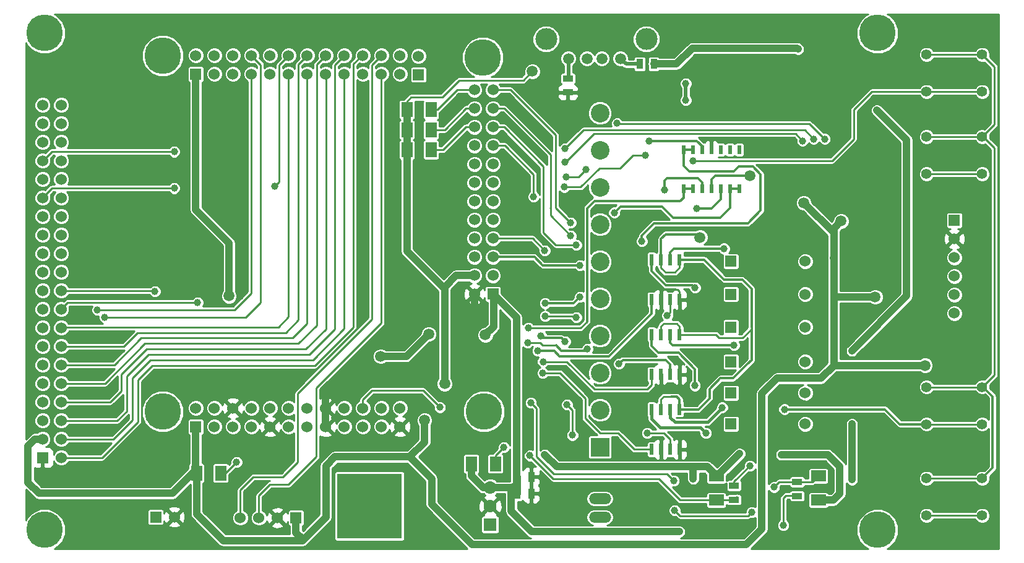
<source format=gbl>
G04 (created by PCBNEW (2013-mar-13)-testing) date mié 28 ago 2013 12:36:51 COT*
%MOIN*%
G04 Gerber Fmt 3.4, Leading zero omitted, Abs format*
%FSLAX34Y34*%
G01*
G70*
G90*
G04 APERTURE LIST*
%ADD10C,0.005906*%
%ADD11R,0.024000X0.059800*%
%ADD12C,0.196900*%
%ADD13R,0.060000X0.060000*%
%ADD14C,0.060000*%
%ADD15C,0.059100*%
%ADD16C,0.118100*%
%ADD17C,0.055000*%
%ADD18R,0.024000X0.049200*%
%ADD19R,0.070000X0.070000*%
%ADD20C,0.070000*%
%ADD21R,0.350000X0.350000*%
%ADD22C,0.100000*%
%ADD23R,0.100000X0.100000*%
%ADD24R,0.060000X0.080000*%
%ADD25R,0.035000X0.055000*%
%ADD26R,0.055000X0.035000*%
%ADD27R,0.080000X0.060000*%
%ADD28O,0.118700X0.059300*%
%ADD29C,0.039370*%
%ADD30C,0.039400*%
%ADD31C,0.011800*%
%ADD32C,0.015700*%
%ADD33C,0.010000*%
%ADD34C,0.019700*%
%ADD35C,0.011400*%
G04 APERTURE END LIST*
G54D10*
G54D11*
X67164Y-32276D03*
X67664Y-32276D03*
X68164Y-32276D03*
X68664Y-32276D03*
X68664Y-30126D03*
X68164Y-30126D03*
X67664Y-30126D03*
X67164Y-30126D03*
G54D12*
X79331Y-40649D03*
X79331Y-13878D03*
X34449Y-13878D03*
X34449Y-40650D03*
X58067Y-15196D03*
X40822Y-34279D03*
X58114Y-34275D03*
X40814Y-15098D03*
G54D13*
X42602Y-16094D03*
G54D14*
X42602Y-15094D03*
X43602Y-16094D03*
X43602Y-15094D03*
X44602Y-16094D03*
X44602Y-15094D03*
X45602Y-16094D03*
X45602Y-15094D03*
X46602Y-16094D03*
X46602Y-15094D03*
X47602Y-16094D03*
X47602Y-15094D03*
X48602Y-16094D03*
X48602Y-15094D03*
X49602Y-16094D03*
X49602Y-15094D03*
X50602Y-16094D03*
X50602Y-15094D03*
X51602Y-16094D03*
X51602Y-15094D03*
X52602Y-16094D03*
X52602Y-15094D03*
X53602Y-16094D03*
X53602Y-15094D03*
G54D13*
X42602Y-35094D03*
G54D14*
X42602Y-34094D03*
X43602Y-35094D03*
X43602Y-34094D03*
X44602Y-35094D03*
X44602Y-34094D03*
X45602Y-35094D03*
X45602Y-34094D03*
X46602Y-35094D03*
X46602Y-34094D03*
X47602Y-35094D03*
X47602Y-34094D03*
X48602Y-35094D03*
X48602Y-34094D03*
X49602Y-35094D03*
X49602Y-34094D03*
X50602Y-35094D03*
X50602Y-34094D03*
X51602Y-35094D03*
X51602Y-34094D03*
X52602Y-35094D03*
X52602Y-34094D03*
X53602Y-35094D03*
X53602Y-34094D03*
G54D13*
X58614Y-27944D03*
G54D14*
X57614Y-27944D03*
X58614Y-26944D03*
X57614Y-26944D03*
X58614Y-25944D03*
X57614Y-25944D03*
X58614Y-24944D03*
X57614Y-24944D03*
X58614Y-23944D03*
X57614Y-23944D03*
X58614Y-22944D03*
X57614Y-22944D03*
X58614Y-21944D03*
X57614Y-21944D03*
X58614Y-20944D03*
X57614Y-20944D03*
X58614Y-19944D03*
X57614Y-19944D03*
X58614Y-18944D03*
X57614Y-18944D03*
X58614Y-17944D03*
X57614Y-17944D03*
X58614Y-16944D03*
X57614Y-16944D03*
G54D13*
X54590Y-16125D03*
G54D14*
X54590Y-15125D03*
G54D15*
X62675Y-15256D03*
X63675Y-15256D03*
X64475Y-15256D03*
X65475Y-15256D03*
G54D16*
X61475Y-14206D03*
X66875Y-14206D03*
G54D17*
X84965Y-21473D03*
X84965Y-19473D03*
X81965Y-21473D03*
X81965Y-19473D03*
X84965Y-17044D03*
X84965Y-15044D03*
X81965Y-17044D03*
X81965Y-15044D03*
X84965Y-34957D03*
X84965Y-32957D03*
X81965Y-34957D03*
X81965Y-32957D03*
X84965Y-39878D03*
X84965Y-37878D03*
X81965Y-39878D03*
X81965Y-37878D03*
G54D13*
X34351Y-36764D03*
G54D14*
X35351Y-36764D03*
X34351Y-31764D03*
X35351Y-35764D03*
X34351Y-30764D03*
X35351Y-34764D03*
X34351Y-29764D03*
X35351Y-33764D03*
X34351Y-28764D03*
X35351Y-32764D03*
X34351Y-27764D03*
X35351Y-31764D03*
X34351Y-26764D03*
X35351Y-30764D03*
X34351Y-25764D03*
X35351Y-29764D03*
X34351Y-24764D03*
X35351Y-28764D03*
X34351Y-23764D03*
X35351Y-27764D03*
X34351Y-22764D03*
X35351Y-26764D03*
X34351Y-21764D03*
X35351Y-25764D03*
X35351Y-24764D03*
X34351Y-20764D03*
X35351Y-23764D03*
X35351Y-21764D03*
X35351Y-20764D03*
X35351Y-19764D03*
X35351Y-18764D03*
X34351Y-19764D03*
X34351Y-18764D03*
X34351Y-35764D03*
X34351Y-34764D03*
X34351Y-33764D03*
X34351Y-32764D03*
X34351Y-17764D03*
X35351Y-17764D03*
X35351Y-22764D03*
G54D13*
X83464Y-23975D03*
G54D14*
X83464Y-24975D03*
X83464Y-25975D03*
X83464Y-26975D03*
X83464Y-27975D03*
X83464Y-28975D03*
G54D13*
X71425Y-31595D03*
G54D14*
X75425Y-31595D03*
G54D13*
X71425Y-33268D03*
G54D14*
X75425Y-33268D03*
G54D13*
X71425Y-34941D03*
G54D14*
X75425Y-34941D03*
G54D13*
X71425Y-29725D03*
G54D14*
X75425Y-29725D03*
G54D13*
X71425Y-26181D03*
G54D14*
X75425Y-26181D03*
G54D13*
X71425Y-27953D03*
G54D14*
X75425Y-27953D03*
G54D11*
X67164Y-36312D03*
X67664Y-36312D03*
X68164Y-36312D03*
X68664Y-36312D03*
X68664Y-34162D03*
X68164Y-34162D03*
X67664Y-34162D03*
X67164Y-34162D03*
X67164Y-28241D03*
X67664Y-28241D03*
X68164Y-28241D03*
X68664Y-28241D03*
X68664Y-26091D03*
X68164Y-26091D03*
X67664Y-26091D03*
X67164Y-26091D03*
G54D18*
X71874Y-22262D03*
X71374Y-22262D03*
X70874Y-22262D03*
X70374Y-22262D03*
X69874Y-22262D03*
X69374Y-22262D03*
X68874Y-22262D03*
X68874Y-20162D03*
X69374Y-20162D03*
X69874Y-20162D03*
X70374Y-20162D03*
X70874Y-20162D03*
X71374Y-20162D03*
X71874Y-20162D03*
G54D19*
X58465Y-40370D03*
G54D20*
X58465Y-39370D03*
X58465Y-38370D03*
G54D21*
X51965Y-39370D03*
G54D22*
X64370Y-18201D03*
X64370Y-20201D03*
X64370Y-22201D03*
X64370Y-24201D03*
X64370Y-34201D03*
X64370Y-32201D03*
G54D23*
X64370Y-36201D03*
G54D22*
X64370Y-30201D03*
X64370Y-28201D03*
X64370Y-26201D03*
G54D24*
X53976Y-18012D03*
X55276Y-18012D03*
X53976Y-19095D03*
X55276Y-19095D03*
X53976Y-20177D03*
X55276Y-20177D03*
G54D25*
X67275Y-15550D03*
X66525Y-15550D03*
G54D26*
X71600Y-38275D03*
X71600Y-39025D03*
X75000Y-38825D03*
X75000Y-38075D03*
X62650Y-17075D03*
X62650Y-16325D03*
G54D25*
X59925Y-37800D03*
X60675Y-37800D03*
G54D27*
X76150Y-39050D03*
X76150Y-37750D03*
X70650Y-37750D03*
X70650Y-39050D03*
G54D13*
X48000Y-40000D03*
G54D14*
X47000Y-40000D03*
X46000Y-40000D03*
X45000Y-40000D03*
G54D25*
X59925Y-38700D03*
X60675Y-38700D03*
G54D13*
X40445Y-39961D03*
G54D14*
X41445Y-39961D03*
G54D24*
X42650Y-37600D03*
X43950Y-37600D03*
X57450Y-37100D03*
X58750Y-37100D03*
G54D28*
X64370Y-39969D03*
X64370Y-38969D03*
G54D29*
X75050Y-14750D03*
X79300Y-18050D03*
X77950Y-31000D03*
X77950Y-34950D03*
X77950Y-37950D03*
X68650Y-40750D03*
G54D15*
X58200Y-30150D03*
X55150Y-30100D03*
X44390Y-28051D03*
X52559Y-31300D03*
G54D29*
X69587Y-23327D03*
X67850Y-22350D03*
X67028Y-19685D03*
X70079Y-35433D03*
X70965Y-34055D03*
X69488Y-32874D03*
X71600Y-30700D03*
X69500Y-27600D03*
X71063Y-25492D03*
X63300Y-26400D03*
X65149Y-23555D03*
X60507Y-29771D03*
X63300Y-28100D03*
X61400Y-25600D03*
X61418Y-28445D03*
X66634Y-25099D03*
X61299Y-32200D03*
X62800Y-24100D03*
X66929Y-35433D03*
X61307Y-31586D03*
X62800Y-24800D03*
X65400Y-31700D03*
X61024Y-31004D03*
X68000Y-29100D03*
X63100Y-25300D03*
X72550Y-39700D03*
X68400Y-39600D03*
X73750Y-38350D03*
X68350Y-38000D03*
X60650Y-33800D03*
X55750Y-34050D03*
X74250Y-40400D03*
X60600Y-36650D03*
X72450Y-37200D03*
X69400Y-37900D03*
X74150Y-36600D03*
X71900Y-36550D03*
X61400Y-36600D03*
X41437Y-22244D03*
X46851Y-22146D03*
X41437Y-20276D03*
X37700Y-29200D03*
X37300Y-28800D03*
X63700Y-30900D03*
X60472Y-30570D03*
X74311Y-34154D03*
X69389Y-20759D03*
X62460Y-22177D03*
X66831Y-20473D03*
X76477Y-19587D03*
X62551Y-21637D03*
X63614Y-21244D03*
X65300Y-18750D03*
X62500Y-30500D03*
X61200Y-30200D03*
X62600Y-33900D03*
X62894Y-35551D03*
X63100Y-29200D03*
X60800Y-22700D03*
X61418Y-29134D03*
X40400Y-27800D03*
X42700Y-28400D03*
X62500Y-20100D03*
X75886Y-19587D03*
X69000Y-17500D03*
X69000Y-16600D03*
X75296Y-19685D03*
X62500Y-20850D03*
G54D15*
X60729Y-15945D03*
X75350Y-23031D03*
X79200Y-28100D03*
X72437Y-21574D03*
X81890Y-31792D03*
X77362Y-24016D03*
X54922Y-34744D03*
X56004Y-32776D03*
X69767Y-24885D03*
G54D29*
X60650Y-39550D03*
X54750Y-28700D03*
X57600Y-29400D03*
X59200Y-36200D03*
X44800Y-37000D03*
G54D30*
X59595Y-38370D02*
X59595Y-39645D01*
X68500Y-15550D02*
X67275Y-15550D01*
X69350Y-14700D02*
X68500Y-15550D01*
X75000Y-14700D02*
X69350Y-14700D01*
X75050Y-14750D02*
X75000Y-14700D01*
X80900Y-19650D02*
X79300Y-18050D01*
X80900Y-28050D02*
X80900Y-19650D01*
X77950Y-31000D02*
X80900Y-28050D01*
X77950Y-37950D02*
X77950Y-34950D01*
X60700Y-40750D02*
X68650Y-40750D01*
X59595Y-39645D02*
X60700Y-40750D01*
X58200Y-30150D02*
X58650Y-29700D01*
X58650Y-27980D02*
X58614Y-27944D01*
X58650Y-29700D02*
X58650Y-27980D01*
X52559Y-31300D02*
X53950Y-31300D01*
X53950Y-31300D02*
X55150Y-30100D01*
X42602Y-23402D02*
X42602Y-16094D01*
X44390Y-25190D02*
X42602Y-23402D01*
X44390Y-28051D02*
X44390Y-25190D01*
X58465Y-38370D02*
X59595Y-38370D01*
X59595Y-38370D02*
X59925Y-38700D01*
X59925Y-37800D02*
X59925Y-38700D01*
X57450Y-37100D02*
X57450Y-37750D01*
X58070Y-38370D02*
X58465Y-38370D01*
X57450Y-37750D02*
X58070Y-38370D01*
X58465Y-38370D02*
X59701Y-38370D01*
X59882Y-29212D02*
X58614Y-27944D01*
X59882Y-37008D02*
X59882Y-36083D01*
X59882Y-36083D02*
X59882Y-29212D01*
X59701Y-38370D02*
X59882Y-38189D01*
X59882Y-38189D02*
X59882Y-37008D01*
G54D31*
X70874Y-22827D02*
X70374Y-23327D01*
X70374Y-23327D02*
X69587Y-23327D01*
X70874Y-22262D02*
X70874Y-22827D01*
X69874Y-22262D02*
X69874Y-21924D01*
X69874Y-21924D02*
X69650Y-21700D01*
X69650Y-21700D02*
X69650Y-21717D01*
X69650Y-21717D02*
X69874Y-21941D01*
X69874Y-21941D02*
X69874Y-22262D01*
X67850Y-22350D02*
X67850Y-21850D01*
X68000Y-21700D02*
X69650Y-21700D01*
X67850Y-21850D02*
X68000Y-21700D01*
X69874Y-22262D02*
X69874Y-21941D01*
X69587Y-19685D02*
X67028Y-19685D01*
X69874Y-19972D02*
X69587Y-19685D01*
X69874Y-20162D02*
X69874Y-19972D01*
G54D32*
X69784Y-35138D02*
X70079Y-35433D01*
X67164Y-34683D02*
X67619Y-35138D01*
X67619Y-35138D02*
X69784Y-35138D01*
X67164Y-34162D02*
X67164Y-34683D01*
X70177Y-34843D02*
X70965Y-34055D01*
X68406Y-34843D02*
X70177Y-34843D01*
X68164Y-34601D02*
X68406Y-34843D01*
X68164Y-34162D02*
X68164Y-34601D01*
G54D31*
X69488Y-31988D02*
X69488Y-32874D01*
X67521Y-31103D02*
X68603Y-31103D01*
X67164Y-30746D02*
X67521Y-31103D01*
X67164Y-30126D02*
X67164Y-30746D01*
X68603Y-31103D02*
X69488Y-31988D01*
X71600Y-30700D02*
X68299Y-30700D01*
X68299Y-30700D02*
X68164Y-30565D01*
X68164Y-30126D02*
X68164Y-30565D01*
X69361Y-27461D02*
X67914Y-27461D01*
X69500Y-27600D02*
X69361Y-27461D01*
X67164Y-26091D02*
X67164Y-26711D01*
X67164Y-26711D02*
X67914Y-27461D01*
X68164Y-26091D02*
X68164Y-25686D01*
X68358Y-25492D02*
X68603Y-25492D01*
X68164Y-25686D02*
X68358Y-25492D01*
X68603Y-25492D02*
X71063Y-25492D01*
X58614Y-25944D02*
X60844Y-25944D01*
X61300Y-26400D02*
X63300Y-26400D01*
X60844Y-25944D02*
X61300Y-26400D01*
X65149Y-23555D02*
X65475Y-23229D01*
X65475Y-23229D02*
X67717Y-23229D01*
X67717Y-23229D02*
X68307Y-23819D01*
X71374Y-22262D02*
X71874Y-22262D01*
X71374Y-23312D02*
X71374Y-22262D01*
X68307Y-23819D02*
X70867Y-23819D01*
X67717Y-23229D02*
X68307Y-23819D01*
X70867Y-23819D02*
X71374Y-23312D01*
G54D33*
X60507Y-29771D02*
X63328Y-29771D01*
X63328Y-29771D02*
X63681Y-29419D01*
G54D31*
X68701Y-22933D02*
X64076Y-22933D01*
X64076Y-22933D02*
X63681Y-23328D01*
X63681Y-23328D02*
X63681Y-28642D01*
X68874Y-22262D02*
X68874Y-22760D01*
X68874Y-22262D02*
X69374Y-22262D01*
X63681Y-29419D02*
X63681Y-28642D01*
X68874Y-22760D02*
X68701Y-22933D01*
X68874Y-20162D02*
X68874Y-21024D01*
X71600Y-21350D02*
X71867Y-21082D01*
X69200Y-21350D02*
X71600Y-21350D01*
X68874Y-21024D02*
X69200Y-21350D01*
X61418Y-28445D02*
X62955Y-28445D01*
X62955Y-28445D02*
X63300Y-28100D01*
G54D33*
X58614Y-24944D02*
X60744Y-24944D01*
X60744Y-24944D02*
X61400Y-25600D01*
G54D31*
X66634Y-25099D02*
X66634Y-24795D01*
X73032Y-23448D02*
X73032Y-21851D01*
X73032Y-21851D02*
X73031Y-21850D01*
X71867Y-21082D02*
X72622Y-21082D01*
X72622Y-21082D02*
X73031Y-21492D01*
X73031Y-21492D02*
X73031Y-21850D01*
X66634Y-24795D02*
X67299Y-24129D01*
X67299Y-24129D02*
X72350Y-24129D01*
X72350Y-24129D02*
X73032Y-23448D01*
X69374Y-20162D02*
X68874Y-20162D01*
G54D33*
X61299Y-32200D02*
X61315Y-32185D01*
X61315Y-32185D02*
X62205Y-32185D01*
X55276Y-18012D02*
X55610Y-18012D01*
X56678Y-16944D02*
X57614Y-16944D01*
X55610Y-18012D02*
X56678Y-16944D01*
X63583Y-33563D02*
X62205Y-32185D01*
X66234Y-36312D02*
X65355Y-35433D01*
X67164Y-36312D02*
X66234Y-36312D01*
X64370Y-35433D02*
X63583Y-34646D01*
X65355Y-35433D02*
X64370Y-35433D01*
X63583Y-34646D02*
X63583Y-33563D01*
X62000Y-23000D02*
X61992Y-23000D01*
X61992Y-23007D02*
X62000Y-23000D01*
X61992Y-23292D02*
X61992Y-23007D01*
X62800Y-24100D02*
X61992Y-23292D01*
X58614Y-16944D02*
X59558Y-16944D01*
X59558Y-16944D02*
X61992Y-19377D01*
X61992Y-19377D02*
X61992Y-23000D01*
X68164Y-35782D02*
X68164Y-36312D01*
X67815Y-35433D02*
X68164Y-35782D01*
X66929Y-35433D02*
X67815Y-35433D01*
X61315Y-31595D02*
X62599Y-31595D01*
X61307Y-31586D02*
X61315Y-31595D01*
X67164Y-32837D02*
X67164Y-32276D01*
X62599Y-31595D02*
X64075Y-33071D01*
X64075Y-33071D02*
X66930Y-33071D01*
X66930Y-33071D02*
X67164Y-32837D01*
X55276Y-19095D02*
X56004Y-19095D01*
X57155Y-17944D02*
X57614Y-17944D01*
X56004Y-19095D02*
X57155Y-17944D01*
X61700Y-23300D02*
X61708Y-23300D01*
X61708Y-23308D02*
X61700Y-23300D01*
X61708Y-23708D02*
X61708Y-23308D01*
X62800Y-24800D02*
X61708Y-23708D01*
X66000Y-31500D02*
X66000Y-31496D01*
X65996Y-31496D02*
X66000Y-31500D01*
G54D31*
X65604Y-31496D02*
X65996Y-31496D01*
X65400Y-31700D02*
X65604Y-31496D01*
G54D33*
X58614Y-17944D02*
X59223Y-17944D01*
X61708Y-21251D02*
X61708Y-23300D01*
X59223Y-17944D02*
X61708Y-20429D01*
X61708Y-20429D02*
X61708Y-21251D01*
G54D31*
X67913Y-31496D02*
X66000Y-31496D01*
X68164Y-31747D02*
X67913Y-31496D01*
X68164Y-32276D02*
X68164Y-31747D01*
X61024Y-31004D02*
X61904Y-31004D01*
X64862Y-31300D02*
X66634Y-29528D01*
X62200Y-31300D02*
X64862Y-31300D01*
X61904Y-31004D02*
X62200Y-31300D01*
G54D33*
X55276Y-20177D02*
X55906Y-20177D01*
X57139Y-18944D02*
X57614Y-18944D01*
X55906Y-20177D02*
X57139Y-18944D01*
G54D31*
X67164Y-28998D02*
X66634Y-29528D01*
X67164Y-28241D02*
X67164Y-28998D01*
G54D33*
X68164Y-28241D02*
X68164Y-28936D01*
X68164Y-28936D02*
X68000Y-29100D01*
X61334Y-24634D02*
X61334Y-21070D01*
X59207Y-18944D02*
X61334Y-21070D01*
X58614Y-18944D02*
X59207Y-18944D01*
X63100Y-25300D02*
X62000Y-25300D01*
X62000Y-25300D02*
X61334Y-24634D01*
X71650Y-39900D02*
X72350Y-39900D01*
X72350Y-39900D02*
X72550Y-39700D01*
X68700Y-39900D02*
X71650Y-39900D01*
X68400Y-39600D02*
X68700Y-39900D01*
X51602Y-34094D02*
X51602Y-33648D01*
X74025Y-38075D02*
X75000Y-38075D01*
X73750Y-38350D02*
X74025Y-38075D01*
X68000Y-37650D02*
X68350Y-38000D01*
X61900Y-37650D02*
X68000Y-37650D01*
X60950Y-36700D02*
X61900Y-37650D01*
X60950Y-34100D02*
X60950Y-36700D01*
X60650Y-33800D02*
X60950Y-34100D01*
X54850Y-33150D02*
X55750Y-34050D01*
X52100Y-33150D02*
X54850Y-33150D01*
X51602Y-33648D02*
X52100Y-33150D01*
X75000Y-38075D02*
X75825Y-38075D01*
X75825Y-38075D02*
X76150Y-37750D01*
X74975Y-38800D02*
X75000Y-38825D01*
X74400Y-38800D02*
X74975Y-38800D01*
X74250Y-38950D02*
X74400Y-38800D01*
X74250Y-39250D02*
X74250Y-38950D01*
X74250Y-40400D02*
X74250Y-39250D01*
X70650Y-39050D02*
X71575Y-39050D01*
X71575Y-39050D02*
X71750Y-38875D01*
X68700Y-39050D02*
X70650Y-39050D01*
X67550Y-37900D02*
X68700Y-39050D01*
X61850Y-37900D02*
X67550Y-37900D01*
X60600Y-36650D02*
X61850Y-37900D01*
X71600Y-38050D02*
X71600Y-38275D01*
X72450Y-37200D02*
X71600Y-38050D01*
G54D30*
X69400Y-37900D02*
X69400Y-37250D01*
X70650Y-37750D02*
X70700Y-37750D01*
X76950Y-39050D02*
X76150Y-39050D01*
X77300Y-38700D02*
X76950Y-39050D01*
X77300Y-37250D02*
X77300Y-38700D01*
X76650Y-36600D02*
X77300Y-37250D01*
X74150Y-36600D02*
X76650Y-36600D01*
X70700Y-37750D02*
X71900Y-36550D01*
X70150Y-37250D02*
X70650Y-37750D01*
X62050Y-37250D02*
X69400Y-37250D01*
X69400Y-37250D02*
X70150Y-37250D01*
X61400Y-36600D02*
X62050Y-37250D01*
G54D33*
X47100Y-16500D02*
X47100Y-21897D01*
X47100Y-21897D02*
X46851Y-22146D01*
X47100Y-15596D02*
X47602Y-15094D01*
X47100Y-16500D02*
X47100Y-15596D01*
X34843Y-22244D02*
X41437Y-22244D01*
X34351Y-22736D02*
X34843Y-22244D01*
X34351Y-22764D02*
X34351Y-22736D01*
X39469Y-32579D02*
X40256Y-31792D01*
X39469Y-34842D02*
X39469Y-32579D01*
X37547Y-36764D02*
X39469Y-34842D01*
X51540Y-15094D02*
X51083Y-15551D01*
X51083Y-15551D02*
X51083Y-29724D01*
X51083Y-29724D02*
X50689Y-30118D01*
X51602Y-15094D02*
X51540Y-15094D01*
X35351Y-36764D02*
X37547Y-36764D01*
X40256Y-31792D02*
X49015Y-31792D01*
X49015Y-31792D02*
X50689Y-30118D01*
X38154Y-35764D02*
X39174Y-34744D01*
X50602Y-29812D02*
X50602Y-16094D01*
X48918Y-31496D02*
X50602Y-29812D01*
X39174Y-34744D02*
X39174Y-32480D01*
X39174Y-32480D02*
X40158Y-31496D01*
X40158Y-31496D02*
X48918Y-31496D01*
X35351Y-35764D02*
X38154Y-35764D01*
X35351Y-34764D02*
X38366Y-34764D01*
X50099Y-15597D02*
X50602Y-15094D01*
X40060Y-31201D02*
X48721Y-31201D01*
X50099Y-29823D02*
X50099Y-15597D01*
X38878Y-32383D02*
X40060Y-31201D01*
X48721Y-31201D02*
X50099Y-29823D01*
X38366Y-34764D02*
X38878Y-34252D01*
X38878Y-34252D02*
X38878Y-32383D01*
X48524Y-30906D02*
X49607Y-29823D01*
X49607Y-29823D02*
X49607Y-16099D01*
X49607Y-16099D02*
X49602Y-16094D01*
X38583Y-33170D02*
X38583Y-32283D01*
X39960Y-30906D02*
X48524Y-30906D01*
X35351Y-33764D02*
X37989Y-33764D01*
X37989Y-33764D02*
X38583Y-33170D01*
X38583Y-32283D02*
X39960Y-30906D01*
X37709Y-32764D02*
X39862Y-30611D01*
X48129Y-30611D02*
X49114Y-29626D01*
X35351Y-32764D02*
X37709Y-32764D01*
X49114Y-15582D02*
X49602Y-15094D01*
X39862Y-30611D02*
X48129Y-30611D01*
X49114Y-29626D02*
X49114Y-15582D01*
X38217Y-31764D02*
X39666Y-30315D01*
X47835Y-30315D02*
X48602Y-29548D01*
X48602Y-29548D02*
X48602Y-16094D01*
X35351Y-31764D02*
X38217Y-31764D01*
X39666Y-30315D02*
X47835Y-30315D01*
X47441Y-30020D02*
X48130Y-29331D01*
X35351Y-30764D02*
X38724Y-30764D01*
X48130Y-29331D02*
X48130Y-15566D01*
X48130Y-15566D02*
X48602Y-15094D01*
X38724Y-30764D02*
X39468Y-30020D01*
X39468Y-30020D02*
X47441Y-30020D01*
X47602Y-16094D02*
X47602Y-29170D01*
X35390Y-29725D02*
X35351Y-29764D01*
X47602Y-29170D02*
X47047Y-29725D01*
X47047Y-29725D02*
X35390Y-29725D01*
X34843Y-20276D02*
X41437Y-20276D01*
X34355Y-20764D02*
X34843Y-20276D01*
X34351Y-20764D02*
X34355Y-20764D01*
X46100Y-15592D02*
X45602Y-15094D01*
X46100Y-28400D02*
X46100Y-15592D01*
X45300Y-29200D02*
X46100Y-28400D01*
X37700Y-29200D02*
X45300Y-29200D01*
X45602Y-27900D02*
X45600Y-27900D01*
X44700Y-28800D02*
X37300Y-28800D01*
X45600Y-27900D02*
X44700Y-28800D01*
X45602Y-27900D02*
X45602Y-16094D01*
G54D31*
X63300Y-31000D02*
X63600Y-31000D01*
X63600Y-31000D02*
X63700Y-30900D01*
X62300Y-31000D02*
X62009Y-30709D01*
X63300Y-31000D02*
X62300Y-31000D01*
G54D33*
X61275Y-30709D02*
X62009Y-30709D01*
X60472Y-30570D02*
X60476Y-30574D01*
X60476Y-30574D02*
X61141Y-30574D01*
X61141Y-30574D02*
X61275Y-30709D01*
G54D31*
X79725Y-34154D02*
X80528Y-34957D01*
X80528Y-34957D02*
X81965Y-34957D01*
X74311Y-34154D02*
X79725Y-34154D01*
G54D33*
X81965Y-34957D02*
X84965Y-34957D01*
X76861Y-20759D02*
X76878Y-20759D01*
X76878Y-20759D02*
X78051Y-19587D01*
X69389Y-20759D02*
X76861Y-20759D01*
X62460Y-22177D02*
X63334Y-22177D01*
X64349Y-21162D02*
X65453Y-21162D01*
X63334Y-22177D02*
X64349Y-21162D01*
X78051Y-18012D02*
X79019Y-17044D01*
X79019Y-17044D02*
X81965Y-17044D01*
X78051Y-19587D02*
X78051Y-18012D01*
X66142Y-20473D02*
X66831Y-20473D01*
X65453Y-21162D02*
X66142Y-20473D01*
X81965Y-17044D02*
X84965Y-17044D01*
X75400Y-18759D02*
X75649Y-18759D01*
X75649Y-18759D02*
X76477Y-19587D01*
X63220Y-21637D02*
X63614Y-21244D01*
X62551Y-21637D02*
X63220Y-21637D01*
X65300Y-18750D02*
X65309Y-18759D01*
X65309Y-18759D02*
X67750Y-18759D01*
X67750Y-18759D02*
X75400Y-18759D01*
X81965Y-21473D02*
X84965Y-21473D01*
G54D31*
X62200Y-30315D02*
X62315Y-30315D01*
X62315Y-30315D02*
X62500Y-30500D01*
X61315Y-30315D02*
X62200Y-30315D01*
X61200Y-30200D02*
X61315Y-30315D01*
G54D33*
X62894Y-34800D02*
X62894Y-34194D01*
X62894Y-34194D02*
X62600Y-33900D01*
X62894Y-34909D02*
X62894Y-35551D01*
X62894Y-34800D02*
X62894Y-34909D01*
G54D31*
X84965Y-32957D02*
X85024Y-32957D01*
X85024Y-32957D02*
X85532Y-33465D01*
X85532Y-33465D02*
X85532Y-37311D01*
X85532Y-37311D02*
X84965Y-37878D01*
G54D33*
X84965Y-32957D02*
X81965Y-32957D01*
X81965Y-15044D02*
X84965Y-15044D01*
X84965Y-15044D02*
X85630Y-15709D01*
X85024Y-19473D02*
X85630Y-20079D01*
X85630Y-18808D02*
X84965Y-19473D01*
X84965Y-19473D02*
X81965Y-19473D01*
X85630Y-20079D02*
X85630Y-32292D01*
X84965Y-19473D02*
X85024Y-19473D01*
X85630Y-15709D02*
X85630Y-18808D01*
X85630Y-32292D02*
X84965Y-32957D01*
X81965Y-37878D02*
X84965Y-37878D01*
X61418Y-29134D02*
X63034Y-29134D01*
X63034Y-29134D02*
X63100Y-29200D01*
X59244Y-19944D02*
X58614Y-19944D01*
X60795Y-21495D02*
X59244Y-19944D01*
X60795Y-22695D02*
X60795Y-21495D01*
X60800Y-22700D02*
X60795Y-22695D01*
X84965Y-39878D02*
X81965Y-39878D01*
X46000Y-40000D02*
X46000Y-38800D01*
X52602Y-29498D02*
X52602Y-16094D01*
X49100Y-33000D02*
X52602Y-29498D01*
X49100Y-36700D02*
X49100Y-33000D01*
X47600Y-38200D02*
X49100Y-36700D01*
X46600Y-38200D02*
X47600Y-38200D01*
X46000Y-38800D02*
X46600Y-38200D01*
X40364Y-27764D02*
X35351Y-27764D01*
X40400Y-27800D02*
X40364Y-27764D01*
X35351Y-28764D02*
X35351Y-28749D01*
X35700Y-28400D02*
X36100Y-28400D01*
X35351Y-28749D02*
X35700Y-28400D01*
X36100Y-28400D02*
X42700Y-28400D01*
X52602Y-15094D02*
X52602Y-15098D01*
X45000Y-38500D02*
X45000Y-40000D01*
X45700Y-37800D02*
X45000Y-38500D01*
X47300Y-37800D02*
X45700Y-37800D01*
X48100Y-37000D02*
X47300Y-37800D01*
X48100Y-33300D02*
X48100Y-37000D01*
X52100Y-29300D02*
X48100Y-33300D01*
X52100Y-15600D02*
X52100Y-29300D01*
X52602Y-15098D02*
X52100Y-15600D01*
X63489Y-19110D02*
X63681Y-19110D01*
X62500Y-20100D02*
X63489Y-19110D01*
X63681Y-19110D02*
X75409Y-19110D01*
X75409Y-19110D02*
X75886Y-19587D01*
G54D34*
X66525Y-15550D02*
X65769Y-15550D01*
X65769Y-15550D02*
X65475Y-15256D01*
X62675Y-15256D02*
X62675Y-16300D01*
X62675Y-16300D02*
X62650Y-16325D01*
X69000Y-16600D02*
X69000Y-17500D01*
G54D33*
X74550Y-19310D02*
X74921Y-19310D01*
X74921Y-19310D02*
X75296Y-19685D01*
X62500Y-20850D02*
X62517Y-20850D01*
X62517Y-20850D02*
X64056Y-19310D01*
X64056Y-19310D02*
X74550Y-19310D01*
G54D30*
X71050Y-41437D02*
X72263Y-41437D01*
X73550Y-32850D02*
X73550Y-32848D01*
X73100Y-33300D02*
X73550Y-32850D01*
X73100Y-40600D02*
X73100Y-33300D01*
X72263Y-41437D02*
X73100Y-40600D01*
G54D35*
X53976Y-18012D02*
X53976Y-17574D01*
X55879Y-17350D02*
X56300Y-16929D01*
X54200Y-17350D02*
X55879Y-17350D01*
X53976Y-17574D02*
X54200Y-17350D01*
G54D30*
X69250Y-41437D02*
X71050Y-41437D01*
G54D35*
X56300Y-16929D02*
X56792Y-16437D01*
X56792Y-16437D02*
X60237Y-16437D01*
X60237Y-16437D02*
X60729Y-15945D01*
G54D30*
X76969Y-24897D02*
X76969Y-25991D01*
X76956Y-26003D02*
X76969Y-26003D01*
X76969Y-25991D02*
X76956Y-26003D01*
X76969Y-24650D02*
X76969Y-24897D01*
X75350Y-23031D02*
X76969Y-24650D01*
X79200Y-28100D02*
X76969Y-28100D01*
X76969Y-28100D02*
X77000Y-28100D01*
X77000Y-28100D02*
X76969Y-28100D01*
X42650Y-37600D02*
X42650Y-39796D01*
X42650Y-39796D02*
X44079Y-41225D01*
X48342Y-41225D02*
X44079Y-41225D01*
X48000Y-40000D02*
X48000Y-40800D01*
X48342Y-41142D02*
X48342Y-41225D01*
X48000Y-40800D02*
X48342Y-41142D01*
G54D31*
X70374Y-22262D02*
X70374Y-21783D01*
X70374Y-21783D02*
X70582Y-21574D01*
X70582Y-21574D02*
X72437Y-21574D01*
G54D30*
X78150Y-31791D02*
X81889Y-31791D01*
X81889Y-31791D02*
X81890Y-31792D01*
X76969Y-31791D02*
X78150Y-31791D01*
X77362Y-24016D02*
X76969Y-24409D01*
X76969Y-24409D02*
X76969Y-25099D01*
X55315Y-37894D02*
X54134Y-36713D01*
X76969Y-25099D02*
X76969Y-25468D01*
X76969Y-25468D02*
X76969Y-26003D01*
X76969Y-26003D02*
X76969Y-28100D01*
X76969Y-28100D02*
X76969Y-29233D01*
X76969Y-29233D02*
X76969Y-31791D01*
X76969Y-31791D02*
X76279Y-32481D01*
X76279Y-32481D02*
X73917Y-32481D01*
X73917Y-32481D02*
X73550Y-32848D01*
X69250Y-41437D02*
X57480Y-41437D01*
X57480Y-41437D02*
X55315Y-39272D01*
X55315Y-39272D02*
X55315Y-37894D01*
X53976Y-18012D02*
X53976Y-19095D01*
X53976Y-19095D02*
X53976Y-20177D01*
X53976Y-20177D02*
X53976Y-25630D01*
X53976Y-25630D02*
X56004Y-27658D01*
X54134Y-36713D02*
X50099Y-36713D01*
X50099Y-36713D02*
X49607Y-37205D01*
X49607Y-37205D02*
X49607Y-39960D01*
X49607Y-39960D02*
X48342Y-41225D01*
X54922Y-35925D02*
X54134Y-36713D01*
X54922Y-34744D02*
X54922Y-35925D01*
X56004Y-27658D02*
X56004Y-32776D01*
X57614Y-26944D02*
X56620Y-26944D01*
X56004Y-27560D02*
X56004Y-27658D01*
X56620Y-26944D02*
X56004Y-27560D01*
X37894Y-38681D02*
X41339Y-38681D01*
X34351Y-35764D02*
X33921Y-35764D01*
X33921Y-35764D02*
X33563Y-36122D01*
X33563Y-36122D02*
X33563Y-38091D01*
X33563Y-38091D02*
X34153Y-38681D01*
X34153Y-38681D02*
X37894Y-38681D01*
X42323Y-37697D02*
X42602Y-37418D01*
X41339Y-38681D02*
X42323Y-37697D01*
X42602Y-37418D02*
X42602Y-35094D01*
G54D31*
X72540Y-29823D02*
X72540Y-31510D01*
G54D33*
X72300Y-31750D02*
X72300Y-31736D01*
G54D31*
X72540Y-31510D02*
X72300Y-31750D01*
G54D33*
X68664Y-30126D02*
X70626Y-30126D01*
X72063Y-30300D02*
X72540Y-29823D01*
X70800Y-30300D02*
X72063Y-30300D01*
X70626Y-30126D02*
X70800Y-30300D01*
X72540Y-29823D02*
X72540Y-29760D01*
X72550Y-29750D02*
X72540Y-29750D01*
X72540Y-29760D02*
X72550Y-29750D01*
G54D31*
X67664Y-26091D02*
X67664Y-24965D01*
X69606Y-24724D02*
X69767Y-24885D01*
X67905Y-24724D02*
X69606Y-24724D01*
X67664Y-24965D02*
X67905Y-24724D01*
G54D35*
X67664Y-26091D02*
X67664Y-26523D01*
X67664Y-26523D02*
X67913Y-26772D01*
X67913Y-26772D02*
X68406Y-26772D01*
X68406Y-26772D02*
X68664Y-26514D01*
X68664Y-26514D02*
X68664Y-26091D01*
G54D31*
X68664Y-26091D02*
X69989Y-26091D01*
X72540Y-27658D02*
X72540Y-29750D01*
G54D35*
X72540Y-29750D02*
X72540Y-29823D01*
G54D31*
X72048Y-27166D02*
X72540Y-27658D01*
X71064Y-27166D02*
X72048Y-27166D01*
X69989Y-26091D02*
X71064Y-27166D01*
G54D35*
X68664Y-26514D02*
X68664Y-26091D01*
X68406Y-26772D02*
X68664Y-26514D01*
X67913Y-26772D02*
X68406Y-26772D01*
X67664Y-26523D02*
X67913Y-26772D01*
X68012Y-29528D02*
X67815Y-29528D01*
X67664Y-29679D02*
X67815Y-29528D01*
X67664Y-29679D02*
X67664Y-30126D01*
X68664Y-29688D02*
X68664Y-30126D01*
X68504Y-29528D02*
X68664Y-29688D01*
X68012Y-29528D02*
X68504Y-29528D01*
G54D31*
X68664Y-34162D02*
X69677Y-34162D01*
X71555Y-32481D02*
X72300Y-31736D01*
X70866Y-32481D02*
X71555Y-32481D01*
X70276Y-33071D02*
X70866Y-32481D01*
X70276Y-33563D02*
X70276Y-33071D01*
X69677Y-34162D02*
X70276Y-33563D01*
G54D35*
X67664Y-34162D02*
X67664Y-33616D01*
X67815Y-33465D02*
X68209Y-33465D01*
X67664Y-33616D02*
X67815Y-33465D01*
G54D31*
X68209Y-33465D02*
X68504Y-33465D01*
X68504Y-33465D02*
X68664Y-33625D01*
X68664Y-33625D02*
X68664Y-34162D01*
G54D33*
X60675Y-38700D02*
X60675Y-39525D01*
X60675Y-39525D02*
X60650Y-39550D01*
X60675Y-37800D02*
X60675Y-38700D01*
X67664Y-28241D02*
X67664Y-27836D01*
X68664Y-27814D02*
X68664Y-28241D01*
X68550Y-27700D02*
X68664Y-27814D01*
X67800Y-27700D02*
X68550Y-27700D01*
X67664Y-27836D02*
X67800Y-27700D01*
G54D30*
X57614Y-27944D02*
X57614Y-29386D01*
X49602Y-33198D02*
X49602Y-34094D01*
X52550Y-30250D02*
X49602Y-33198D01*
X53200Y-30250D02*
X52550Y-30250D01*
X54750Y-28700D02*
X53200Y-30250D01*
X57614Y-29386D02*
X57600Y-29400D01*
X49602Y-34094D02*
X49602Y-35094D01*
G54D33*
X58750Y-36650D02*
X58750Y-37100D01*
X59200Y-36200D02*
X58750Y-36650D01*
X44200Y-37600D02*
X43950Y-37600D01*
X44800Y-37000D02*
X44200Y-37600D01*
G54D10*
G36*
X57214Y-41662D02*
X53865Y-41662D01*
X53865Y-41149D01*
X53865Y-41090D01*
X53865Y-37590D01*
X53842Y-37535D01*
X53799Y-37492D01*
X53744Y-37470D01*
X53685Y-37470D01*
X50185Y-37470D01*
X50130Y-37492D01*
X50087Y-37535D01*
X50065Y-37590D01*
X50065Y-37649D01*
X50065Y-41149D01*
X50087Y-41204D01*
X50130Y-41247D01*
X50185Y-41270D01*
X50244Y-41270D01*
X53744Y-41270D01*
X53799Y-41247D01*
X53842Y-41204D01*
X53865Y-41149D01*
X53865Y-41662D01*
X42035Y-41662D01*
X42035Y-40051D01*
X42025Y-39818D01*
X41956Y-39651D01*
X41850Y-39626D01*
X41779Y-39696D01*
X41779Y-39555D01*
X41754Y-39449D01*
X41535Y-39370D01*
X41302Y-39380D01*
X41135Y-39449D01*
X41110Y-39555D01*
X41445Y-39890D01*
X41779Y-39555D01*
X41779Y-39696D01*
X41515Y-39961D01*
X41850Y-40295D01*
X41956Y-40270D01*
X42035Y-40051D01*
X42035Y-41662D01*
X41779Y-41662D01*
X41779Y-40366D01*
X41445Y-40031D01*
X41374Y-40102D01*
X41374Y-39961D01*
X41039Y-39626D01*
X40933Y-39651D01*
X40895Y-39758D01*
X40895Y-39631D01*
X40872Y-39576D01*
X40829Y-39533D01*
X40774Y-39511D01*
X40715Y-39511D01*
X40115Y-39511D01*
X40060Y-39533D01*
X40017Y-39576D01*
X39995Y-39631D01*
X39995Y-39690D01*
X39995Y-40290D01*
X40017Y-40345D01*
X40060Y-40388D01*
X40115Y-40411D01*
X40174Y-40411D01*
X40774Y-40411D01*
X40829Y-40388D01*
X40872Y-40345D01*
X40895Y-40290D01*
X40895Y-40231D01*
X40895Y-40176D01*
X40933Y-40270D01*
X41039Y-40295D01*
X41374Y-39961D01*
X41374Y-40102D01*
X41110Y-40366D01*
X41135Y-40472D01*
X41354Y-40551D01*
X41587Y-40541D01*
X41754Y-40472D01*
X41779Y-40366D01*
X41779Y-41662D01*
X34970Y-41662D01*
X35090Y-41612D01*
X35410Y-41293D01*
X35583Y-40876D01*
X35583Y-40425D01*
X35411Y-40008D01*
X35092Y-39688D01*
X34675Y-39515D01*
X34224Y-39515D01*
X33807Y-39687D01*
X33487Y-40006D01*
X33437Y-40128D01*
X33437Y-38455D01*
X33907Y-38926D01*
X33907Y-38926D01*
X34020Y-39001D01*
X34153Y-39028D01*
X37894Y-39028D01*
X41339Y-39028D01*
X41471Y-39001D01*
X41471Y-39001D01*
X41584Y-38926D01*
X42303Y-38207D01*
X42303Y-39796D01*
X42329Y-39928D01*
X42404Y-40041D01*
X43833Y-41470D01*
X43833Y-41470D01*
X43946Y-41545D01*
X44079Y-41572D01*
X48342Y-41572D01*
X48474Y-41545D01*
X48474Y-41545D01*
X48587Y-41470D01*
X49852Y-40205D01*
X49852Y-40205D01*
X49852Y-40205D01*
X49902Y-40130D01*
X49927Y-40092D01*
X49927Y-40092D01*
X49954Y-39960D01*
X49954Y-39960D01*
X49954Y-39959D01*
X49954Y-37348D01*
X50242Y-37060D01*
X53990Y-37060D01*
X54968Y-38037D01*
X54968Y-39272D01*
X54994Y-39404D01*
X55069Y-39517D01*
X57214Y-41662D01*
X57214Y-41662D01*
G37*
G54D33*
X57214Y-41662D02*
X53865Y-41662D01*
X53865Y-41149D01*
X53865Y-41090D01*
X53865Y-37590D01*
X53842Y-37535D01*
X53799Y-37492D01*
X53744Y-37470D01*
X53685Y-37470D01*
X50185Y-37470D01*
X50130Y-37492D01*
X50087Y-37535D01*
X50065Y-37590D01*
X50065Y-37649D01*
X50065Y-41149D01*
X50087Y-41204D01*
X50130Y-41247D01*
X50185Y-41270D01*
X50244Y-41270D01*
X53744Y-41270D01*
X53799Y-41247D01*
X53842Y-41204D01*
X53865Y-41149D01*
X53865Y-41662D01*
X42035Y-41662D01*
X42035Y-40051D01*
X42025Y-39818D01*
X41956Y-39651D01*
X41850Y-39626D01*
X41779Y-39696D01*
X41779Y-39555D01*
X41754Y-39449D01*
X41535Y-39370D01*
X41302Y-39380D01*
X41135Y-39449D01*
X41110Y-39555D01*
X41445Y-39890D01*
X41779Y-39555D01*
X41779Y-39696D01*
X41515Y-39961D01*
X41850Y-40295D01*
X41956Y-40270D01*
X42035Y-40051D01*
X42035Y-41662D01*
X41779Y-41662D01*
X41779Y-40366D01*
X41445Y-40031D01*
X41374Y-40102D01*
X41374Y-39961D01*
X41039Y-39626D01*
X40933Y-39651D01*
X40895Y-39758D01*
X40895Y-39631D01*
X40872Y-39576D01*
X40829Y-39533D01*
X40774Y-39511D01*
X40715Y-39511D01*
X40115Y-39511D01*
X40060Y-39533D01*
X40017Y-39576D01*
X39995Y-39631D01*
X39995Y-39690D01*
X39995Y-40290D01*
X40017Y-40345D01*
X40060Y-40388D01*
X40115Y-40411D01*
X40174Y-40411D01*
X40774Y-40411D01*
X40829Y-40388D01*
X40872Y-40345D01*
X40895Y-40290D01*
X40895Y-40231D01*
X40895Y-40176D01*
X40933Y-40270D01*
X41039Y-40295D01*
X41374Y-39961D01*
X41374Y-40102D01*
X41110Y-40366D01*
X41135Y-40472D01*
X41354Y-40551D01*
X41587Y-40541D01*
X41754Y-40472D01*
X41779Y-40366D01*
X41779Y-41662D01*
X34970Y-41662D01*
X35090Y-41612D01*
X35410Y-41293D01*
X35583Y-40876D01*
X35583Y-40425D01*
X35411Y-40008D01*
X35092Y-39688D01*
X34675Y-39515D01*
X34224Y-39515D01*
X33807Y-39687D01*
X33487Y-40006D01*
X33437Y-40128D01*
X33437Y-38455D01*
X33907Y-38926D01*
X33907Y-38926D01*
X34020Y-39001D01*
X34153Y-39028D01*
X37894Y-39028D01*
X41339Y-39028D01*
X41471Y-39001D01*
X41471Y-39001D01*
X41584Y-38926D01*
X42303Y-38207D01*
X42303Y-39796D01*
X42329Y-39928D01*
X42404Y-40041D01*
X43833Y-41470D01*
X43833Y-41470D01*
X43946Y-41545D01*
X44079Y-41572D01*
X48342Y-41572D01*
X48474Y-41545D01*
X48474Y-41545D01*
X48587Y-41470D01*
X49852Y-40205D01*
X49852Y-40205D01*
X49852Y-40205D01*
X49902Y-40130D01*
X49927Y-40092D01*
X49927Y-40092D01*
X49954Y-39960D01*
X49954Y-39960D01*
X49954Y-39959D01*
X49954Y-37348D01*
X50242Y-37060D01*
X53990Y-37060D01*
X54968Y-38037D01*
X54968Y-39272D01*
X54994Y-39404D01*
X55069Y-39517D01*
X57214Y-41662D01*
G54D10*
G36*
X72331Y-29749D02*
X71980Y-30100D01*
X71856Y-30100D01*
X71875Y-30054D01*
X71875Y-29995D01*
X71875Y-29395D01*
X71875Y-28282D01*
X71875Y-28223D01*
X71875Y-27623D01*
X71852Y-27568D01*
X71809Y-27525D01*
X71754Y-27503D01*
X71695Y-27503D01*
X71095Y-27503D01*
X71040Y-27525D01*
X70997Y-27568D01*
X70975Y-27623D01*
X70975Y-27682D01*
X70975Y-28282D01*
X70997Y-28337D01*
X71040Y-28380D01*
X71095Y-28403D01*
X71154Y-28403D01*
X71754Y-28403D01*
X71809Y-28380D01*
X71852Y-28337D01*
X71875Y-28282D01*
X71875Y-29395D01*
X71852Y-29340D01*
X71809Y-29297D01*
X71754Y-29275D01*
X71695Y-29275D01*
X71095Y-29275D01*
X71040Y-29297D01*
X70997Y-29340D01*
X70975Y-29395D01*
X70975Y-29454D01*
X70975Y-30054D01*
X70993Y-30100D01*
X70882Y-30100D01*
X70767Y-29984D01*
X70702Y-29941D01*
X70626Y-29926D01*
X69070Y-29926D01*
X69070Y-28596D01*
X69070Y-28483D01*
X69070Y-28362D01*
X68998Y-28291D01*
X68714Y-28291D01*
X68714Y-28754D01*
X68785Y-28826D01*
X68840Y-28826D01*
X68946Y-28782D01*
X69026Y-28702D01*
X69070Y-28596D01*
X69070Y-29926D01*
X68934Y-29926D01*
X68934Y-29797D01*
X68911Y-29742D01*
X68871Y-29701D01*
X68871Y-29688D01*
X68855Y-29608D01*
X68855Y-29608D01*
X68837Y-29581D01*
X68810Y-29541D01*
X68810Y-29541D01*
X68650Y-29381D01*
X68583Y-29336D01*
X68504Y-29320D01*
X68503Y-29321D01*
X68269Y-29321D01*
X68293Y-29296D01*
X68346Y-29169D01*
X68346Y-29031D01*
X68342Y-29021D01*
X68348Y-29012D01*
X68364Y-28936D01*
X68364Y-28764D01*
X68381Y-28782D01*
X68487Y-28826D01*
X68542Y-28826D01*
X68614Y-28754D01*
X68614Y-28291D01*
X68606Y-28291D01*
X68606Y-28191D01*
X68614Y-28191D01*
X68614Y-28183D01*
X68714Y-28183D01*
X68714Y-28191D01*
X68998Y-28191D01*
X69070Y-28119D01*
X69070Y-27998D01*
X69070Y-27885D01*
X69026Y-27779D01*
X68946Y-27699D01*
X68874Y-27670D01*
X69153Y-27670D01*
X69205Y-27796D01*
X69303Y-27893D01*
X69430Y-27946D01*
X69568Y-27946D01*
X69696Y-27894D01*
X69793Y-27796D01*
X69846Y-27669D01*
X69846Y-27531D01*
X69794Y-27403D01*
X69696Y-27306D01*
X69569Y-27253D01*
X69431Y-27253D01*
X69410Y-27261D01*
X69361Y-27252D01*
X68000Y-27252D01*
X67373Y-26624D01*
X67373Y-26513D01*
X67411Y-26474D01*
X67413Y-26468D01*
X67416Y-26474D01*
X67457Y-26515D01*
X67457Y-26522D01*
X67456Y-26523D01*
X67472Y-26602D01*
X67517Y-26669D01*
X67766Y-26918D01*
X67766Y-26918D01*
X67766Y-26918D01*
X67833Y-26963D01*
X67913Y-26979D01*
X67913Y-26979D01*
X67913Y-26979D01*
X68405Y-26979D01*
X68406Y-26979D01*
X68406Y-26979D01*
X68485Y-26963D01*
X68552Y-26918D01*
X68810Y-26660D01*
X68810Y-26660D01*
X68810Y-26660D01*
X68837Y-26620D01*
X68855Y-26593D01*
X68855Y-26593D01*
X68870Y-26515D01*
X68911Y-26474D01*
X68934Y-26419D01*
X68934Y-26360D01*
X68934Y-26300D01*
X69902Y-26300D01*
X70916Y-27313D01*
X70984Y-27359D01*
X70984Y-27359D01*
X71064Y-27375D01*
X71961Y-27375D01*
X72331Y-27744D01*
X72331Y-29749D01*
X72331Y-29749D01*
G37*
G54D33*
X72331Y-29749D02*
X71980Y-30100D01*
X71856Y-30100D01*
X71875Y-30054D01*
X71875Y-29995D01*
X71875Y-29395D01*
X71875Y-28282D01*
X71875Y-28223D01*
X71875Y-27623D01*
X71852Y-27568D01*
X71809Y-27525D01*
X71754Y-27503D01*
X71695Y-27503D01*
X71095Y-27503D01*
X71040Y-27525D01*
X70997Y-27568D01*
X70975Y-27623D01*
X70975Y-27682D01*
X70975Y-28282D01*
X70997Y-28337D01*
X71040Y-28380D01*
X71095Y-28403D01*
X71154Y-28403D01*
X71754Y-28403D01*
X71809Y-28380D01*
X71852Y-28337D01*
X71875Y-28282D01*
X71875Y-29395D01*
X71852Y-29340D01*
X71809Y-29297D01*
X71754Y-29275D01*
X71695Y-29275D01*
X71095Y-29275D01*
X71040Y-29297D01*
X70997Y-29340D01*
X70975Y-29395D01*
X70975Y-29454D01*
X70975Y-30054D01*
X70993Y-30100D01*
X70882Y-30100D01*
X70767Y-29984D01*
X70702Y-29941D01*
X70626Y-29926D01*
X69070Y-29926D01*
X69070Y-28596D01*
X69070Y-28483D01*
X69070Y-28362D01*
X68998Y-28291D01*
X68714Y-28291D01*
X68714Y-28754D01*
X68785Y-28826D01*
X68840Y-28826D01*
X68946Y-28782D01*
X69026Y-28702D01*
X69070Y-28596D01*
X69070Y-29926D01*
X68934Y-29926D01*
X68934Y-29797D01*
X68911Y-29742D01*
X68871Y-29701D01*
X68871Y-29688D01*
X68855Y-29608D01*
X68855Y-29608D01*
X68837Y-29581D01*
X68810Y-29541D01*
X68810Y-29541D01*
X68650Y-29381D01*
X68583Y-29336D01*
X68504Y-29320D01*
X68503Y-29321D01*
X68269Y-29321D01*
X68293Y-29296D01*
X68346Y-29169D01*
X68346Y-29031D01*
X68342Y-29021D01*
X68348Y-29012D01*
X68364Y-28936D01*
X68364Y-28764D01*
X68381Y-28782D01*
X68487Y-28826D01*
X68542Y-28826D01*
X68614Y-28754D01*
X68614Y-28291D01*
X68606Y-28291D01*
X68606Y-28191D01*
X68614Y-28191D01*
X68614Y-28183D01*
X68714Y-28183D01*
X68714Y-28191D01*
X68998Y-28191D01*
X69070Y-28119D01*
X69070Y-27998D01*
X69070Y-27885D01*
X69026Y-27779D01*
X68946Y-27699D01*
X68874Y-27670D01*
X69153Y-27670D01*
X69205Y-27796D01*
X69303Y-27893D01*
X69430Y-27946D01*
X69568Y-27946D01*
X69696Y-27894D01*
X69793Y-27796D01*
X69846Y-27669D01*
X69846Y-27531D01*
X69794Y-27403D01*
X69696Y-27306D01*
X69569Y-27253D01*
X69431Y-27253D01*
X69410Y-27261D01*
X69361Y-27252D01*
X68000Y-27252D01*
X67373Y-26624D01*
X67373Y-26513D01*
X67411Y-26474D01*
X67413Y-26468D01*
X67416Y-26474D01*
X67457Y-26515D01*
X67457Y-26522D01*
X67456Y-26523D01*
X67472Y-26602D01*
X67517Y-26669D01*
X67766Y-26918D01*
X67766Y-26918D01*
X67766Y-26918D01*
X67833Y-26963D01*
X67913Y-26979D01*
X67913Y-26979D01*
X67913Y-26979D01*
X68405Y-26979D01*
X68406Y-26979D01*
X68406Y-26979D01*
X68485Y-26963D01*
X68552Y-26918D01*
X68810Y-26660D01*
X68810Y-26660D01*
X68810Y-26660D01*
X68837Y-26620D01*
X68855Y-26593D01*
X68855Y-26593D01*
X68870Y-26515D01*
X68911Y-26474D01*
X68934Y-26419D01*
X68934Y-26360D01*
X68934Y-26300D01*
X69902Y-26300D01*
X70916Y-27313D01*
X70984Y-27359D01*
X70984Y-27359D01*
X71064Y-27375D01*
X71961Y-27375D01*
X72331Y-27744D01*
X72331Y-29749D01*
G54D10*
G36*
X85855Y-41662D02*
X85830Y-41662D01*
X85830Y-32292D01*
X85830Y-20079D01*
X85814Y-20002D01*
X85814Y-20002D01*
X85771Y-19937D01*
X85389Y-19556D01*
X85390Y-19388D01*
X85373Y-19347D01*
X85771Y-18949D01*
X85814Y-18884D01*
X85814Y-18884D01*
X85830Y-18808D01*
X85830Y-15709D01*
X85814Y-15632D01*
X85814Y-15632D01*
X85771Y-15567D01*
X85373Y-15169D01*
X85389Y-15128D01*
X85390Y-14959D01*
X85325Y-14803D01*
X85206Y-14683D01*
X85049Y-14619D01*
X84880Y-14618D01*
X84724Y-14683D01*
X84604Y-14802D01*
X84587Y-14844D01*
X82342Y-14844D01*
X82325Y-14803D01*
X82206Y-14683D01*
X82049Y-14619D01*
X81880Y-14618D01*
X81724Y-14683D01*
X81604Y-14802D01*
X81540Y-14959D01*
X81539Y-15128D01*
X81604Y-15284D01*
X81723Y-15404D01*
X81880Y-15468D01*
X82049Y-15469D01*
X82205Y-15404D01*
X82325Y-15285D01*
X82342Y-15244D01*
X84587Y-15244D01*
X84604Y-15284D01*
X84723Y-15404D01*
X84880Y-15468D01*
X85049Y-15469D01*
X85090Y-15452D01*
X85430Y-15791D01*
X85430Y-18725D01*
X85090Y-19064D01*
X85049Y-19048D01*
X84880Y-19047D01*
X84724Y-19112D01*
X84604Y-19231D01*
X84587Y-19273D01*
X82342Y-19273D01*
X82325Y-19232D01*
X82206Y-19112D01*
X82049Y-19048D01*
X81880Y-19047D01*
X81724Y-19112D01*
X81604Y-19231D01*
X81540Y-19388D01*
X81539Y-19557D01*
X81604Y-19713D01*
X81723Y-19833D01*
X81880Y-19897D01*
X82049Y-19898D01*
X82205Y-19833D01*
X82325Y-19714D01*
X82342Y-19673D01*
X84587Y-19673D01*
X84604Y-19713D01*
X84723Y-19833D01*
X84880Y-19897D01*
X85049Y-19898D01*
X85132Y-19863D01*
X85430Y-20161D01*
X85430Y-32209D01*
X85390Y-32249D01*
X85390Y-21388D01*
X85325Y-21232D01*
X85206Y-21112D01*
X85049Y-21048D01*
X84880Y-21047D01*
X84724Y-21112D01*
X84604Y-21231D01*
X84587Y-21273D01*
X82342Y-21273D01*
X82325Y-21232D01*
X82206Y-21112D01*
X82049Y-21048D01*
X81880Y-21047D01*
X81724Y-21112D01*
X81604Y-21231D01*
X81540Y-21388D01*
X81539Y-21557D01*
X81604Y-21713D01*
X81723Y-21833D01*
X81880Y-21897D01*
X82049Y-21898D01*
X82205Y-21833D01*
X82325Y-21714D01*
X82342Y-21673D01*
X84587Y-21673D01*
X84604Y-21713D01*
X84723Y-21833D01*
X84880Y-21897D01*
X85049Y-21898D01*
X85205Y-21833D01*
X85325Y-21714D01*
X85389Y-21557D01*
X85390Y-21388D01*
X85390Y-32249D01*
X85090Y-32548D01*
X85049Y-32532D01*
X84880Y-32531D01*
X84724Y-32596D01*
X84604Y-32715D01*
X84587Y-32757D01*
X84054Y-32757D01*
X84054Y-25065D01*
X84044Y-24832D01*
X83975Y-24665D01*
X83914Y-24650D01*
X83914Y-24304D01*
X83914Y-24245D01*
X83914Y-23645D01*
X83891Y-23590D01*
X83848Y-23547D01*
X83793Y-23525D01*
X83734Y-23525D01*
X83134Y-23525D01*
X83079Y-23547D01*
X83036Y-23590D01*
X83014Y-23645D01*
X83014Y-23704D01*
X83014Y-24304D01*
X83036Y-24359D01*
X83079Y-24402D01*
X83134Y-24425D01*
X83193Y-24425D01*
X83248Y-24425D01*
X83154Y-24463D01*
X83129Y-24569D01*
X83464Y-24904D01*
X83798Y-24569D01*
X83773Y-24463D01*
X83666Y-24425D01*
X83793Y-24425D01*
X83848Y-24402D01*
X83891Y-24359D01*
X83914Y-24304D01*
X83914Y-24650D01*
X83869Y-24640D01*
X83534Y-24975D01*
X83869Y-25309D01*
X83975Y-25284D01*
X84054Y-25065D01*
X84054Y-32757D01*
X83914Y-32757D01*
X83914Y-28885D01*
X83914Y-27885D01*
X83914Y-26885D01*
X83914Y-25885D01*
X83845Y-25720D01*
X83719Y-25593D01*
X83616Y-25551D01*
X83773Y-25486D01*
X83798Y-25380D01*
X83464Y-25045D01*
X83393Y-25116D01*
X83393Y-24975D01*
X83058Y-24640D01*
X82952Y-24665D01*
X82873Y-24884D01*
X82883Y-25117D01*
X82952Y-25284D01*
X83058Y-25309D01*
X83393Y-24975D01*
X83393Y-25116D01*
X83129Y-25380D01*
X83154Y-25486D01*
X83321Y-25546D01*
X83209Y-25593D01*
X83082Y-25719D01*
X83014Y-25885D01*
X83013Y-26064D01*
X83082Y-26229D01*
X83208Y-26356D01*
X83374Y-26424D01*
X83553Y-26425D01*
X83718Y-26356D01*
X83845Y-26230D01*
X83913Y-26064D01*
X83914Y-25885D01*
X83914Y-26885D01*
X83845Y-26720D01*
X83719Y-26593D01*
X83553Y-26525D01*
X83374Y-26524D01*
X83209Y-26593D01*
X83082Y-26719D01*
X83014Y-26885D01*
X83013Y-27064D01*
X83082Y-27229D01*
X83208Y-27356D01*
X83374Y-27424D01*
X83553Y-27425D01*
X83718Y-27356D01*
X83845Y-27230D01*
X83913Y-27064D01*
X83914Y-26885D01*
X83914Y-27885D01*
X83845Y-27720D01*
X83719Y-27593D01*
X83553Y-27525D01*
X83374Y-27524D01*
X83209Y-27593D01*
X83082Y-27719D01*
X83014Y-27885D01*
X83013Y-28064D01*
X83082Y-28229D01*
X83208Y-28356D01*
X83374Y-28424D01*
X83553Y-28425D01*
X83718Y-28356D01*
X83845Y-28230D01*
X83913Y-28064D01*
X83914Y-27885D01*
X83914Y-28885D01*
X83845Y-28720D01*
X83719Y-28593D01*
X83553Y-28525D01*
X83374Y-28524D01*
X83209Y-28593D01*
X83082Y-28719D01*
X83014Y-28885D01*
X83013Y-29064D01*
X83082Y-29229D01*
X83208Y-29356D01*
X83374Y-29424D01*
X83553Y-29425D01*
X83718Y-29356D01*
X83845Y-29230D01*
X83913Y-29064D01*
X83914Y-28885D01*
X83914Y-32757D01*
X82342Y-32757D01*
X82325Y-32716D01*
X82206Y-32596D01*
X82049Y-32532D01*
X81880Y-32531D01*
X81724Y-32596D01*
X81604Y-32715D01*
X81540Y-32872D01*
X81539Y-33041D01*
X81604Y-33197D01*
X81723Y-33317D01*
X81880Y-33381D01*
X82049Y-33382D01*
X82205Y-33317D01*
X82325Y-33198D01*
X82342Y-33157D01*
X84587Y-33157D01*
X84604Y-33197D01*
X84723Y-33317D01*
X84880Y-33381D01*
X85049Y-33382D01*
X85122Y-33351D01*
X85323Y-33551D01*
X85323Y-34714D01*
X85206Y-34596D01*
X85049Y-34532D01*
X84880Y-34531D01*
X84724Y-34596D01*
X84604Y-34715D01*
X84587Y-34757D01*
X82342Y-34757D01*
X82325Y-34716D01*
X82206Y-34596D01*
X82049Y-34532D01*
X81880Y-34531D01*
X81724Y-34596D01*
X81604Y-34715D01*
X81591Y-34748D01*
X80614Y-34748D01*
X79872Y-34006D01*
X79804Y-33960D01*
X79725Y-33945D01*
X74592Y-33945D01*
X74507Y-33860D01*
X74380Y-33807D01*
X74242Y-33807D01*
X74114Y-33859D01*
X74017Y-33957D01*
X73964Y-34084D01*
X73964Y-34222D01*
X74016Y-34350D01*
X74114Y-34447D01*
X74241Y-34500D01*
X74379Y-34500D01*
X74507Y-34448D01*
X74592Y-34363D01*
X79638Y-34363D01*
X80380Y-35104D01*
X80448Y-35150D01*
X80448Y-35150D01*
X80528Y-35166D01*
X81591Y-35166D01*
X81604Y-35197D01*
X81723Y-35317D01*
X81880Y-35381D01*
X82049Y-35382D01*
X82205Y-35317D01*
X82325Y-35198D01*
X82342Y-35157D01*
X84587Y-35157D01*
X84604Y-35197D01*
X84723Y-35317D01*
X84880Y-35381D01*
X85049Y-35382D01*
X85205Y-35317D01*
X85323Y-35200D01*
X85323Y-37224D01*
X85081Y-37466D01*
X85049Y-37453D01*
X84880Y-37452D01*
X84724Y-37517D01*
X84604Y-37636D01*
X84587Y-37678D01*
X82342Y-37678D01*
X82325Y-37637D01*
X82206Y-37517D01*
X82049Y-37453D01*
X81880Y-37452D01*
X81724Y-37517D01*
X81604Y-37636D01*
X81540Y-37793D01*
X81539Y-37962D01*
X81604Y-38118D01*
X81723Y-38238D01*
X81880Y-38302D01*
X82049Y-38303D01*
X82205Y-38238D01*
X82325Y-38119D01*
X82342Y-38078D01*
X84587Y-38078D01*
X84604Y-38118D01*
X84723Y-38238D01*
X84880Y-38302D01*
X85049Y-38303D01*
X85205Y-38238D01*
X85325Y-38119D01*
X85389Y-37962D01*
X85390Y-37793D01*
X85376Y-37761D01*
X85679Y-37458D01*
X85725Y-37390D01*
X85725Y-37390D01*
X85741Y-37311D01*
X85741Y-33465D01*
X85725Y-33385D01*
X85725Y-33385D01*
X85679Y-33317D01*
X85389Y-33027D01*
X85390Y-32872D01*
X85373Y-32831D01*
X85771Y-32433D01*
X85814Y-32368D01*
X85814Y-32368D01*
X85830Y-32292D01*
X85830Y-41662D01*
X85390Y-41662D01*
X85390Y-39793D01*
X85325Y-39637D01*
X85206Y-39517D01*
X85049Y-39453D01*
X84880Y-39452D01*
X84724Y-39517D01*
X84604Y-39636D01*
X84587Y-39678D01*
X82342Y-39678D01*
X82325Y-39637D01*
X82206Y-39517D01*
X82049Y-39453D01*
X81880Y-39452D01*
X81724Y-39517D01*
X81604Y-39636D01*
X81540Y-39793D01*
X81539Y-39962D01*
X81604Y-40118D01*
X81723Y-40238D01*
X81880Y-40302D01*
X82049Y-40303D01*
X82205Y-40238D01*
X82325Y-40119D01*
X82342Y-40078D01*
X84587Y-40078D01*
X84604Y-40118D01*
X84723Y-40238D01*
X84880Y-40302D01*
X85049Y-40303D01*
X85205Y-40238D01*
X85325Y-40119D01*
X85389Y-39962D01*
X85390Y-39793D01*
X85390Y-41662D01*
X80512Y-41662D01*
X79850Y-41662D01*
X79972Y-41611D01*
X80292Y-41292D01*
X80465Y-40875D01*
X80465Y-40424D01*
X80293Y-40007D01*
X79974Y-39687D01*
X79557Y-39514D01*
X79106Y-39514D01*
X78689Y-39686D01*
X78369Y-40005D01*
X78297Y-40180D01*
X78297Y-37950D01*
X78297Y-34950D01*
X78296Y-34949D01*
X78296Y-34881D01*
X78270Y-34817D01*
X78270Y-34817D01*
X78270Y-34816D01*
X78244Y-34753D01*
X78195Y-34705D01*
X78195Y-34704D01*
X78194Y-34704D01*
X78146Y-34656D01*
X78083Y-34629D01*
X78082Y-34629D01*
X78082Y-34629D01*
X78019Y-34603D01*
X77950Y-34603D01*
X77950Y-34603D01*
X77949Y-34603D01*
X77881Y-34603D01*
X77817Y-34629D01*
X77817Y-34629D01*
X77816Y-34629D01*
X77753Y-34655D01*
X77705Y-34704D01*
X77704Y-34704D01*
X77704Y-34705D01*
X77656Y-34753D01*
X77629Y-34816D01*
X77629Y-34817D01*
X77629Y-34817D01*
X77603Y-34880D01*
X77603Y-34949D01*
X77603Y-34950D01*
X77603Y-37090D01*
X77595Y-37079D01*
X77545Y-37004D01*
X77545Y-37004D01*
X77545Y-37004D01*
X76895Y-36354D01*
X76782Y-36279D01*
X76650Y-36253D01*
X75875Y-36253D01*
X75875Y-34851D01*
X75806Y-34686D01*
X75680Y-34559D01*
X75514Y-34491D01*
X75335Y-34490D01*
X75170Y-34559D01*
X75043Y-34685D01*
X74975Y-34851D01*
X74974Y-35030D01*
X75043Y-35195D01*
X75169Y-35322D01*
X75335Y-35390D01*
X75514Y-35391D01*
X75679Y-35322D01*
X75806Y-35196D01*
X75874Y-35030D01*
X75875Y-34851D01*
X75875Y-36253D01*
X74150Y-36253D01*
X74149Y-36253D01*
X74081Y-36253D01*
X74017Y-36279D01*
X74017Y-36279D01*
X74016Y-36279D01*
X73953Y-36305D01*
X73905Y-36354D01*
X73904Y-36354D01*
X73904Y-36355D01*
X73856Y-36403D01*
X73829Y-36466D01*
X73829Y-36467D01*
X73829Y-36467D01*
X73803Y-36530D01*
X73803Y-36599D01*
X73803Y-36600D01*
X73803Y-36600D01*
X73803Y-36668D01*
X73829Y-36732D01*
X73829Y-36732D01*
X73829Y-36733D01*
X73855Y-36796D01*
X73904Y-36844D01*
X73904Y-36845D01*
X73905Y-36845D01*
X73953Y-36893D01*
X74016Y-36920D01*
X74017Y-36920D01*
X74017Y-36920D01*
X74080Y-36946D01*
X74149Y-36946D01*
X74150Y-36947D01*
X76506Y-36947D01*
X76953Y-37393D01*
X76953Y-38556D01*
X76806Y-38703D01*
X76692Y-38703D01*
X76677Y-38665D01*
X76634Y-38622D01*
X76579Y-38600D01*
X76520Y-38600D01*
X75720Y-38600D01*
X75665Y-38622D01*
X75622Y-38665D01*
X75600Y-38720D01*
X75600Y-38779D01*
X75600Y-39379D01*
X75622Y-39434D01*
X75665Y-39477D01*
X75720Y-39500D01*
X75779Y-39500D01*
X76579Y-39500D01*
X76634Y-39477D01*
X76677Y-39434D01*
X76692Y-39397D01*
X76950Y-39397D01*
X77082Y-39370D01*
X77082Y-39370D01*
X77195Y-39295D01*
X77545Y-38945D01*
X77620Y-38832D01*
X77620Y-38832D01*
X77647Y-38700D01*
X77647Y-38124D01*
X77655Y-38146D01*
X77704Y-38194D01*
X77704Y-38195D01*
X77705Y-38195D01*
X77753Y-38243D01*
X77816Y-38270D01*
X77817Y-38270D01*
X77817Y-38270D01*
X77880Y-38296D01*
X77949Y-38296D01*
X77950Y-38297D01*
X77950Y-38296D01*
X78018Y-38296D01*
X78082Y-38270D01*
X78082Y-38270D01*
X78083Y-38270D01*
X78146Y-38244D01*
X78194Y-38195D01*
X78195Y-38195D01*
X78195Y-38194D01*
X78243Y-38146D01*
X78270Y-38083D01*
X78270Y-38082D01*
X78270Y-38082D01*
X78296Y-38019D01*
X78296Y-37950D01*
X78297Y-37950D01*
X78297Y-40180D01*
X78196Y-40422D01*
X78196Y-40873D01*
X78368Y-41290D01*
X78687Y-41610D01*
X78812Y-41662D01*
X75425Y-41662D01*
X75425Y-39029D01*
X75425Y-38970D01*
X75425Y-38620D01*
X75402Y-38565D01*
X75359Y-38522D01*
X75304Y-38500D01*
X75245Y-38500D01*
X74695Y-38500D01*
X74640Y-38522D01*
X74597Y-38565D01*
X74583Y-38600D01*
X74400Y-38600D01*
X74336Y-38612D01*
X74323Y-38615D01*
X74258Y-38658D01*
X74108Y-38808D01*
X74065Y-38873D01*
X74050Y-38950D01*
X74050Y-39250D01*
X74050Y-40109D01*
X73956Y-40203D01*
X73903Y-40330D01*
X73903Y-40468D01*
X73955Y-40596D01*
X74053Y-40693D01*
X74180Y-40746D01*
X74318Y-40746D01*
X74446Y-40694D01*
X74543Y-40596D01*
X74596Y-40469D01*
X74596Y-40331D01*
X74544Y-40203D01*
X74450Y-40109D01*
X74450Y-39250D01*
X74450Y-39032D01*
X74482Y-39000D01*
X74575Y-39000D01*
X74575Y-39029D01*
X74597Y-39084D01*
X74640Y-39127D01*
X74695Y-39150D01*
X74754Y-39150D01*
X75304Y-39150D01*
X75359Y-39127D01*
X75402Y-39084D01*
X75425Y-39029D01*
X75425Y-41662D01*
X72528Y-41662D01*
X73345Y-40845D01*
X73420Y-40732D01*
X73420Y-40732D01*
X73447Y-40600D01*
X73447Y-38524D01*
X73455Y-38546D01*
X73553Y-38643D01*
X73680Y-38696D01*
X73818Y-38696D01*
X73946Y-38644D01*
X74043Y-38546D01*
X74096Y-38419D01*
X74096Y-38285D01*
X74107Y-38275D01*
X74575Y-38275D01*
X74575Y-38279D01*
X74597Y-38334D01*
X74640Y-38377D01*
X74695Y-38400D01*
X74754Y-38400D01*
X75304Y-38400D01*
X75359Y-38377D01*
X75402Y-38334D01*
X75425Y-38279D01*
X75425Y-38275D01*
X75825Y-38275D01*
X75901Y-38259D01*
X75966Y-38216D01*
X75982Y-38200D01*
X76579Y-38200D01*
X76634Y-38177D01*
X76677Y-38134D01*
X76700Y-38079D01*
X76700Y-38020D01*
X76700Y-37420D01*
X76677Y-37365D01*
X76634Y-37322D01*
X76579Y-37300D01*
X76520Y-37300D01*
X75720Y-37300D01*
X75665Y-37322D01*
X75622Y-37365D01*
X75600Y-37420D01*
X75600Y-37479D01*
X75600Y-37875D01*
X75425Y-37875D01*
X75425Y-37870D01*
X75402Y-37815D01*
X75359Y-37772D01*
X75304Y-37750D01*
X75245Y-37750D01*
X74695Y-37750D01*
X74640Y-37772D01*
X74597Y-37815D01*
X74575Y-37870D01*
X74575Y-37875D01*
X74025Y-37875D01*
X73948Y-37890D01*
X73883Y-37933D01*
X73813Y-38003D01*
X73681Y-38003D01*
X73553Y-38055D01*
X73456Y-38153D01*
X73447Y-38175D01*
X73447Y-33443D01*
X73795Y-33095D01*
X73799Y-33089D01*
X74060Y-32828D01*
X75311Y-32828D01*
X75170Y-32886D01*
X75043Y-33012D01*
X74975Y-33178D01*
X74974Y-33357D01*
X75043Y-33522D01*
X75169Y-33649D01*
X75335Y-33717D01*
X75514Y-33718D01*
X75679Y-33649D01*
X75806Y-33523D01*
X75874Y-33357D01*
X75875Y-33178D01*
X75806Y-33013D01*
X75680Y-32886D01*
X75538Y-32828D01*
X76279Y-32828D01*
X76411Y-32801D01*
X76411Y-32801D01*
X76524Y-32726D01*
X77112Y-32138D01*
X78150Y-32138D01*
X81605Y-32138D01*
X81637Y-32169D01*
X81800Y-32237D01*
X81978Y-32237D01*
X82142Y-32169D01*
X82267Y-32044D01*
X82335Y-31881D01*
X82335Y-31703D01*
X82267Y-31539D01*
X82142Y-31414D01*
X81979Y-31346D01*
X81801Y-31346D01*
X81637Y-31414D01*
X81608Y-31444D01*
X81247Y-31444D01*
X81247Y-28050D01*
X81247Y-19650D01*
X81220Y-19517D01*
X81220Y-19517D01*
X81145Y-19404D01*
X79545Y-17804D01*
X79544Y-17804D01*
X79496Y-17756D01*
X79433Y-17729D01*
X79432Y-17729D01*
X79432Y-17729D01*
X79369Y-17703D01*
X79300Y-17703D01*
X79300Y-17703D01*
X79299Y-17703D01*
X79231Y-17703D01*
X79167Y-17729D01*
X79167Y-17729D01*
X79166Y-17729D01*
X79103Y-17755D01*
X79055Y-17804D01*
X79054Y-17804D01*
X79054Y-17805D01*
X79006Y-17853D01*
X78979Y-17916D01*
X78979Y-17917D01*
X78979Y-17917D01*
X78953Y-17980D01*
X78953Y-18049D01*
X78953Y-18050D01*
X78953Y-18050D01*
X78953Y-18118D01*
X78979Y-18182D01*
X78979Y-18182D01*
X78979Y-18183D01*
X79005Y-18246D01*
X79054Y-18294D01*
X79054Y-18295D01*
X80553Y-19793D01*
X80553Y-27906D01*
X77704Y-30754D01*
X77704Y-30755D01*
X77656Y-30803D01*
X77629Y-30866D01*
X77629Y-30867D01*
X77629Y-30867D01*
X77603Y-30930D01*
X77603Y-30999D01*
X77603Y-31000D01*
X77603Y-31000D01*
X77603Y-31068D01*
X77629Y-31132D01*
X77629Y-31132D01*
X77629Y-31133D01*
X77655Y-31196D01*
X77704Y-31244D01*
X77704Y-31245D01*
X77705Y-31245D01*
X77753Y-31293D01*
X77816Y-31320D01*
X77817Y-31320D01*
X77817Y-31320D01*
X77880Y-31346D01*
X77949Y-31346D01*
X77950Y-31347D01*
X77950Y-31346D01*
X78018Y-31346D01*
X78082Y-31320D01*
X78082Y-31320D01*
X78083Y-31320D01*
X78146Y-31294D01*
X78194Y-31245D01*
X78195Y-31245D01*
X81145Y-28295D01*
X81220Y-28182D01*
X81220Y-28182D01*
X81247Y-28050D01*
X81247Y-31444D01*
X78150Y-31444D01*
X77316Y-31444D01*
X77316Y-29233D01*
X77316Y-28447D01*
X78916Y-28447D01*
X78947Y-28477D01*
X79110Y-28545D01*
X79288Y-28545D01*
X79452Y-28477D01*
X79577Y-28352D01*
X79645Y-28189D01*
X79645Y-28011D01*
X79577Y-27847D01*
X79452Y-27722D01*
X79289Y-27654D01*
X79111Y-27654D01*
X78947Y-27722D01*
X78917Y-27753D01*
X77316Y-27753D01*
X77316Y-26003D01*
X77316Y-25991D01*
X77316Y-25468D01*
X77316Y-25099D01*
X77316Y-24897D01*
X77316Y-24650D01*
X77316Y-24650D01*
X77316Y-24650D01*
X77316Y-24650D01*
X77316Y-24552D01*
X77407Y-24461D01*
X77450Y-24461D01*
X77614Y-24393D01*
X77739Y-24268D01*
X77807Y-24105D01*
X77807Y-23927D01*
X77739Y-23763D01*
X77614Y-23638D01*
X77451Y-23570D01*
X77273Y-23570D01*
X77109Y-23638D01*
X76984Y-23763D01*
X76916Y-23926D01*
X76916Y-23970D01*
X76848Y-24038D01*
X75795Y-22986D01*
X75795Y-22943D01*
X75728Y-22779D01*
X75603Y-22654D01*
X75439Y-22586D01*
X75262Y-22585D01*
X75098Y-22653D01*
X74972Y-22778D01*
X74904Y-22942D01*
X74904Y-23119D01*
X74972Y-23283D01*
X75097Y-23408D01*
X75261Y-23476D01*
X75305Y-23476D01*
X76622Y-24793D01*
X76622Y-24897D01*
X76622Y-25099D01*
X76622Y-25468D01*
X76622Y-25942D01*
X76609Y-26003D01*
X76622Y-26065D01*
X76622Y-28100D01*
X76622Y-29233D01*
X76622Y-31647D01*
X76135Y-32134D01*
X75875Y-32134D01*
X75875Y-31505D01*
X75875Y-29635D01*
X75875Y-27863D01*
X75875Y-26091D01*
X75806Y-25926D01*
X75680Y-25799D01*
X75514Y-25731D01*
X75335Y-25730D01*
X75170Y-25799D01*
X75043Y-25925D01*
X74975Y-26091D01*
X74974Y-26270D01*
X75043Y-26435D01*
X75169Y-26562D01*
X75335Y-26630D01*
X75514Y-26631D01*
X75679Y-26562D01*
X75806Y-26436D01*
X75874Y-26270D01*
X75875Y-26091D01*
X75875Y-27863D01*
X75806Y-27698D01*
X75680Y-27571D01*
X75514Y-27503D01*
X75335Y-27502D01*
X75170Y-27571D01*
X75043Y-27697D01*
X74975Y-27863D01*
X74974Y-28042D01*
X75043Y-28207D01*
X75169Y-28334D01*
X75335Y-28402D01*
X75514Y-28403D01*
X75679Y-28334D01*
X75806Y-28208D01*
X75874Y-28042D01*
X75875Y-27863D01*
X75875Y-29635D01*
X75806Y-29470D01*
X75680Y-29343D01*
X75514Y-29275D01*
X75335Y-29274D01*
X75170Y-29343D01*
X75043Y-29469D01*
X74975Y-29635D01*
X74974Y-29814D01*
X75043Y-29979D01*
X75169Y-30106D01*
X75335Y-30174D01*
X75514Y-30175D01*
X75679Y-30106D01*
X75806Y-29980D01*
X75874Y-29814D01*
X75875Y-29635D01*
X75875Y-31505D01*
X75806Y-31340D01*
X75680Y-31213D01*
X75514Y-31145D01*
X75335Y-31144D01*
X75170Y-31213D01*
X75043Y-31339D01*
X74975Y-31505D01*
X74974Y-31684D01*
X75043Y-31849D01*
X75169Y-31976D01*
X75335Y-32044D01*
X75514Y-32045D01*
X75679Y-31976D01*
X75806Y-31850D01*
X75874Y-31684D01*
X75875Y-31505D01*
X75875Y-32134D01*
X73917Y-32134D01*
X73917Y-32133D01*
X73784Y-32160D01*
X73746Y-32185D01*
X73671Y-32235D01*
X73671Y-32235D01*
X73304Y-32602D01*
X73300Y-32608D01*
X72854Y-33054D01*
X72779Y-33167D01*
X72753Y-33300D01*
X72753Y-37025D01*
X72744Y-37003D01*
X72646Y-36906D01*
X72519Y-36853D01*
X72381Y-36853D01*
X72253Y-36905D01*
X72156Y-37003D01*
X72103Y-37130D01*
X72103Y-37264D01*
X71458Y-37908D01*
X71430Y-37950D01*
X71295Y-37950D01*
X71240Y-37972D01*
X71200Y-38012D01*
X71200Y-37740D01*
X72145Y-36795D01*
X72145Y-36794D01*
X72193Y-36746D01*
X72220Y-36683D01*
X72220Y-36682D01*
X72220Y-36682D01*
X72246Y-36619D01*
X72246Y-36550D01*
X72247Y-36550D01*
X72246Y-36549D01*
X72246Y-36481D01*
X72220Y-36417D01*
X72220Y-36417D01*
X72220Y-36416D01*
X72194Y-36353D01*
X72145Y-36305D01*
X72145Y-36304D01*
X72144Y-36304D01*
X72096Y-36256D01*
X72033Y-36229D01*
X72032Y-36229D01*
X72032Y-36229D01*
X71969Y-36203D01*
X71900Y-36203D01*
X71900Y-36203D01*
X71899Y-36203D01*
X71875Y-36203D01*
X71875Y-35270D01*
X71875Y-35211D01*
X71875Y-34611D01*
X71875Y-33597D01*
X71875Y-33538D01*
X71875Y-32938D01*
X71852Y-32883D01*
X71809Y-32840D01*
X71754Y-32818D01*
X71695Y-32818D01*
X71095Y-32818D01*
X71040Y-32840D01*
X70997Y-32883D01*
X70975Y-32938D01*
X70975Y-32997D01*
X70975Y-33597D01*
X70997Y-33652D01*
X71040Y-33695D01*
X71095Y-33718D01*
X71154Y-33718D01*
X71754Y-33718D01*
X71809Y-33695D01*
X71852Y-33652D01*
X71875Y-33597D01*
X71875Y-34611D01*
X71852Y-34556D01*
X71809Y-34513D01*
X71754Y-34491D01*
X71695Y-34491D01*
X71095Y-34491D01*
X71040Y-34513D01*
X70997Y-34556D01*
X70975Y-34611D01*
X70975Y-34670D01*
X70975Y-35270D01*
X70997Y-35325D01*
X71040Y-35368D01*
X71095Y-35391D01*
X71154Y-35391D01*
X71754Y-35391D01*
X71809Y-35368D01*
X71852Y-35325D01*
X71875Y-35270D01*
X71875Y-36203D01*
X71831Y-36203D01*
X71767Y-36229D01*
X71767Y-36229D01*
X71766Y-36229D01*
X71703Y-36255D01*
X71655Y-36304D01*
X71654Y-36304D01*
X70675Y-37284D01*
X70395Y-37004D01*
X70282Y-36929D01*
X70150Y-36903D01*
X69400Y-36903D01*
X69070Y-36903D01*
X69070Y-36667D01*
X69070Y-36554D01*
X69070Y-36433D01*
X69070Y-36190D01*
X69070Y-36069D01*
X69070Y-35956D01*
X69026Y-35850D01*
X68946Y-35770D01*
X68840Y-35727D01*
X68785Y-35727D01*
X68714Y-35798D01*
X68714Y-36262D01*
X68998Y-36262D01*
X69070Y-36190D01*
X69070Y-36433D01*
X68998Y-36362D01*
X68714Y-36362D01*
X68714Y-36825D01*
X68785Y-36897D01*
X68840Y-36897D01*
X68946Y-36853D01*
X69026Y-36773D01*
X69070Y-36667D01*
X69070Y-36903D01*
X63240Y-36903D01*
X63240Y-35482D01*
X63188Y-35355D01*
X63094Y-35260D01*
X63094Y-34909D01*
X63094Y-34800D01*
X63094Y-34194D01*
X63078Y-34117D01*
X63078Y-34117D01*
X63035Y-34052D01*
X62946Y-33963D01*
X62946Y-33831D01*
X62894Y-33703D01*
X62796Y-33606D01*
X62669Y-33553D01*
X62531Y-33553D01*
X62403Y-33605D01*
X62306Y-33703D01*
X62253Y-33830D01*
X62253Y-33968D01*
X62305Y-34096D01*
X62403Y-34193D01*
X62530Y-34246D01*
X62664Y-34246D01*
X62694Y-34276D01*
X62694Y-34800D01*
X62694Y-34909D01*
X62694Y-35261D01*
X62600Y-35354D01*
X62547Y-35482D01*
X62547Y-35620D01*
X62599Y-35747D01*
X62697Y-35845D01*
X62824Y-35898D01*
X62962Y-35898D01*
X63090Y-35845D01*
X63187Y-35748D01*
X63240Y-35620D01*
X63240Y-35482D01*
X63240Y-36903D01*
X62193Y-36903D01*
X61645Y-36354D01*
X61644Y-36354D01*
X61596Y-36306D01*
X61533Y-36279D01*
X61532Y-36279D01*
X61532Y-36279D01*
X61469Y-36253D01*
X61400Y-36253D01*
X61400Y-36253D01*
X61399Y-36253D01*
X61331Y-36253D01*
X61267Y-36279D01*
X61267Y-36279D01*
X61266Y-36279D01*
X61203Y-36305D01*
X61155Y-36354D01*
X61154Y-36354D01*
X61154Y-36355D01*
X61150Y-36359D01*
X61150Y-34100D01*
X61134Y-34023D01*
X61091Y-33958D01*
X60996Y-33863D01*
X60996Y-33731D01*
X60944Y-33603D01*
X60846Y-33506D01*
X60719Y-33453D01*
X60581Y-33453D01*
X60453Y-33505D01*
X60356Y-33603D01*
X60303Y-33730D01*
X60303Y-33868D01*
X60355Y-33996D01*
X60453Y-34093D01*
X60580Y-34146D01*
X60714Y-34146D01*
X60750Y-34182D01*
X60750Y-36336D01*
X60669Y-36303D01*
X60531Y-36303D01*
X60403Y-36355D01*
X60306Y-36453D01*
X60253Y-36580D01*
X60253Y-36718D01*
X60305Y-36846D01*
X60403Y-36943D01*
X60530Y-36996D01*
X60664Y-36996D01*
X60906Y-37239D01*
X60796Y-37239D01*
X60725Y-37310D01*
X60725Y-37750D01*
X61064Y-37750D01*
X61136Y-37678D01*
X61136Y-37581D01*
X61136Y-37468D01*
X61708Y-38041D01*
X61773Y-38084D01*
X61850Y-38100D01*
X67467Y-38100D01*
X68558Y-39191D01*
X68623Y-39234D01*
X68700Y-39250D01*
X70100Y-39250D01*
X70100Y-39379D01*
X70122Y-39434D01*
X70165Y-39477D01*
X70220Y-39500D01*
X70279Y-39500D01*
X71079Y-39500D01*
X71134Y-39477D01*
X71177Y-39434D01*
X71200Y-39379D01*
X71200Y-39320D01*
X71200Y-39287D01*
X71240Y-39327D01*
X71295Y-39350D01*
X71354Y-39350D01*
X71904Y-39350D01*
X71959Y-39327D01*
X72002Y-39284D01*
X72025Y-39229D01*
X72025Y-39170D01*
X72025Y-38820D01*
X72002Y-38765D01*
X71959Y-38722D01*
X71904Y-38700D01*
X71845Y-38700D01*
X71841Y-38700D01*
X71826Y-38690D01*
X71750Y-38675D01*
X71673Y-38690D01*
X71658Y-38700D01*
X71295Y-38700D01*
X71240Y-38722D01*
X71200Y-38762D01*
X71200Y-38720D01*
X71177Y-38665D01*
X71134Y-38622D01*
X71079Y-38600D01*
X71020Y-38600D01*
X70220Y-38600D01*
X70165Y-38622D01*
X70122Y-38665D01*
X70100Y-38720D01*
X70100Y-38779D01*
X70100Y-38850D01*
X68782Y-38850D01*
X68278Y-38346D01*
X68280Y-38346D01*
X68418Y-38346D01*
X68546Y-38294D01*
X68643Y-38196D01*
X68696Y-38069D01*
X68696Y-37931D01*
X68644Y-37803D01*
X68546Y-37706D01*
X68419Y-37653D01*
X68285Y-37653D01*
X68229Y-37597D01*
X69053Y-37597D01*
X69053Y-37900D01*
X69053Y-37900D01*
X69053Y-37968D01*
X69079Y-38032D01*
X69079Y-38032D01*
X69079Y-38033D01*
X69105Y-38096D01*
X69154Y-38144D01*
X69154Y-38145D01*
X69155Y-38145D01*
X69203Y-38193D01*
X69266Y-38220D01*
X69267Y-38220D01*
X69267Y-38220D01*
X69330Y-38246D01*
X69399Y-38246D01*
X69400Y-38247D01*
X69400Y-38246D01*
X69468Y-38246D01*
X69532Y-38220D01*
X69532Y-38220D01*
X69533Y-38220D01*
X69596Y-38194D01*
X69644Y-38145D01*
X69645Y-38145D01*
X69645Y-38144D01*
X69693Y-38096D01*
X69720Y-38033D01*
X69720Y-38032D01*
X69720Y-38032D01*
X69746Y-37969D01*
X69746Y-37900D01*
X69747Y-37900D01*
X69747Y-37597D01*
X70006Y-37597D01*
X70100Y-37690D01*
X70100Y-38079D01*
X70122Y-38134D01*
X70165Y-38177D01*
X70220Y-38200D01*
X70279Y-38200D01*
X71079Y-38200D01*
X71134Y-38177D01*
X71175Y-38137D01*
X71175Y-38479D01*
X71197Y-38534D01*
X71240Y-38577D01*
X71295Y-38600D01*
X71354Y-38600D01*
X71904Y-38600D01*
X71959Y-38577D01*
X72002Y-38534D01*
X72025Y-38479D01*
X72025Y-38420D01*
X72025Y-38070D01*
X72002Y-38015D01*
X71959Y-37972D01*
X72386Y-37546D01*
X72518Y-37546D01*
X72646Y-37494D01*
X72743Y-37396D01*
X72753Y-37374D01*
X72753Y-39412D01*
X72746Y-39406D01*
X72619Y-39353D01*
X72481Y-39353D01*
X72353Y-39405D01*
X72256Y-39503D01*
X72203Y-39630D01*
X72203Y-39700D01*
X71650Y-39700D01*
X68782Y-39700D01*
X68746Y-39663D01*
X68746Y-39531D01*
X68694Y-39403D01*
X68596Y-39306D01*
X68469Y-39253D01*
X68331Y-39253D01*
X68203Y-39305D01*
X68106Y-39403D01*
X68053Y-39530D01*
X68053Y-39668D01*
X68105Y-39796D01*
X68203Y-39893D01*
X68330Y-39946D01*
X68464Y-39946D01*
X68558Y-40041D01*
X68623Y-40084D01*
X68700Y-40100D01*
X71650Y-40100D01*
X72350Y-40100D01*
X72426Y-40084D01*
X72483Y-40046D01*
X72618Y-40046D01*
X72746Y-39994D01*
X72753Y-39987D01*
X72753Y-40456D01*
X72119Y-41090D01*
X71050Y-41090D01*
X69250Y-41090D01*
X68735Y-41090D01*
X68782Y-41070D01*
X68782Y-41070D01*
X68783Y-41070D01*
X68846Y-41044D01*
X68894Y-40995D01*
X68895Y-40995D01*
X68895Y-40994D01*
X68943Y-40946D01*
X68970Y-40883D01*
X68970Y-40882D01*
X68970Y-40882D01*
X68996Y-40819D01*
X68996Y-40750D01*
X68997Y-40750D01*
X68996Y-40749D01*
X68996Y-40681D01*
X68970Y-40617D01*
X68970Y-40617D01*
X68970Y-40616D01*
X68944Y-40553D01*
X68895Y-40505D01*
X68895Y-40504D01*
X68894Y-40504D01*
X68846Y-40456D01*
X68783Y-40429D01*
X68782Y-40429D01*
X68782Y-40429D01*
X68719Y-40403D01*
X68650Y-40403D01*
X68650Y-40403D01*
X64744Y-40403D01*
X64852Y-40381D01*
X64997Y-40284D01*
X65094Y-40139D01*
X65128Y-39969D01*
X65128Y-38969D01*
X65094Y-38798D01*
X64997Y-38653D01*
X64852Y-38556D01*
X64681Y-38522D01*
X64058Y-38522D01*
X63887Y-38556D01*
X63742Y-38653D01*
X63645Y-38798D01*
X63611Y-38969D01*
X63645Y-39139D01*
X63742Y-39284D01*
X63887Y-39381D01*
X64058Y-39415D01*
X64681Y-39415D01*
X64852Y-39381D01*
X64997Y-39284D01*
X65094Y-39139D01*
X65128Y-38969D01*
X65128Y-39969D01*
X65094Y-39798D01*
X64997Y-39653D01*
X64852Y-39556D01*
X64681Y-39522D01*
X64058Y-39522D01*
X63887Y-39556D01*
X63742Y-39653D01*
X63645Y-39798D01*
X63611Y-39969D01*
X63645Y-40139D01*
X63742Y-40284D01*
X63887Y-40381D01*
X63995Y-40403D01*
X61136Y-40403D01*
X61136Y-39031D01*
X61136Y-38918D01*
X61136Y-38821D01*
X61136Y-38578D01*
X61136Y-38481D01*
X61136Y-38368D01*
X61092Y-38262D01*
X61079Y-38250D01*
X61092Y-38237D01*
X61136Y-38131D01*
X61136Y-38018D01*
X61136Y-37921D01*
X61064Y-37850D01*
X60725Y-37850D01*
X60725Y-38210D01*
X60725Y-38289D01*
X60725Y-38650D01*
X61064Y-38650D01*
X61136Y-38578D01*
X61136Y-38821D01*
X61064Y-38750D01*
X60725Y-38750D01*
X60725Y-39189D01*
X60796Y-39261D01*
X60906Y-39261D01*
X61012Y-39217D01*
X61092Y-39137D01*
X61136Y-39031D01*
X61136Y-40403D01*
X60843Y-40403D01*
X59942Y-39501D01*
X59942Y-39125D01*
X60129Y-39125D01*
X60184Y-39102D01*
X60226Y-39061D01*
X60257Y-39137D01*
X60337Y-39217D01*
X60443Y-39261D01*
X60553Y-39261D01*
X60625Y-39189D01*
X60625Y-38750D01*
X60617Y-38750D01*
X60617Y-38650D01*
X60625Y-38650D01*
X60625Y-38289D01*
X60625Y-38210D01*
X60625Y-37850D01*
X60617Y-37850D01*
X60617Y-37750D01*
X60625Y-37750D01*
X60625Y-37310D01*
X60553Y-37239D01*
X60443Y-37239D01*
X60337Y-37282D01*
X60257Y-37362D01*
X60229Y-37431D01*
X60229Y-37008D01*
X60229Y-36083D01*
X60229Y-30817D01*
X60275Y-30864D01*
X60403Y-30917D01*
X60541Y-30917D01*
X60668Y-30865D01*
X60759Y-30774D01*
X60762Y-30774D01*
X60730Y-30807D01*
X60677Y-30934D01*
X60677Y-31072D01*
X60729Y-31200D01*
X60827Y-31297D01*
X60954Y-31350D01*
X61052Y-31350D01*
X61013Y-31389D01*
X60960Y-31517D01*
X60960Y-31655D01*
X61012Y-31782D01*
X61110Y-31880D01*
X61138Y-31892D01*
X61102Y-31906D01*
X61005Y-32004D01*
X60952Y-32131D01*
X60952Y-32269D01*
X61004Y-32397D01*
X61102Y-32494D01*
X61229Y-32547D01*
X61367Y-32547D01*
X61495Y-32495D01*
X61593Y-32397D01*
X61598Y-32385D01*
X62122Y-32385D01*
X63383Y-33645D01*
X63383Y-34646D01*
X63398Y-34722D01*
X63441Y-34787D01*
X64205Y-35551D01*
X63840Y-35551D01*
X63785Y-35573D01*
X63742Y-35616D01*
X63720Y-35671D01*
X63720Y-35730D01*
X63720Y-36730D01*
X63742Y-36785D01*
X63785Y-36828D01*
X63840Y-36851D01*
X63899Y-36851D01*
X64899Y-36851D01*
X64954Y-36828D01*
X64997Y-36785D01*
X65020Y-36730D01*
X65020Y-36671D01*
X65020Y-35671D01*
X65004Y-35633D01*
X65272Y-35633D01*
X66092Y-36453D01*
X66157Y-36496D01*
X66234Y-36512D01*
X66894Y-36512D01*
X66894Y-36640D01*
X66916Y-36695D01*
X66959Y-36738D01*
X67014Y-36761D01*
X67073Y-36761D01*
X67296Y-36761D01*
X67301Y-36773D01*
X67381Y-36853D01*
X67487Y-36897D01*
X67542Y-36897D01*
X67614Y-36825D01*
X67614Y-36362D01*
X67606Y-36362D01*
X67606Y-36262D01*
X67614Y-36262D01*
X67614Y-35798D01*
X67542Y-35727D01*
X67487Y-35727D01*
X67381Y-35770D01*
X67301Y-35850D01*
X67296Y-35863D01*
X67254Y-35863D01*
X67014Y-35863D01*
X66959Y-35885D01*
X66916Y-35928D01*
X66894Y-35983D01*
X66894Y-36042D01*
X66894Y-36112D01*
X66316Y-36112D01*
X65496Y-35291D01*
X65431Y-35248D01*
X65355Y-35233D01*
X64452Y-35233D01*
X63783Y-34563D01*
X63783Y-34482D01*
X63818Y-34568D01*
X64001Y-34751D01*
X64240Y-34850D01*
X64498Y-34851D01*
X64737Y-34752D01*
X64920Y-34569D01*
X65019Y-34330D01*
X65020Y-34072D01*
X64921Y-33833D01*
X64738Y-33650D01*
X64499Y-33551D01*
X64241Y-33550D01*
X64002Y-33649D01*
X63819Y-33832D01*
X63783Y-33919D01*
X63783Y-33563D01*
X63767Y-33486D01*
X63767Y-33486D01*
X63724Y-33421D01*
X62346Y-32043D01*
X62281Y-32000D01*
X62205Y-31985D01*
X61573Y-31985D01*
X61495Y-31906D01*
X61468Y-31895D01*
X61503Y-31880D01*
X61589Y-31795D01*
X62516Y-31795D01*
X63933Y-33212D01*
X63998Y-33255D01*
X63998Y-33255D01*
X64075Y-33271D01*
X66930Y-33271D01*
X67006Y-33255D01*
X67071Y-33212D01*
X67305Y-32978D01*
X67348Y-32913D01*
X67364Y-32837D01*
X67364Y-32799D01*
X67381Y-32817D01*
X67487Y-32861D01*
X67542Y-32861D01*
X67614Y-32789D01*
X67614Y-32326D01*
X67606Y-32326D01*
X67606Y-32226D01*
X67614Y-32226D01*
X67614Y-32218D01*
X67714Y-32218D01*
X67714Y-32226D01*
X67721Y-32226D01*
X67721Y-32326D01*
X67714Y-32326D01*
X67714Y-32789D01*
X67785Y-32861D01*
X67840Y-32861D01*
X67946Y-32817D01*
X68026Y-32737D01*
X68031Y-32725D01*
X68073Y-32725D01*
X68296Y-32725D01*
X68301Y-32737D01*
X68381Y-32817D01*
X68487Y-32861D01*
X68542Y-32861D01*
X68614Y-32789D01*
X68614Y-32326D01*
X68606Y-32326D01*
X68606Y-32226D01*
X68614Y-32226D01*
X68614Y-31762D01*
X68542Y-31691D01*
X68487Y-31691D01*
X68381Y-31734D01*
X68372Y-31744D01*
X68357Y-31667D01*
X68357Y-31667D01*
X68311Y-31599D01*
X68060Y-31348D01*
X68006Y-31312D01*
X68516Y-31312D01*
X68933Y-31729D01*
X68840Y-31691D01*
X68785Y-31691D01*
X68714Y-31762D01*
X68714Y-32226D01*
X68998Y-32226D01*
X69070Y-32154D01*
X69070Y-32033D01*
X69070Y-31920D01*
X69031Y-31827D01*
X69279Y-32074D01*
X69279Y-32592D01*
X69194Y-32677D01*
X69141Y-32804D01*
X69141Y-32942D01*
X69193Y-33070D01*
X69291Y-33167D01*
X69418Y-33220D01*
X69556Y-33220D01*
X69684Y-33168D01*
X69781Y-33070D01*
X69834Y-32943D01*
X69834Y-32805D01*
X69782Y-32677D01*
X69697Y-32592D01*
X69697Y-31988D01*
X69697Y-31988D01*
X69697Y-31988D01*
X69681Y-31908D01*
X69681Y-31908D01*
X69658Y-31874D01*
X69635Y-31840D01*
X69635Y-31840D01*
X69635Y-31840D01*
X68750Y-30955D01*
X68682Y-30909D01*
X68678Y-30909D01*
X71318Y-30909D01*
X71403Y-30993D01*
X71530Y-31046D01*
X71668Y-31046D01*
X71796Y-30994D01*
X71893Y-30896D01*
X71946Y-30769D01*
X71946Y-30631D01*
X71894Y-30503D01*
X71890Y-30500D01*
X72063Y-30500D01*
X72139Y-30484D01*
X72204Y-30441D01*
X72331Y-30314D01*
X72331Y-31423D01*
X72194Y-31560D01*
X72152Y-31588D01*
X71875Y-31865D01*
X71875Y-31865D01*
X71875Y-31265D01*
X71852Y-31210D01*
X71809Y-31167D01*
X71754Y-31145D01*
X71695Y-31145D01*
X71095Y-31145D01*
X71040Y-31167D01*
X70997Y-31210D01*
X70975Y-31265D01*
X70975Y-31324D01*
X70975Y-31924D01*
X70997Y-31979D01*
X71040Y-32022D01*
X71095Y-32045D01*
X71154Y-32045D01*
X71695Y-32045D01*
X71468Y-32272D01*
X70866Y-32272D01*
X70786Y-32287D01*
X70718Y-32333D01*
X70718Y-32333D01*
X70128Y-32923D01*
X70082Y-32991D01*
X70067Y-33071D01*
X70067Y-33476D01*
X69590Y-33953D01*
X69070Y-33953D01*
X69070Y-32631D01*
X69070Y-32518D01*
X69070Y-32397D01*
X68998Y-32326D01*
X68714Y-32326D01*
X68714Y-32789D01*
X68785Y-32861D01*
X68840Y-32861D01*
X68946Y-32817D01*
X69026Y-32737D01*
X69070Y-32631D01*
X69070Y-33953D01*
X68934Y-33953D01*
X68934Y-33833D01*
X68911Y-33778D01*
X68873Y-33739D01*
X68873Y-33625D01*
X68857Y-33545D01*
X68857Y-33545D01*
X68811Y-33477D01*
X68811Y-33477D01*
X68651Y-33317D01*
X68583Y-33271D01*
X68504Y-33256D01*
X68209Y-33256D01*
X68198Y-33258D01*
X67815Y-33258D01*
X67735Y-33273D01*
X67708Y-33291D01*
X67668Y-33318D01*
X67668Y-33318D01*
X67517Y-33469D01*
X67472Y-33536D01*
X67456Y-33616D01*
X67457Y-33616D01*
X67457Y-33737D01*
X67416Y-33778D01*
X67414Y-33784D01*
X67411Y-33778D01*
X67368Y-33735D01*
X67313Y-33713D01*
X67254Y-33713D01*
X67014Y-33713D01*
X66959Y-33735D01*
X66916Y-33778D01*
X66894Y-33833D01*
X66894Y-33892D01*
X66894Y-34490D01*
X66916Y-34545D01*
X66935Y-34564D01*
X66935Y-34683D01*
X66952Y-34770D01*
X67002Y-34844D01*
X67390Y-35233D01*
X67219Y-35233D01*
X67125Y-35139D01*
X66998Y-35086D01*
X66860Y-35086D01*
X66732Y-35138D01*
X66635Y-35236D01*
X66582Y-35363D01*
X66582Y-35501D01*
X66634Y-35629D01*
X66732Y-35726D01*
X66859Y-35779D01*
X66997Y-35779D01*
X67125Y-35727D01*
X67219Y-35633D01*
X67732Y-35633D01*
X67826Y-35727D01*
X67785Y-35727D01*
X67714Y-35798D01*
X67714Y-36262D01*
X67721Y-36262D01*
X67721Y-36362D01*
X67714Y-36362D01*
X67714Y-36825D01*
X67785Y-36897D01*
X67840Y-36897D01*
X67946Y-36853D01*
X68026Y-36773D01*
X68031Y-36761D01*
X68073Y-36761D01*
X68296Y-36761D01*
X68301Y-36773D01*
X68381Y-36853D01*
X68487Y-36897D01*
X68542Y-36897D01*
X68614Y-36825D01*
X68614Y-36362D01*
X68606Y-36362D01*
X68606Y-36262D01*
X68614Y-36262D01*
X68614Y-35798D01*
X68542Y-35727D01*
X68487Y-35727D01*
X68381Y-35770D01*
X68364Y-35788D01*
X68364Y-35782D01*
X68348Y-35705D01*
X68305Y-35640D01*
X68031Y-35366D01*
X69689Y-35366D01*
X69732Y-35409D01*
X69732Y-35501D01*
X69784Y-35629D01*
X69882Y-35726D01*
X70009Y-35779D01*
X70147Y-35779D01*
X70275Y-35727D01*
X70372Y-35629D01*
X70425Y-35502D01*
X70425Y-35364D01*
X70373Y-35236D01*
X70275Y-35139D01*
X70148Y-35086D01*
X70055Y-35086D01*
X70040Y-35071D01*
X70177Y-35071D01*
X70264Y-35054D01*
X70264Y-35054D01*
X70338Y-35004D01*
X70941Y-34401D01*
X71033Y-34401D01*
X71161Y-34349D01*
X71258Y-34251D01*
X71311Y-34124D01*
X71311Y-33986D01*
X71259Y-33858D01*
X71161Y-33761D01*
X71034Y-33708D01*
X70896Y-33708D01*
X70768Y-33760D01*
X70671Y-33858D01*
X70618Y-33985D01*
X70618Y-34078D01*
X70082Y-34614D01*
X68500Y-34614D01*
X68485Y-34598D01*
X68514Y-34611D01*
X68573Y-34611D01*
X68813Y-34611D01*
X68868Y-34588D01*
X68911Y-34545D01*
X68934Y-34490D01*
X68934Y-34431D01*
X68934Y-34371D01*
X69677Y-34371D01*
X69756Y-34355D01*
X69756Y-34355D01*
X69824Y-34309D01*
X70423Y-33710D01*
X70423Y-33710D01*
X70423Y-33710D01*
X70469Y-33642D01*
X70469Y-33642D01*
X70485Y-33563D01*
X70485Y-33157D01*
X70952Y-32690D01*
X71555Y-32690D01*
X71634Y-32674D01*
X71634Y-32674D01*
X71702Y-32628D01*
X72405Y-31925D01*
X72447Y-31897D01*
X72687Y-31657D01*
X72687Y-31657D01*
X72687Y-31657D01*
X72733Y-31589D01*
X72749Y-31510D01*
X72749Y-31510D01*
X72749Y-31509D01*
X72749Y-29823D01*
X72747Y-29812D01*
X72747Y-29765D01*
X72750Y-29750D01*
X72749Y-29744D01*
X72749Y-27658D01*
X72733Y-27578D01*
X72733Y-27578D01*
X72687Y-27510D01*
X72687Y-27510D01*
X72195Y-27018D01*
X72127Y-26972D01*
X72048Y-26957D01*
X71150Y-26957D01*
X70136Y-25943D01*
X70068Y-25897D01*
X69989Y-25882D01*
X68934Y-25882D01*
X68934Y-25762D01*
X68911Y-25707D01*
X68905Y-25701D01*
X70781Y-25701D01*
X70866Y-25785D01*
X70982Y-25833D01*
X70975Y-25851D01*
X70975Y-25910D01*
X70975Y-26510D01*
X70997Y-26565D01*
X71040Y-26608D01*
X71095Y-26631D01*
X71154Y-26631D01*
X71754Y-26631D01*
X71809Y-26608D01*
X71852Y-26565D01*
X71875Y-26510D01*
X71875Y-26451D01*
X71875Y-25851D01*
X71852Y-25796D01*
X71809Y-25753D01*
X71754Y-25731D01*
X71695Y-25731D01*
X71314Y-25731D01*
X71356Y-25688D01*
X71409Y-25561D01*
X71409Y-25423D01*
X71357Y-25295D01*
X71259Y-25198D01*
X71132Y-25145D01*
X70994Y-25145D01*
X70866Y-25197D01*
X70781Y-25283D01*
X69973Y-25283D01*
X70019Y-25263D01*
X70145Y-25138D01*
X70213Y-24974D01*
X70213Y-24797D01*
X70145Y-24633D01*
X70020Y-24508D01*
X69856Y-24440D01*
X69679Y-24440D01*
X69515Y-24507D01*
X69508Y-24515D01*
X67905Y-24515D01*
X67825Y-24531D01*
X67757Y-24576D01*
X67516Y-24818D01*
X67470Y-24885D01*
X67455Y-24965D01*
X67455Y-25668D01*
X67416Y-25707D01*
X67414Y-25713D01*
X67411Y-25707D01*
X67368Y-25664D01*
X67313Y-25642D01*
X67254Y-25642D01*
X67014Y-25642D01*
X66959Y-25664D01*
X66916Y-25707D01*
X66894Y-25762D01*
X66894Y-25821D01*
X66894Y-26419D01*
X66916Y-26474D01*
X66955Y-26513D01*
X66955Y-26711D01*
X66970Y-26790D01*
X67016Y-26858D01*
X67766Y-27608D01*
X67834Y-27654D01*
X67834Y-27654D01*
X67914Y-27670D01*
X67914Y-27670D01*
X67914Y-27670D01*
X68453Y-27670D01*
X68381Y-27699D01*
X68301Y-27779D01*
X68296Y-27792D01*
X68254Y-27792D01*
X68031Y-27792D01*
X68026Y-27779D01*
X67946Y-27699D01*
X67840Y-27656D01*
X67785Y-27656D01*
X67714Y-27727D01*
X67714Y-28191D01*
X67721Y-28191D01*
X67721Y-28291D01*
X67714Y-28291D01*
X67714Y-28754D01*
X67784Y-28825D01*
X67706Y-28903D01*
X67653Y-29030D01*
X67653Y-29168D01*
X67705Y-29296D01*
X67744Y-29335D01*
X67735Y-29336D01*
X67708Y-29354D01*
X67668Y-29381D01*
X67668Y-29381D01*
X67517Y-29532D01*
X67472Y-29599D01*
X67456Y-29679D01*
X67457Y-29679D01*
X67457Y-29701D01*
X67416Y-29742D01*
X67414Y-29748D01*
X67411Y-29742D01*
X67368Y-29699D01*
X67313Y-29677D01*
X67254Y-29677D01*
X67014Y-29677D01*
X66959Y-29699D01*
X66916Y-29742D01*
X66894Y-29797D01*
X66894Y-29856D01*
X66894Y-30454D01*
X66916Y-30509D01*
X66955Y-30548D01*
X66955Y-30746D01*
X66970Y-30825D01*
X67016Y-30893D01*
X67373Y-31250D01*
X67373Y-31250D01*
X67373Y-31250D01*
X67427Y-31287D01*
X66000Y-31287D01*
X65998Y-31287D01*
X65996Y-31287D01*
X65604Y-31287D01*
X65524Y-31302D01*
X65456Y-31348D01*
X65451Y-31353D01*
X65331Y-31353D01*
X65203Y-31405D01*
X65106Y-31503D01*
X65053Y-31630D01*
X65053Y-31768D01*
X65105Y-31896D01*
X65203Y-31993D01*
X65330Y-32046D01*
X65468Y-32046D01*
X65596Y-31994D01*
X65693Y-31896D01*
X65746Y-31769D01*
X65746Y-31705D01*
X65996Y-31705D01*
X65998Y-31704D01*
X66000Y-31705D01*
X67453Y-31705D01*
X67381Y-31734D01*
X67301Y-31814D01*
X67296Y-31827D01*
X67254Y-31827D01*
X67014Y-31827D01*
X66959Y-31849D01*
X66916Y-31892D01*
X66894Y-31947D01*
X66894Y-32006D01*
X66894Y-32604D01*
X66916Y-32659D01*
X66959Y-32702D01*
X66964Y-32704D01*
X66964Y-32754D01*
X66847Y-32871D01*
X64157Y-32871D01*
X64065Y-32778D01*
X64240Y-32850D01*
X64498Y-32851D01*
X64737Y-32752D01*
X64920Y-32569D01*
X65019Y-32330D01*
X65020Y-32072D01*
X64921Y-31833D01*
X64738Y-31650D01*
X64499Y-31551D01*
X64241Y-31550D01*
X64002Y-31649D01*
X63819Y-31832D01*
X63720Y-32071D01*
X63719Y-32329D01*
X63792Y-32505D01*
X62795Y-31509D01*
X64862Y-31509D01*
X64941Y-31493D01*
X64941Y-31493D01*
X65009Y-31447D01*
X66781Y-29675D01*
X66781Y-29675D01*
X66781Y-29675D01*
X67311Y-29145D01*
X67311Y-29145D01*
X67311Y-29145D01*
X67357Y-29077D01*
X67357Y-29077D01*
X67373Y-28998D01*
X67373Y-28773D01*
X67381Y-28782D01*
X67487Y-28826D01*
X67542Y-28826D01*
X67614Y-28754D01*
X67614Y-28291D01*
X67606Y-28291D01*
X67606Y-28191D01*
X67614Y-28191D01*
X67614Y-27727D01*
X67542Y-27656D01*
X67487Y-27656D01*
X67381Y-27699D01*
X67301Y-27779D01*
X67296Y-27792D01*
X67254Y-27792D01*
X67014Y-27792D01*
X66959Y-27814D01*
X66916Y-27857D01*
X66894Y-27912D01*
X66894Y-27971D01*
X66894Y-28569D01*
X66916Y-28624D01*
X66955Y-28663D01*
X66955Y-28911D01*
X66486Y-29380D01*
X66486Y-29380D01*
X64775Y-31091D01*
X63996Y-31091D01*
X64046Y-30969D01*
X64046Y-30831D01*
X64016Y-30758D01*
X64240Y-30850D01*
X64498Y-30851D01*
X64737Y-30752D01*
X64920Y-30569D01*
X65019Y-30330D01*
X65020Y-30072D01*
X64921Y-29833D01*
X64738Y-29650D01*
X64499Y-29551D01*
X64241Y-29550D01*
X64002Y-29649D01*
X63819Y-29832D01*
X63720Y-30071D01*
X63719Y-30329D01*
X63818Y-30568D01*
X63827Y-30577D01*
X63769Y-30553D01*
X63631Y-30553D01*
X63503Y-30605D01*
X63406Y-30703D01*
X63369Y-30791D01*
X63300Y-30791D01*
X62699Y-30791D01*
X62793Y-30696D01*
X62846Y-30569D01*
X62846Y-30431D01*
X62794Y-30303D01*
X62696Y-30206D01*
X62569Y-30153D01*
X62441Y-30153D01*
X62441Y-30153D01*
X62394Y-30121D01*
X62315Y-30106D01*
X62200Y-30106D01*
X61536Y-30106D01*
X61494Y-30003D01*
X61462Y-29971D01*
X63328Y-29971D01*
X63404Y-29956D01*
X63469Y-29913D01*
X63790Y-29592D01*
X63828Y-29566D01*
X63874Y-29498D01*
X63890Y-29419D01*
X63890Y-28642D01*
X63890Y-28640D01*
X64001Y-28751D01*
X64240Y-28850D01*
X64498Y-28851D01*
X64737Y-28752D01*
X64920Y-28569D01*
X65019Y-28330D01*
X65020Y-28072D01*
X64921Y-27833D01*
X64738Y-27650D01*
X64499Y-27551D01*
X64241Y-27550D01*
X64002Y-27649D01*
X63890Y-27761D01*
X63890Y-26640D01*
X64001Y-26751D01*
X64240Y-26850D01*
X64498Y-26851D01*
X64737Y-26752D01*
X64920Y-26569D01*
X65019Y-26330D01*
X65020Y-26072D01*
X64921Y-25833D01*
X64738Y-25650D01*
X64499Y-25551D01*
X64241Y-25550D01*
X64002Y-25649D01*
X63890Y-25761D01*
X63890Y-24640D01*
X64001Y-24751D01*
X64240Y-24850D01*
X64498Y-24851D01*
X64737Y-24752D01*
X64920Y-24569D01*
X65019Y-24330D01*
X65020Y-24072D01*
X64921Y-23833D01*
X64738Y-23650D01*
X64499Y-23551D01*
X64241Y-23550D01*
X64002Y-23649D01*
X63890Y-23761D01*
X63890Y-23414D01*
X64162Y-23142D01*
X65267Y-23142D01*
X65200Y-23208D01*
X65080Y-23208D01*
X64953Y-23260D01*
X64855Y-23358D01*
X64802Y-23485D01*
X64802Y-23623D01*
X64855Y-23751D01*
X64952Y-23848D01*
X65080Y-23901D01*
X65218Y-23902D01*
X65345Y-23849D01*
X65443Y-23751D01*
X65496Y-23624D01*
X65496Y-23503D01*
X65562Y-23438D01*
X67630Y-23438D01*
X68113Y-23920D01*
X67299Y-23920D01*
X67299Y-23920D01*
X67219Y-23936D01*
X67151Y-23982D01*
X66486Y-24647D01*
X66440Y-24715D01*
X66425Y-24795D01*
X66425Y-24817D01*
X66340Y-24902D01*
X66287Y-25029D01*
X66287Y-25167D01*
X66339Y-25295D01*
X66437Y-25392D01*
X66564Y-25445D01*
X66702Y-25445D01*
X66830Y-25393D01*
X66927Y-25295D01*
X66980Y-25168D01*
X66980Y-25030D01*
X66928Y-24902D01*
X66875Y-24849D01*
X67385Y-24338D01*
X72350Y-24338D01*
X72430Y-24323D01*
X72430Y-24323D01*
X72498Y-24277D01*
X73179Y-23596D01*
X73179Y-23596D01*
X73179Y-23596D01*
X73202Y-23562D01*
X73225Y-23528D01*
X73225Y-23528D01*
X73241Y-23448D01*
X73241Y-23448D01*
X73241Y-23448D01*
X73241Y-21851D01*
X73240Y-21848D01*
X73240Y-21492D01*
X73224Y-21412D01*
X73224Y-21412D01*
X73179Y-21344D01*
X72794Y-20959D01*
X76861Y-20959D01*
X76878Y-20959D01*
X76954Y-20944D01*
X77019Y-20901D01*
X78192Y-19728D01*
X78192Y-19728D01*
X78221Y-19685D01*
X78235Y-19663D01*
X78235Y-19663D01*
X78250Y-19587D01*
X78251Y-19587D01*
X78251Y-18094D01*
X79101Y-17244D01*
X81587Y-17244D01*
X81604Y-17284D01*
X81723Y-17404D01*
X81880Y-17468D01*
X82049Y-17469D01*
X82205Y-17404D01*
X82325Y-17285D01*
X82342Y-17244D01*
X84587Y-17244D01*
X84604Y-17284D01*
X84723Y-17404D01*
X84880Y-17468D01*
X85049Y-17469D01*
X85205Y-17404D01*
X85325Y-17285D01*
X85389Y-17128D01*
X85390Y-16959D01*
X85325Y-16803D01*
X85206Y-16683D01*
X85049Y-16619D01*
X84880Y-16618D01*
X84724Y-16683D01*
X84604Y-16802D01*
X84587Y-16844D01*
X82342Y-16844D01*
X82325Y-16803D01*
X82206Y-16683D01*
X82049Y-16619D01*
X81880Y-16618D01*
X81724Y-16683D01*
X81604Y-16802D01*
X81587Y-16844D01*
X79019Y-16844D01*
X78942Y-16859D01*
X78877Y-16902D01*
X77909Y-17870D01*
X77866Y-17935D01*
X77851Y-18012D01*
X77851Y-19504D01*
X76795Y-20559D01*
X70740Y-20559D01*
X70741Y-20558D01*
X70783Y-20558D01*
X71023Y-20558D01*
X71078Y-20535D01*
X71121Y-20492D01*
X71123Y-20486D01*
X71126Y-20492D01*
X71169Y-20535D01*
X71224Y-20558D01*
X71283Y-20558D01*
X71523Y-20558D01*
X71578Y-20535D01*
X71621Y-20492D01*
X71623Y-20486D01*
X71626Y-20492D01*
X71669Y-20535D01*
X71724Y-20558D01*
X71783Y-20558D01*
X72023Y-20558D01*
X72078Y-20535D01*
X72121Y-20492D01*
X72144Y-20437D01*
X72144Y-20378D01*
X72144Y-19886D01*
X72121Y-19831D01*
X72078Y-19788D01*
X72023Y-19766D01*
X71964Y-19766D01*
X71724Y-19766D01*
X71669Y-19788D01*
X71626Y-19831D01*
X71624Y-19837D01*
X71621Y-19831D01*
X71578Y-19788D01*
X71523Y-19766D01*
X71464Y-19766D01*
X71224Y-19766D01*
X71169Y-19788D01*
X71126Y-19831D01*
X71124Y-19837D01*
X71121Y-19831D01*
X71078Y-19788D01*
X71023Y-19766D01*
X70964Y-19766D01*
X70741Y-19766D01*
X70736Y-19753D01*
X70656Y-19673D01*
X70550Y-19630D01*
X70495Y-19630D01*
X70424Y-19701D01*
X70424Y-20112D01*
X70431Y-20112D01*
X70431Y-20212D01*
X70424Y-20212D01*
X70424Y-20219D01*
X70324Y-20219D01*
X70324Y-20212D01*
X70316Y-20212D01*
X70316Y-20112D01*
X70324Y-20112D01*
X70324Y-19701D01*
X70252Y-19630D01*
X70197Y-19630D01*
X70091Y-19673D01*
X70011Y-19753D01*
X70006Y-19766D01*
X69964Y-19766D01*
X69963Y-19766D01*
X69734Y-19537D01*
X69694Y-19510D01*
X74550Y-19510D01*
X74838Y-19510D01*
X74949Y-19621D01*
X74949Y-19753D01*
X75001Y-19881D01*
X75099Y-19978D01*
X75226Y-20031D01*
X75364Y-20031D01*
X75492Y-19979D01*
X75589Y-19881D01*
X75619Y-19810D01*
X75689Y-19880D01*
X75816Y-19933D01*
X75954Y-19933D01*
X76082Y-19881D01*
X76179Y-19783D01*
X76181Y-19779D01*
X76182Y-19783D01*
X76280Y-19880D01*
X76407Y-19933D01*
X76545Y-19933D01*
X76673Y-19881D01*
X76770Y-19783D01*
X76823Y-19656D01*
X76823Y-19518D01*
X76771Y-19390D01*
X76673Y-19293D01*
X76546Y-19240D01*
X76412Y-19240D01*
X75791Y-18618D01*
X75726Y-18575D01*
X75649Y-18559D01*
X75400Y-18559D01*
X75397Y-18559D01*
X75397Y-14750D01*
X75396Y-14749D01*
X75396Y-14681D01*
X75370Y-14617D01*
X75370Y-14617D01*
X75370Y-14616D01*
X75344Y-14553D01*
X75295Y-14505D01*
X75295Y-14504D01*
X75245Y-14454D01*
X75132Y-14379D01*
X75000Y-14353D01*
X69350Y-14353D01*
X69217Y-14379D01*
X69104Y-14454D01*
X68356Y-15203D01*
X67615Y-15203D01*
X67615Y-14059D01*
X67503Y-13787D01*
X67295Y-13578D01*
X67022Y-13465D01*
X66728Y-13465D01*
X66456Y-13577D01*
X66247Y-13785D01*
X66134Y-14058D01*
X66134Y-14352D01*
X66246Y-14624D01*
X66454Y-14833D01*
X66727Y-14946D01*
X67021Y-14946D01*
X67293Y-14834D01*
X67502Y-14626D01*
X67615Y-14353D01*
X67615Y-14059D01*
X67615Y-15203D01*
X67582Y-15203D01*
X67577Y-15190D01*
X67534Y-15147D01*
X67479Y-15125D01*
X67420Y-15125D01*
X67070Y-15125D01*
X67015Y-15147D01*
X66972Y-15190D01*
X66950Y-15245D01*
X66950Y-15304D01*
X66950Y-15439D01*
X66928Y-15550D01*
X66950Y-15660D01*
X66950Y-15854D01*
X66972Y-15909D01*
X67015Y-15952D01*
X67070Y-15975D01*
X67129Y-15975D01*
X67479Y-15975D01*
X67534Y-15952D01*
X67577Y-15909D01*
X67582Y-15897D01*
X68500Y-15897D01*
X68632Y-15870D01*
X68632Y-15870D01*
X68745Y-15795D01*
X69493Y-15047D01*
X74860Y-15047D01*
X74916Y-15070D01*
X74917Y-15070D01*
X74917Y-15070D01*
X74980Y-15096D01*
X75049Y-15096D01*
X75050Y-15097D01*
X75050Y-15096D01*
X75118Y-15096D01*
X75182Y-15070D01*
X75182Y-15070D01*
X75183Y-15070D01*
X75246Y-15044D01*
X75294Y-14995D01*
X75295Y-14995D01*
X75295Y-14994D01*
X75343Y-14946D01*
X75370Y-14883D01*
X75370Y-14882D01*
X75370Y-14882D01*
X75396Y-14819D01*
X75396Y-14750D01*
X75397Y-14750D01*
X75397Y-18559D01*
X69346Y-18559D01*
X69346Y-17431D01*
X69294Y-17303D01*
X69248Y-17257D01*
X69248Y-16842D01*
X69293Y-16796D01*
X69346Y-16669D01*
X69346Y-16531D01*
X69294Y-16403D01*
X69196Y-16306D01*
X69069Y-16253D01*
X68931Y-16253D01*
X68803Y-16305D01*
X68706Y-16403D01*
X68653Y-16530D01*
X68653Y-16668D01*
X68705Y-16796D01*
X68751Y-16842D01*
X68751Y-17257D01*
X68706Y-17303D01*
X68653Y-17430D01*
X68653Y-17568D01*
X68705Y-17696D01*
X68803Y-17793D01*
X68930Y-17846D01*
X69068Y-17846D01*
X69196Y-17794D01*
X69293Y-17696D01*
X69346Y-17569D01*
X69346Y-17431D01*
X69346Y-18559D01*
X67750Y-18559D01*
X66850Y-18559D01*
X66850Y-15854D01*
X66850Y-15795D01*
X66850Y-15245D01*
X66827Y-15190D01*
X66784Y-15147D01*
X66729Y-15125D01*
X66670Y-15125D01*
X66320Y-15125D01*
X66265Y-15147D01*
X66222Y-15190D01*
X66200Y-15245D01*
X66200Y-15301D01*
X65920Y-15301D01*
X65920Y-15167D01*
X65852Y-15003D01*
X65727Y-14878D01*
X65564Y-14810D01*
X65386Y-14810D01*
X65222Y-14878D01*
X65097Y-15003D01*
X65029Y-15166D01*
X65029Y-15344D01*
X65097Y-15508D01*
X65222Y-15633D01*
X65385Y-15701D01*
X65563Y-15701D01*
X65567Y-15699D01*
X65593Y-15725D01*
X65673Y-15779D01*
X65769Y-15798D01*
X66200Y-15798D01*
X66200Y-15854D01*
X66222Y-15909D01*
X66265Y-15952D01*
X66320Y-15975D01*
X66379Y-15975D01*
X66729Y-15975D01*
X66784Y-15952D01*
X66827Y-15909D01*
X66850Y-15854D01*
X66850Y-18559D01*
X65596Y-18559D01*
X65594Y-18553D01*
X65496Y-18456D01*
X65369Y-18403D01*
X65231Y-18403D01*
X65103Y-18455D01*
X65020Y-18539D01*
X65020Y-18072D01*
X64921Y-17833D01*
X64920Y-17832D01*
X64920Y-15167D01*
X64852Y-15003D01*
X64727Y-14878D01*
X64564Y-14810D01*
X64386Y-14810D01*
X64222Y-14878D01*
X64097Y-15003D01*
X64075Y-15057D01*
X64052Y-15003D01*
X63927Y-14878D01*
X63764Y-14810D01*
X63586Y-14810D01*
X63422Y-14878D01*
X63297Y-15003D01*
X63229Y-15166D01*
X63229Y-15344D01*
X63297Y-15508D01*
X63422Y-15633D01*
X63585Y-15701D01*
X63763Y-15701D01*
X63927Y-15633D01*
X64052Y-15508D01*
X64074Y-15454D01*
X64097Y-15508D01*
X64222Y-15633D01*
X64385Y-15701D01*
X64563Y-15701D01*
X64727Y-15633D01*
X64852Y-15508D01*
X64920Y-15345D01*
X64920Y-15167D01*
X64920Y-17832D01*
X64738Y-17650D01*
X64499Y-17551D01*
X64241Y-17550D01*
X64002Y-17649D01*
X63819Y-17832D01*
X63720Y-18071D01*
X63719Y-18329D01*
X63818Y-18568D01*
X64001Y-18751D01*
X64240Y-18850D01*
X64498Y-18851D01*
X64737Y-18752D01*
X64920Y-18569D01*
X65019Y-18330D01*
X65020Y-18072D01*
X65020Y-18539D01*
X65006Y-18553D01*
X64953Y-18680D01*
X64953Y-18818D01*
X64990Y-18910D01*
X63681Y-18910D01*
X63489Y-18910D01*
X63413Y-18925D01*
X63348Y-18968D01*
X63211Y-19106D01*
X63211Y-17306D01*
X63211Y-17196D01*
X63211Y-16953D01*
X63211Y-16843D01*
X63167Y-16737D01*
X63087Y-16657D01*
X63011Y-16626D01*
X63052Y-16584D01*
X63075Y-16529D01*
X63075Y-16470D01*
X63075Y-16120D01*
X63052Y-16065D01*
X63009Y-16022D01*
X62954Y-16000D01*
X62923Y-16000D01*
X62923Y-15635D01*
X62927Y-15633D01*
X63052Y-15508D01*
X63120Y-15345D01*
X63120Y-15167D01*
X63052Y-15003D01*
X62927Y-14878D01*
X62764Y-14810D01*
X62586Y-14810D01*
X62422Y-14878D01*
X62297Y-15003D01*
X62229Y-15166D01*
X62229Y-15344D01*
X62297Y-15508D01*
X62422Y-15633D01*
X62426Y-15635D01*
X62426Y-16000D01*
X62345Y-16000D01*
X62290Y-16022D01*
X62247Y-16065D01*
X62225Y-16120D01*
X62225Y-16179D01*
X62225Y-16529D01*
X62247Y-16584D01*
X62288Y-16626D01*
X62215Y-16656D01*
X62215Y-14059D01*
X62103Y-13787D01*
X61895Y-13578D01*
X61622Y-13465D01*
X61328Y-13465D01*
X61056Y-13577D01*
X60847Y-13785D01*
X60734Y-14058D01*
X60734Y-14352D01*
X60846Y-14624D01*
X61054Y-14833D01*
X61327Y-14946D01*
X61621Y-14946D01*
X61893Y-14834D01*
X62102Y-14626D01*
X62215Y-14353D01*
X62215Y-14059D01*
X62215Y-16656D01*
X62212Y-16657D01*
X62132Y-16737D01*
X62089Y-16843D01*
X62089Y-16953D01*
X62160Y-17025D01*
X62600Y-17025D01*
X62600Y-17017D01*
X62700Y-17017D01*
X62700Y-17025D01*
X63139Y-17025D01*
X63211Y-16953D01*
X63211Y-17196D01*
X63139Y-17125D01*
X62700Y-17125D01*
X62700Y-17464D01*
X62771Y-17536D01*
X62868Y-17536D01*
X62981Y-17536D01*
X63087Y-17492D01*
X63167Y-17412D01*
X63211Y-17306D01*
X63211Y-19106D01*
X62600Y-19717D01*
X62600Y-17464D01*
X62600Y-17125D01*
X62160Y-17125D01*
X62089Y-17196D01*
X62089Y-17306D01*
X62132Y-17412D01*
X62212Y-17492D01*
X62318Y-17536D01*
X62431Y-17536D01*
X62528Y-17536D01*
X62600Y-17464D01*
X62600Y-19717D01*
X62563Y-19753D01*
X62431Y-19753D01*
X62303Y-19805D01*
X62206Y-19903D01*
X62192Y-19936D01*
X62192Y-19377D01*
X62176Y-19301D01*
X62133Y-19236D01*
X59699Y-16802D01*
X59634Y-16759D01*
X59558Y-16744D01*
X59018Y-16744D01*
X58995Y-16689D01*
X58950Y-16644D01*
X60236Y-16644D01*
X60237Y-16644D01*
X60237Y-16644D01*
X60316Y-16628D01*
X60383Y-16583D01*
X60595Y-16371D01*
X60639Y-16390D01*
X60817Y-16390D01*
X60981Y-16322D01*
X61106Y-16197D01*
X61174Y-16034D01*
X61174Y-15856D01*
X61106Y-15692D01*
X60981Y-15567D01*
X60818Y-15499D01*
X60640Y-15499D01*
X60476Y-15567D01*
X60351Y-15692D01*
X60283Y-15855D01*
X60283Y-16033D01*
X60302Y-16078D01*
X60151Y-16230D01*
X58535Y-16230D01*
X58708Y-16158D01*
X59028Y-15839D01*
X59201Y-15422D01*
X59201Y-14971D01*
X59029Y-14554D01*
X58710Y-14234D01*
X58293Y-14061D01*
X57842Y-14061D01*
X57425Y-14233D01*
X57105Y-14552D01*
X56932Y-14969D01*
X56932Y-15420D01*
X57104Y-15837D01*
X57423Y-16157D01*
X57598Y-16230D01*
X56792Y-16230D01*
X56712Y-16245D01*
X56685Y-16263D01*
X56645Y-16290D01*
X56645Y-16290D01*
X56153Y-16782D01*
X55793Y-17143D01*
X55040Y-17143D01*
X55040Y-15035D01*
X54971Y-14870D01*
X54845Y-14743D01*
X54679Y-14675D01*
X54500Y-14674D01*
X54335Y-14743D01*
X54208Y-14869D01*
X54140Y-15035D01*
X54139Y-15214D01*
X54208Y-15379D01*
X54334Y-15506D01*
X54500Y-15574D01*
X54679Y-15575D01*
X54844Y-15506D01*
X54971Y-15380D01*
X55039Y-15214D01*
X55040Y-15035D01*
X55040Y-17143D01*
X55040Y-17143D01*
X55040Y-16454D01*
X55040Y-16395D01*
X55040Y-15795D01*
X55017Y-15740D01*
X54974Y-15697D01*
X54919Y-15675D01*
X54860Y-15675D01*
X54260Y-15675D01*
X54205Y-15697D01*
X54162Y-15740D01*
X54140Y-15795D01*
X54140Y-15854D01*
X54140Y-16454D01*
X54162Y-16509D01*
X54205Y-16552D01*
X54260Y-16575D01*
X54319Y-16575D01*
X54919Y-16575D01*
X54974Y-16552D01*
X55017Y-16509D01*
X55040Y-16454D01*
X55040Y-17143D01*
X54200Y-17143D01*
X54200Y-17142D01*
X54120Y-17158D01*
X54053Y-17203D01*
X54052Y-17205D01*
X54052Y-16004D01*
X54052Y-15004D01*
X53983Y-14839D01*
X53857Y-14712D01*
X53691Y-14644D01*
X53512Y-14643D01*
X53347Y-14712D01*
X53220Y-14838D01*
X53152Y-15004D01*
X53151Y-15183D01*
X53220Y-15348D01*
X53346Y-15475D01*
X53512Y-15543D01*
X53691Y-15544D01*
X53856Y-15475D01*
X53983Y-15349D01*
X54051Y-15183D01*
X54052Y-15004D01*
X54052Y-16004D01*
X53983Y-15839D01*
X53857Y-15712D01*
X53691Y-15644D01*
X53512Y-15643D01*
X53347Y-15712D01*
X53220Y-15838D01*
X53152Y-16004D01*
X53151Y-16183D01*
X53220Y-16348D01*
X53346Y-16475D01*
X53512Y-16543D01*
X53691Y-16544D01*
X53856Y-16475D01*
X53983Y-16349D01*
X54051Y-16183D01*
X54052Y-16004D01*
X54052Y-17205D01*
X53829Y-17427D01*
X53806Y-17462D01*
X53646Y-17462D01*
X53591Y-17484D01*
X53548Y-17527D01*
X53526Y-17582D01*
X53526Y-17641D01*
X53526Y-18441D01*
X53548Y-18496D01*
X53591Y-18539D01*
X53625Y-18553D01*
X53591Y-18567D01*
X53548Y-18610D01*
X53526Y-18665D01*
X53526Y-18724D01*
X53526Y-19524D01*
X53548Y-19579D01*
X53591Y-19622D01*
X53624Y-19635D01*
X53591Y-19649D01*
X53548Y-19692D01*
X53526Y-19747D01*
X53526Y-19806D01*
X53526Y-20606D01*
X53548Y-20661D01*
X53591Y-20704D01*
X53629Y-20719D01*
X53629Y-25630D01*
X53655Y-25762D01*
X53730Y-25875D01*
X55657Y-27801D01*
X55657Y-32492D01*
X55626Y-32523D01*
X55595Y-32597D01*
X55595Y-30011D01*
X55527Y-29847D01*
X55402Y-29722D01*
X55239Y-29654D01*
X55061Y-29654D01*
X54897Y-29722D01*
X54772Y-29847D01*
X54704Y-30010D01*
X54704Y-30054D01*
X53806Y-30953D01*
X52842Y-30953D01*
X52811Y-30922D01*
X52648Y-30854D01*
X52470Y-30854D01*
X52306Y-30922D01*
X52181Y-31047D01*
X52113Y-31210D01*
X52113Y-31388D01*
X52181Y-31552D01*
X52306Y-31677D01*
X52469Y-31745D01*
X52647Y-31745D01*
X52811Y-31677D01*
X52841Y-31647D01*
X53950Y-31647D01*
X54082Y-31620D01*
X54082Y-31620D01*
X54195Y-31545D01*
X55195Y-30545D01*
X55238Y-30545D01*
X55402Y-30477D01*
X55527Y-30352D01*
X55595Y-30189D01*
X55595Y-30011D01*
X55595Y-32597D01*
X55558Y-32686D01*
X55558Y-32864D01*
X55626Y-33028D01*
X55751Y-33153D01*
X55914Y-33221D01*
X56092Y-33221D01*
X56256Y-33153D01*
X56381Y-33028D01*
X56449Y-32865D01*
X56449Y-32687D01*
X56381Y-32523D01*
X56351Y-32493D01*
X56351Y-27703D01*
X56763Y-27291D01*
X57324Y-27291D01*
X57358Y-27325D01*
X57461Y-27367D01*
X57304Y-27432D01*
X57279Y-27538D01*
X57614Y-27873D01*
X57948Y-27538D01*
X57923Y-27432D01*
X57756Y-27372D01*
X57868Y-27325D01*
X57995Y-27199D01*
X58063Y-27033D01*
X58064Y-26854D01*
X58064Y-25854D01*
X58064Y-24854D01*
X58064Y-23854D01*
X58064Y-22854D01*
X58064Y-21854D01*
X58064Y-20854D01*
X58064Y-19854D01*
X57995Y-19689D01*
X57869Y-19562D01*
X57703Y-19494D01*
X57524Y-19493D01*
X57359Y-19562D01*
X57232Y-19688D01*
X57164Y-19854D01*
X57163Y-20033D01*
X57232Y-20198D01*
X57358Y-20325D01*
X57524Y-20393D01*
X57703Y-20394D01*
X57868Y-20325D01*
X57995Y-20199D01*
X58063Y-20033D01*
X58064Y-19854D01*
X58064Y-20854D01*
X57995Y-20689D01*
X57869Y-20562D01*
X57703Y-20494D01*
X57524Y-20493D01*
X57359Y-20562D01*
X57232Y-20688D01*
X57164Y-20854D01*
X57163Y-21033D01*
X57232Y-21198D01*
X57358Y-21325D01*
X57524Y-21393D01*
X57703Y-21394D01*
X57868Y-21325D01*
X57995Y-21199D01*
X58063Y-21033D01*
X58064Y-20854D01*
X58064Y-21854D01*
X57995Y-21689D01*
X57869Y-21562D01*
X57703Y-21494D01*
X57524Y-21493D01*
X57359Y-21562D01*
X57232Y-21688D01*
X57164Y-21854D01*
X57163Y-22033D01*
X57232Y-22198D01*
X57358Y-22325D01*
X57524Y-22393D01*
X57703Y-22394D01*
X57868Y-22325D01*
X57995Y-22199D01*
X58063Y-22033D01*
X58064Y-21854D01*
X58064Y-22854D01*
X57995Y-22689D01*
X57869Y-22562D01*
X57703Y-22494D01*
X57524Y-22493D01*
X57359Y-22562D01*
X57232Y-22688D01*
X57164Y-22854D01*
X57163Y-23033D01*
X57232Y-23198D01*
X57358Y-23325D01*
X57524Y-23393D01*
X57703Y-23394D01*
X57868Y-23325D01*
X57995Y-23199D01*
X58063Y-23033D01*
X58064Y-22854D01*
X58064Y-23854D01*
X57995Y-23689D01*
X57869Y-23562D01*
X57703Y-23494D01*
X57524Y-23493D01*
X57359Y-23562D01*
X57232Y-23688D01*
X57164Y-23854D01*
X57163Y-24033D01*
X57232Y-24198D01*
X57358Y-24325D01*
X57524Y-24393D01*
X57703Y-24394D01*
X57868Y-24325D01*
X57995Y-24199D01*
X58063Y-24033D01*
X58064Y-23854D01*
X58064Y-24854D01*
X57995Y-24689D01*
X57869Y-24562D01*
X57703Y-24494D01*
X57524Y-24493D01*
X57359Y-24562D01*
X57232Y-24688D01*
X57164Y-24854D01*
X57163Y-25033D01*
X57232Y-25198D01*
X57358Y-25325D01*
X57524Y-25393D01*
X57703Y-25394D01*
X57868Y-25325D01*
X57995Y-25199D01*
X58063Y-25033D01*
X58064Y-24854D01*
X58064Y-25854D01*
X57995Y-25689D01*
X57869Y-25562D01*
X57703Y-25494D01*
X57524Y-25493D01*
X57359Y-25562D01*
X57232Y-25688D01*
X57164Y-25854D01*
X57163Y-26033D01*
X57232Y-26198D01*
X57358Y-26325D01*
X57524Y-26393D01*
X57703Y-26394D01*
X57868Y-26325D01*
X57995Y-26199D01*
X58063Y-26033D01*
X58064Y-25854D01*
X58064Y-26854D01*
X57995Y-26689D01*
X57869Y-26562D01*
X57703Y-26494D01*
X57524Y-26493D01*
X57359Y-26562D01*
X57324Y-26597D01*
X56620Y-26597D01*
X56487Y-26623D01*
X56374Y-26698D01*
X55955Y-27118D01*
X54323Y-25486D01*
X54323Y-20719D01*
X54360Y-20704D01*
X54403Y-20661D01*
X54426Y-20606D01*
X54426Y-20547D01*
X54426Y-19747D01*
X54403Y-19692D01*
X54360Y-19649D01*
X54327Y-19636D01*
X54360Y-19622D01*
X54403Y-19579D01*
X54426Y-19524D01*
X54426Y-19465D01*
X54426Y-18665D01*
X54403Y-18610D01*
X54360Y-18567D01*
X54326Y-18553D01*
X54360Y-18539D01*
X54403Y-18496D01*
X54426Y-18441D01*
X54426Y-18382D01*
X54426Y-17582D01*
X54415Y-17557D01*
X54836Y-17557D01*
X54826Y-17582D01*
X54826Y-17641D01*
X54826Y-18441D01*
X54848Y-18496D01*
X54891Y-18539D01*
X54925Y-18553D01*
X54891Y-18567D01*
X54848Y-18610D01*
X54826Y-18665D01*
X54826Y-18724D01*
X54826Y-19524D01*
X54848Y-19579D01*
X54891Y-19622D01*
X54924Y-19635D01*
X54891Y-19649D01*
X54848Y-19692D01*
X54826Y-19747D01*
X54826Y-19806D01*
X54826Y-20606D01*
X54848Y-20661D01*
X54891Y-20704D01*
X54946Y-20727D01*
X55005Y-20727D01*
X55605Y-20727D01*
X55660Y-20704D01*
X55703Y-20661D01*
X55726Y-20606D01*
X55726Y-20547D01*
X55726Y-20377D01*
X55906Y-20377D01*
X55982Y-20361D01*
X56047Y-20318D01*
X57213Y-19152D01*
X57232Y-19198D01*
X57358Y-19325D01*
X57524Y-19393D01*
X57703Y-19394D01*
X57868Y-19325D01*
X57995Y-19199D01*
X58063Y-19033D01*
X58064Y-18854D01*
X57995Y-18689D01*
X57869Y-18562D01*
X57703Y-18494D01*
X57524Y-18493D01*
X57359Y-18562D01*
X57232Y-18688D01*
X57209Y-18744D01*
X57139Y-18744D01*
X57075Y-18756D01*
X57062Y-18759D01*
X56997Y-18802D01*
X55823Y-19977D01*
X55726Y-19977D01*
X55726Y-19747D01*
X55703Y-19692D01*
X55660Y-19649D01*
X55627Y-19636D01*
X55660Y-19622D01*
X55703Y-19579D01*
X55726Y-19524D01*
X55726Y-19465D01*
X55726Y-19295D01*
X56004Y-19295D01*
X56080Y-19279D01*
X56145Y-19236D01*
X57217Y-18163D01*
X57232Y-18198D01*
X57358Y-18325D01*
X57524Y-18393D01*
X57703Y-18394D01*
X57868Y-18325D01*
X57995Y-18199D01*
X58063Y-18033D01*
X58064Y-17854D01*
X57995Y-17689D01*
X57869Y-17562D01*
X57703Y-17494D01*
X57524Y-17493D01*
X57359Y-17562D01*
X57232Y-17688D01*
X57209Y-17744D01*
X57155Y-17744D01*
X57078Y-17759D01*
X57013Y-17802D01*
X55921Y-18895D01*
X55726Y-18895D01*
X55726Y-18665D01*
X55703Y-18610D01*
X55660Y-18567D01*
X55626Y-18553D01*
X55660Y-18539D01*
X55703Y-18496D01*
X55726Y-18441D01*
X55726Y-18382D01*
X55726Y-18170D01*
X55751Y-18153D01*
X56760Y-17144D01*
X57209Y-17144D01*
X57232Y-17198D01*
X57358Y-17325D01*
X57524Y-17393D01*
X57703Y-17394D01*
X57868Y-17325D01*
X57995Y-17199D01*
X58063Y-17033D01*
X58064Y-16854D01*
X57995Y-16689D01*
X57950Y-16644D01*
X58277Y-16644D01*
X58232Y-16688D01*
X58164Y-16854D01*
X58163Y-17033D01*
X58232Y-17198D01*
X58358Y-17325D01*
X58524Y-17393D01*
X58703Y-17394D01*
X58868Y-17325D01*
X58995Y-17199D01*
X59018Y-17144D01*
X59475Y-17144D01*
X61792Y-19460D01*
X61792Y-20229D01*
X59364Y-17802D01*
X59300Y-17759D01*
X59223Y-17744D01*
X59018Y-17744D01*
X58995Y-17689D01*
X58869Y-17562D01*
X58703Y-17494D01*
X58524Y-17493D01*
X58359Y-17562D01*
X58232Y-17688D01*
X58164Y-17854D01*
X58163Y-18033D01*
X58232Y-18198D01*
X58358Y-18325D01*
X58524Y-18393D01*
X58703Y-18394D01*
X58868Y-18325D01*
X58995Y-18199D01*
X59018Y-18144D01*
X59140Y-18144D01*
X61508Y-20511D01*
X61508Y-20978D01*
X61476Y-20929D01*
X59349Y-18802D01*
X59284Y-18759D01*
X59207Y-18744D01*
X59018Y-18744D01*
X58995Y-18689D01*
X58869Y-18562D01*
X58703Y-18494D01*
X58524Y-18493D01*
X58359Y-18562D01*
X58232Y-18688D01*
X58164Y-18854D01*
X58163Y-19033D01*
X58232Y-19198D01*
X58358Y-19325D01*
X58524Y-19393D01*
X58703Y-19394D01*
X58868Y-19325D01*
X58995Y-19199D01*
X59018Y-19144D01*
X59124Y-19144D01*
X61134Y-21153D01*
X61134Y-22601D01*
X61094Y-22503D01*
X60996Y-22406D01*
X60995Y-22405D01*
X60995Y-21495D01*
X60980Y-21419D01*
X60937Y-21354D01*
X59385Y-19802D01*
X59320Y-19759D01*
X59244Y-19744D01*
X59018Y-19744D01*
X58995Y-19689D01*
X58869Y-19562D01*
X58703Y-19494D01*
X58524Y-19493D01*
X58359Y-19562D01*
X58232Y-19688D01*
X58164Y-19854D01*
X58163Y-20033D01*
X58232Y-20198D01*
X58358Y-20325D01*
X58524Y-20393D01*
X58703Y-20394D01*
X58868Y-20325D01*
X58995Y-20199D01*
X59018Y-20144D01*
X59161Y-20144D01*
X60595Y-21578D01*
X60595Y-22413D01*
X60506Y-22503D01*
X60453Y-22630D01*
X60453Y-22768D01*
X60505Y-22896D01*
X60603Y-22993D01*
X60730Y-23046D01*
X60868Y-23046D01*
X60996Y-22994D01*
X61093Y-22896D01*
X61134Y-22798D01*
X61134Y-24634D01*
X61149Y-24711D01*
X61193Y-24776D01*
X61858Y-25441D01*
X61923Y-25484D01*
X62000Y-25500D01*
X62809Y-25500D01*
X62903Y-25593D01*
X63030Y-25646D01*
X63168Y-25646D01*
X63296Y-25594D01*
X63393Y-25496D01*
X63446Y-25369D01*
X63446Y-25231D01*
X63394Y-25103D01*
X63296Y-25006D01*
X63169Y-24953D01*
X63111Y-24953D01*
X63146Y-24869D01*
X63146Y-24731D01*
X63094Y-24603D01*
X62996Y-24506D01*
X62869Y-24453D01*
X62735Y-24453D01*
X62728Y-24446D01*
X62730Y-24446D01*
X62868Y-24446D01*
X62996Y-24394D01*
X63093Y-24296D01*
X63146Y-24169D01*
X63146Y-24031D01*
X63094Y-23903D01*
X62996Y-23806D01*
X62869Y-23753D01*
X62735Y-23753D01*
X62192Y-23209D01*
X62192Y-23039D01*
X62192Y-23039D01*
X62199Y-23000D01*
X62200Y-23000D01*
X62192Y-22960D01*
X62192Y-22960D01*
X62192Y-22399D01*
X62263Y-22471D01*
X62391Y-22523D01*
X62529Y-22524D01*
X62656Y-22471D01*
X62751Y-22377D01*
X63334Y-22377D01*
X63411Y-22361D01*
X63476Y-22318D01*
X63720Y-22074D01*
X63719Y-22329D01*
X63818Y-22568D01*
X63992Y-22742D01*
X63928Y-22785D01*
X63928Y-22785D01*
X63533Y-23180D01*
X63487Y-23248D01*
X63472Y-23328D01*
X63472Y-26095D01*
X63369Y-26053D01*
X63231Y-26053D01*
X63103Y-26105D01*
X63018Y-26191D01*
X61746Y-26191D01*
X61746Y-25531D01*
X61694Y-25403D01*
X61596Y-25306D01*
X61469Y-25253D01*
X61335Y-25253D01*
X60885Y-24802D01*
X60820Y-24759D01*
X60744Y-24744D01*
X59064Y-24744D01*
X59064Y-23854D01*
X59064Y-22854D01*
X59064Y-21854D01*
X59064Y-20854D01*
X58995Y-20689D01*
X58869Y-20562D01*
X58703Y-20494D01*
X58524Y-20493D01*
X58359Y-20562D01*
X58232Y-20688D01*
X58164Y-20854D01*
X58163Y-21033D01*
X58232Y-21198D01*
X58358Y-21325D01*
X58524Y-21393D01*
X58703Y-21394D01*
X58868Y-21325D01*
X58995Y-21199D01*
X59063Y-21033D01*
X59064Y-20854D01*
X59064Y-21854D01*
X58995Y-21689D01*
X58869Y-21562D01*
X58703Y-21494D01*
X58524Y-21493D01*
X58359Y-21562D01*
X58232Y-21688D01*
X58164Y-21854D01*
X58163Y-22033D01*
X58232Y-22198D01*
X58358Y-22325D01*
X58524Y-22393D01*
X58703Y-22394D01*
X58868Y-22325D01*
X58995Y-22199D01*
X59063Y-22033D01*
X59064Y-21854D01*
X59064Y-22854D01*
X58995Y-22689D01*
X58869Y-22562D01*
X58703Y-22494D01*
X58524Y-22493D01*
X58359Y-22562D01*
X58232Y-22688D01*
X58164Y-22854D01*
X58163Y-23033D01*
X58232Y-23198D01*
X58358Y-23325D01*
X58524Y-23393D01*
X58703Y-23394D01*
X58868Y-23325D01*
X58995Y-23199D01*
X59063Y-23033D01*
X59064Y-22854D01*
X59064Y-23854D01*
X58995Y-23689D01*
X58869Y-23562D01*
X58703Y-23494D01*
X58524Y-23493D01*
X58359Y-23562D01*
X58232Y-23688D01*
X58164Y-23854D01*
X58163Y-24033D01*
X58232Y-24198D01*
X58358Y-24325D01*
X58524Y-24393D01*
X58703Y-24394D01*
X58868Y-24325D01*
X58995Y-24199D01*
X59063Y-24033D01*
X59064Y-23854D01*
X59064Y-24744D01*
X59018Y-24744D01*
X58995Y-24689D01*
X58869Y-24562D01*
X58703Y-24494D01*
X58524Y-24493D01*
X58359Y-24562D01*
X58232Y-24688D01*
X58164Y-24854D01*
X58163Y-25033D01*
X58232Y-25198D01*
X58358Y-25325D01*
X58524Y-25393D01*
X58703Y-25394D01*
X58868Y-25325D01*
X58995Y-25199D01*
X59018Y-25144D01*
X60661Y-25144D01*
X61053Y-25536D01*
X61053Y-25668D01*
X61105Y-25796D01*
X61203Y-25893D01*
X61330Y-25946D01*
X61468Y-25946D01*
X61596Y-25894D01*
X61693Y-25796D01*
X61746Y-25669D01*
X61746Y-25531D01*
X61746Y-26191D01*
X61386Y-26191D01*
X60991Y-25796D01*
X60923Y-25750D01*
X60844Y-25735D01*
X59014Y-25735D01*
X58995Y-25689D01*
X58869Y-25562D01*
X58703Y-25494D01*
X58524Y-25493D01*
X58359Y-25562D01*
X58232Y-25688D01*
X58164Y-25854D01*
X58163Y-26033D01*
X58232Y-26198D01*
X58358Y-26325D01*
X58524Y-26393D01*
X58703Y-26394D01*
X58868Y-26325D01*
X58995Y-26199D01*
X59014Y-26153D01*
X60757Y-26153D01*
X61152Y-26547D01*
X61220Y-26593D01*
X61220Y-26593D01*
X61300Y-26609D01*
X61300Y-26609D01*
X61300Y-26609D01*
X63018Y-26609D01*
X63103Y-26693D01*
X63230Y-26746D01*
X63368Y-26746D01*
X63472Y-26704D01*
X63472Y-27795D01*
X63369Y-27753D01*
X63231Y-27753D01*
X63103Y-27805D01*
X63006Y-27903D01*
X62953Y-28030D01*
X62953Y-28151D01*
X62868Y-28236D01*
X61699Y-28236D01*
X61614Y-28151D01*
X61487Y-28098D01*
X61349Y-28098D01*
X61221Y-28150D01*
X61124Y-28248D01*
X61071Y-28375D01*
X61071Y-28513D01*
X61123Y-28641D01*
X61221Y-28738D01*
X61343Y-28789D01*
X61221Y-28839D01*
X61124Y-28937D01*
X61071Y-29064D01*
X61071Y-29202D01*
X61123Y-29330D01*
X61221Y-29427D01*
X61348Y-29480D01*
X61486Y-29480D01*
X61614Y-29428D01*
X61708Y-29334D01*
X62780Y-29334D01*
X62805Y-29396D01*
X62903Y-29493D01*
X63030Y-29546D01*
X63168Y-29546D01*
X63296Y-29494D01*
X63393Y-29396D01*
X63446Y-29269D01*
X63446Y-29131D01*
X63394Y-29003D01*
X63296Y-28906D01*
X63169Y-28853D01*
X63031Y-28853D01*
X62903Y-28905D01*
X62875Y-28934D01*
X61708Y-28934D01*
X61614Y-28840D01*
X61492Y-28789D01*
X61614Y-28739D01*
X61699Y-28654D01*
X62955Y-28654D01*
X63034Y-28638D01*
X63034Y-28638D01*
X63102Y-28592D01*
X63248Y-28446D01*
X63368Y-28446D01*
X63472Y-28404D01*
X63472Y-28642D01*
X63472Y-29345D01*
X63245Y-29571D01*
X60798Y-29571D01*
X60704Y-29477D01*
X60577Y-29424D01*
X60439Y-29424D01*
X60311Y-29477D01*
X60229Y-29559D01*
X60229Y-29212D01*
X60202Y-29079D01*
X60202Y-29079D01*
X60127Y-28966D01*
X59064Y-27903D01*
X59064Y-26854D01*
X58995Y-26689D01*
X58869Y-26562D01*
X58703Y-26494D01*
X58524Y-26493D01*
X58359Y-26562D01*
X58232Y-26688D01*
X58164Y-26854D01*
X58163Y-27033D01*
X58232Y-27198D01*
X58358Y-27325D01*
X58524Y-27393D01*
X58703Y-27394D01*
X58868Y-27325D01*
X58995Y-27199D01*
X59063Y-27033D01*
X59064Y-26854D01*
X59064Y-27903D01*
X59064Y-27903D01*
X59064Y-27614D01*
X59041Y-27559D01*
X58998Y-27516D01*
X58943Y-27494D01*
X58884Y-27494D01*
X58284Y-27494D01*
X58229Y-27516D01*
X58186Y-27559D01*
X58164Y-27614D01*
X58164Y-27673D01*
X58164Y-27728D01*
X58125Y-27634D01*
X58019Y-27609D01*
X57684Y-27944D01*
X58019Y-28278D01*
X58125Y-28253D01*
X58164Y-28146D01*
X58164Y-28273D01*
X58186Y-28328D01*
X58229Y-28371D01*
X58284Y-28394D01*
X58303Y-28394D01*
X58303Y-29556D01*
X58154Y-29704D01*
X58111Y-29704D01*
X57948Y-29771D01*
X57948Y-28349D01*
X57614Y-28014D01*
X57543Y-28085D01*
X57543Y-27944D01*
X57208Y-27609D01*
X57102Y-27634D01*
X57023Y-27853D01*
X57033Y-28086D01*
X57102Y-28253D01*
X57208Y-28278D01*
X57543Y-27944D01*
X57543Y-28085D01*
X57279Y-28349D01*
X57304Y-28455D01*
X57523Y-28534D01*
X57756Y-28524D01*
X57923Y-28455D01*
X57948Y-28349D01*
X57948Y-29771D01*
X57947Y-29772D01*
X57822Y-29897D01*
X57754Y-30060D01*
X57754Y-30238D01*
X57822Y-30402D01*
X57947Y-30527D01*
X58110Y-30595D01*
X58288Y-30595D01*
X58452Y-30527D01*
X58577Y-30402D01*
X58645Y-30239D01*
X58645Y-30195D01*
X58895Y-29945D01*
X58970Y-29832D01*
X58970Y-29832D01*
X58997Y-29700D01*
X58997Y-28817D01*
X59535Y-29355D01*
X59535Y-36083D01*
X59535Y-36102D01*
X59494Y-36003D01*
X59396Y-35906D01*
X59269Y-35853D01*
X59248Y-35853D01*
X59248Y-34050D01*
X59076Y-33633D01*
X58757Y-33313D01*
X58340Y-33140D01*
X57889Y-33140D01*
X57472Y-33312D01*
X57152Y-33631D01*
X56979Y-34048D01*
X56979Y-34499D01*
X57151Y-34916D01*
X57470Y-35236D01*
X57887Y-35409D01*
X58338Y-35409D01*
X58755Y-35237D01*
X59075Y-34918D01*
X59248Y-34501D01*
X59248Y-34050D01*
X59248Y-35853D01*
X59131Y-35853D01*
X59003Y-35905D01*
X58906Y-36003D01*
X58853Y-36130D01*
X58853Y-36264D01*
X58608Y-36508D01*
X58580Y-36550D01*
X58420Y-36550D01*
X58365Y-36572D01*
X58322Y-36615D01*
X58300Y-36670D01*
X58300Y-36729D01*
X58300Y-37529D01*
X58322Y-37584D01*
X58365Y-37627D01*
X58420Y-37650D01*
X58479Y-37650D01*
X59079Y-37650D01*
X59134Y-37627D01*
X59177Y-37584D01*
X59200Y-37529D01*
X59200Y-37470D01*
X59200Y-36670D01*
X59177Y-36615D01*
X59134Y-36572D01*
X59117Y-36565D01*
X59136Y-36546D01*
X59268Y-36546D01*
X59396Y-36494D01*
X59493Y-36396D01*
X59535Y-36297D01*
X59535Y-37008D01*
X59535Y-38023D01*
X58825Y-38023D01*
X58748Y-37946D01*
X58564Y-37870D01*
X58365Y-37869D01*
X58182Y-37945D01*
X58159Y-37968D01*
X57822Y-37632D01*
X57834Y-37627D01*
X57877Y-37584D01*
X57900Y-37529D01*
X57900Y-37470D01*
X57900Y-36670D01*
X57877Y-36615D01*
X57834Y-36572D01*
X57779Y-36550D01*
X57720Y-36550D01*
X57120Y-36550D01*
X57065Y-36572D01*
X57022Y-36615D01*
X57000Y-36670D01*
X57000Y-36729D01*
X57000Y-37529D01*
X57022Y-37584D01*
X57065Y-37627D01*
X57103Y-37642D01*
X57103Y-37750D01*
X57129Y-37882D01*
X57204Y-37995D01*
X57824Y-38615D01*
X57824Y-38615D01*
X57824Y-38615D01*
X57899Y-38665D01*
X57937Y-38690D01*
X57937Y-38690D01*
X58070Y-38717D01*
X58070Y-38717D01*
X58070Y-38717D01*
X58104Y-38717D01*
X58181Y-38793D01*
X58182Y-38794D01*
X58125Y-38817D01*
X58093Y-38928D01*
X58465Y-39299D01*
X58836Y-38928D01*
X58804Y-38817D01*
X58744Y-38795D01*
X58747Y-38794D01*
X58825Y-38717D01*
X59248Y-38717D01*
X59248Y-39645D01*
X59274Y-39777D01*
X59349Y-39890D01*
X60454Y-40995D01*
X60567Y-41070D01*
X60567Y-41070D01*
X60664Y-41090D01*
X59105Y-41090D01*
X59105Y-39472D01*
X59095Y-39219D01*
X59017Y-39030D01*
X58906Y-38998D01*
X58535Y-39370D01*
X58906Y-39741D01*
X59017Y-39709D01*
X59105Y-39472D01*
X59105Y-41090D01*
X58965Y-41090D01*
X58965Y-40749D01*
X58965Y-40690D01*
X58965Y-39990D01*
X58942Y-39935D01*
X58899Y-39892D01*
X58844Y-39870D01*
X58819Y-39870D01*
X58836Y-39811D01*
X58465Y-39440D01*
X58394Y-39511D01*
X58394Y-39370D01*
X58023Y-38998D01*
X57912Y-39030D01*
X57824Y-39267D01*
X57834Y-39520D01*
X57912Y-39709D01*
X58023Y-39741D01*
X58394Y-39370D01*
X58394Y-39511D01*
X58093Y-39811D01*
X58110Y-39870D01*
X58085Y-39870D01*
X58030Y-39892D01*
X57987Y-39935D01*
X57965Y-39990D01*
X57965Y-40049D01*
X57965Y-40749D01*
X57987Y-40804D01*
X58030Y-40847D01*
X58085Y-40870D01*
X58144Y-40870D01*
X58844Y-40870D01*
X58899Y-40847D01*
X58942Y-40804D01*
X58965Y-40749D01*
X58965Y-41090D01*
X57623Y-41090D01*
X56096Y-39563D01*
X56096Y-33981D01*
X56044Y-33853D01*
X55946Y-33756D01*
X55819Y-33703D01*
X55685Y-33703D01*
X54991Y-33008D01*
X54926Y-32965D01*
X54850Y-32950D01*
X52100Y-32950D01*
X52023Y-32965D01*
X51958Y-33008D01*
X51460Y-33506D01*
X51417Y-33571D01*
X51402Y-33648D01*
X51402Y-33689D01*
X51347Y-33712D01*
X51220Y-33838D01*
X51152Y-34004D01*
X51151Y-34183D01*
X51220Y-34348D01*
X51346Y-34475D01*
X51512Y-34543D01*
X51691Y-34544D01*
X51856Y-34475D01*
X51983Y-34349D01*
X52051Y-34183D01*
X52052Y-34004D01*
X51983Y-33839D01*
X51857Y-33712D01*
X51831Y-33701D01*
X52182Y-33350D01*
X54767Y-33350D01*
X55403Y-33986D01*
X55403Y-34118D01*
X55455Y-34246D01*
X55553Y-34343D01*
X55680Y-34396D01*
X55818Y-34396D01*
X55946Y-34344D01*
X56043Y-34246D01*
X56096Y-34119D01*
X56096Y-33981D01*
X56096Y-39563D01*
X55662Y-39128D01*
X55662Y-37894D01*
X55635Y-37761D01*
X55635Y-37761D01*
X55560Y-37648D01*
X54624Y-36713D01*
X55167Y-36170D01*
X55242Y-36057D01*
X55242Y-36057D01*
X55269Y-35925D01*
X55269Y-35925D01*
X55269Y-35924D01*
X55269Y-35027D01*
X55299Y-34996D01*
X55367Y-34833D01*
X55367Y-34655D01*
X55299Y-34491D01*
X55174Y-34366D01*
X55011Y-34298D01*
X54833Y-34298D01*
X54669Y-34366D01*
X54544Y-34491D01*
X54476Y-34654D01*
X54476Y-34832D01*
X54544Y-34996D01*
X54575Y-35026D01*
X54575Y-35781D01*
X54192Y-36163D01*
X54192Y-35184D01*
X54182Y-34951D01*
X54113Y-34784D01*
X54052Y-34769D01*
X54052Y-34004D01*
X53983Y-33839D01*
X53857Y-33712D01*
X53691Y-33644D01*
X53512Y-33643D01*
X53347Y-33712D01*
X53220Y-33838D01*
X53152Y-34004D01*
X53151Y-34183D01*
X53220Y-34348D01*
X53346Y-34475D01*
X53449Y-34517D01*
X53292Y-34582D01*
X53267Y-34688D01*
X53602Y-35023D01*
X53936Y-34688D01*
X53911Y-34582D01*
X53744Y-34522D01*
X53856Y-34475D01*
X53983Y-34349D01*
X54051Y-34183D01*
X54052Y-34004D01*
X54052Y-34769D01*
X54007Y-34759D01*
X53672Y-35094D01*
X54007Y-35428D01*
X54113Y-35403D01*
X54192Y-35184D01*
X54192Y-36163D01*
X53990Y-36366D01*
X53936Y-36366D01*
X53936Y-35499D01*
X53602Y-35164D01*
X53531Y-35235D01*
X53531Y-35094D01*
X53196Y-34759D01*
X53090Y-34784D01*
X53052Y-34891D01*
X53052Y-34004D01*
X52983Y-33839D01*
X52857Y-33712D01*
X52691Y-33644D01*
X52512Y-33643D01*
X52347Y-33712D01*
X52220Y-33838D01*
X52152Y-34004D01*
X52151Y-34183D01*
X52220Y-34348D01*
X52346Y-34475D01*
X52512Y-34543D01*
X52691Y-34544D01*
X52856Y-34475D01*
X52983Y-34349D01*
X53051Y-34183D01*
X53052Y-34004D01*
X53052Y-34891D01*
X53030Y-34951D01*
X52983Y-34839D01*
X52857Y-34712D01*
X52691Y-34644D01*
X52512Y-34643D01*
X52347Y-34712D01*
X52220Y-34838D01*
X52152Y-35004D01*
X52151Y-35183D01*
X52220Y-35348D01*
X52346Y-35475D01*
X52512Y-35543D01*
X52691Y-35544D01*
X52856Y-35475D01*
X52983Y-35349D01*
X53025Y-35246D01*
X53090Y-35403D01*
X53196Y-35428D01*
X53531Y-35094D01*
X53531Y-35235D01*
X53267Y-35499D01*
X53292Y-35605D01*
X53511Y-35684D01*
X53744Y-35674D01*
X53911Y-35605D01*
X53936Y-35499D01*
X53936Y-36366D01*
X52052Y-36366D01*
X52052Y-35004D01*
X51983Y-34839D01*
X51857Y-34712D01*
X51691Y-34644D01*
X51512Y-34643D01*
X51347Y-34712D01*
X51220Y-34838D01*
X51152Y-35004D01*
X51151Y-35183D01*
X51220Y-35348D01*
X51346Y-35475D01*
X51512Y-35543D01*
X51691Y-35544D01*
X51856Y-35475D01*
X51983Y-35349D01*
X52051Y-35183D01*
X52052Y-35004D01*
X52052Y-36366D01*
X51052Y-36366D01*
X51052Y-35004D01*
X51052Y-34004D01*
X50983Y-33839D01*
X50857Y-33712D01*
X50691Y-33644D01*
X50512Y-33643D01*
X50347Y-33712D01*
X50220Y-33838D01*
X50178Y-33941D01*
X50113Y-33784D01*
X50007Y-33759D01*
X49672Y-34094D01*
X50007Y-34428D01*
X50113Y-34403D01*
X50173Y-34236D01*
X50220Y-34348D01*
X50346Y-34475D01*
X50512Y-34543D01*
X50691Y-34544D01*
X50856Y-34475D01*
X50983Y-34349D01*
X51051Y-34183D01*
X51052Y-34004D01*
X51052Y-35004D01*
X50983Y-34839D01*
X50857Y-34712D01*
X50691Y-34644D01*
X50512Y-34643D01*
X50347Y-34712D01*
X50220Y-34838D01*
X50178Y-34941D01*
X50113Y-34784D01*
X50007Y-34759D01*
X49672Y-35094D01*
X50007Y-35428D01*
X50113Y-35403D01*
X50173Y-35236D01*
X50220Y-35348D01*
X50346Y-35475D01*
X50512Y-35543D01*
X50691Y-35544D01*
X50856Y-35475D01*
X50983Y-35349D01*
X51051Y-35183D01*
X51052Y-35004D01*
X51052Y-36366D01*
X50099Y-36366D01*
X49966Y-36392D01*
X49853Y-36467D01*
X49853Y-36467D01*
X49361Y-36959D01*
X49286Y-37072D01*
X49260Y-37205D01*
X49260Y-39816D01*
X48383Y-40692D01*
X48347Y-40656D01*
X48347Y-40442D01*
X48384Y-40427D01*
X48427Y-40384D01*
X48450Y-40329D01*
X48450Y-40270D01*
X48450Y-39670D01*
X48427Y-39615D01*
X48384Y-39572D01*
X48329Y-39550D01*
X48270Y-39550D01*
X47670Y-39550D01*
X47615Y-39572D01*
X47572Y-39615D01*
X47550Y-39670D01*
X47550Y-39729D01*
X47550Y-39784D01*
X47511Y-39690D01*
X47405Y-39665D01*
X47334Y-39735D01*
X47334Y-39594D01*
X47309Y-39488D01*
X47090Y-39409D01*
X46857Y-39419D01*
X46690Y-39488D01*
X46665Y-39594D01*
X47000Y-39929D01*
X47334Y-39594D01*
X47334Y-39735D01*
X47070Y-40000D01*
X47405Y-40334D01*
X47511Y-40309D01*
X47550Y-40202D01*
X47550Y-40329D01*
X47572Y-40384D01*
X47615Y-40427D01*
X47653Y-40442D01*
X47653Y-40800D01*
X47668Y-40878D01*
X47334Y-40878D01*
X47334Y-40405D01*
X47000Y-40070D01*
X46665Y-40405D01*
X46690Y-40511D01*
X46909Y-40590D01*
X47142Y-40580D01*
X47309Y-40511D01*
X47334Y-40405D01*
X47334Y-40878D01*
X44222Y-40878D01*
X42997Y-39652D01*
X42997Y-38142D01*
X43034Y-38127D01*
X43077Y-38084D01*
X43100Y-38029D01*
X43100Y-37970D01*
X43100Y-37170D01*
X43077Y-37115D01*
X43052Y-37089D01*
X43052Y-34004D01*
X42983Y-33839D01*
X42857Y-33712D01*
X42691Y-33644D01*
X42512Y-33643D01*
X42347Y-33712D01*
X42220Y-33838D01*
X42152Y-34004D01*
X42151Y-34183D01*
X42220Y-34348D01*
X42346Y-34475D01*
X42512Y-34543D01*
X42691Y-34544D01*
X42856Y-34475D01*
X42983Y-34349D01*
X43051Y-34183D01*
X43052Y-34004D01*
X43052Y-37089D01*
X43034Y-37072D01*
X42979Y-37050D01*
X42949Y-37050D01*
X42949Y-35536D01*
X42986Y-35521D01*
X43029Y-35478D01*
X43052Y-35423D01*
X43052Y-35364D01*
X43052Y-34764D01*
X43029Y-34709D01*
X42986Y-34666D01*
X42931Y-34644D01*
X42872Y-34644D01*
X42272Y-34644D01*
X42217Y-34666D01*
X42174Y-34709D01*
X42152Y-34764D01*
X42152Y-34823D01*
X42152Y-35423D01*
X42174Y-35478D01*
X42217Y-35521D01*
X42255Y-35536D01*
X42255Y-37082D01*
X42222Y-37115D01*
X42200Y-37170D01*
X42200Y-37229D01*
X42200Y-37329D01*
X42077Y-37451D01*
X41956Y-37572D01*
X41956Y-34054D01*
X41784Y-33637D01*
X41465Y-33317D01*
X41048Y-33144D01*
X40597Y-33144D01*
X40180Y-33316D01*
X39860Y-33635D01*
X39687Y-34052D01*
X39687Y-34503D01*
X39859Y-34920D01*
X40178Y-35240D01*
X40595Y-35413D01*
X41046Y-35413D01*
X41463Y-35241D01*
X41783Y-34922D01*
X41956Y-34505D01*
X41956Y-34054D01*
X41956Y-37572D01*
X41195Y-38334D01*
X37894Y-38334D01*
X34296Y-38334D01*
X33910Y-37947D01*
X33910Y-37315D01*
X33994Y-37350D01*
X34107Y-37350D01*
X34229Y-37350D01*
X34301Y-37278D01*
X34301Y-36814D01*
X34293Y-36814D01*
X34293Y-36714D01*
X34301Y-36714D01*
X34301Y-36706D01*
X34401Y-36706D01*
X34401Y-36714D01*
X34408Y-36714D01*
X34408Y-36814D01*
X34401Y-36814D01*
X34401Y-37278D01*
X34472Y-37350D01*
X34594Y-37350D01*
X34707Y-37350D01*
X34813Y-37306D01*
X34893Y-37226D01*
X34937Y-37120D01*
X34937Y-36940D01*
X34969Y-37018D01*
X35095Y-37145D01*
X35261Y-37213D01*
X35440Y-37214D01*
X35605Y-37145D01*
X35732Y-37019D01*
X35755Y-36964D01*
X37547Y-36964D01*
X37623Y-36948D01*
X37688Y-36905D01*
X39610Y-34983D01*
X39653Y-34918D01*
X39669Y-34842D01*
X39669Y-32661D01*
X40338Y-31992D01*
X49015Y-31992D01*
X49091Y-31976D01*
X49156Y-31933D01*
X50830Y-30259D01*
X50830Y-30259D01*
X50830Y-30259D01*
X51224Y-29865D01*
X51224Y-29865D01*
X51267Y-29800D01*
X51267Y-29800D01*
X51270Y-29787D01*
X51282Y-29724D01*
X51283Y-29724D01*
X51283Y-16411D01*
X51346Y-16475D01*
X51512Y-16543D01*
X51691Y-16544D01*
X51856Y-16475D01*
X51900Y-16432D01*
X51900Y-29217D01*
X47958Y-33158D01*
X47915Y-33223D01*
X47900Y-33300D01*
X47900Y-33755D01*
X47857Y-33712D01*
X47691Y-33644D01*
X47512Y-33643D01*
X47347Y-33712D01*
X47220Y-33838D01*
X47152Y-34004D01*
X47151Y-34183D01*
X47220Y-34348D01*
X47346Y-34475D01*
X47512Y-34543D01*
X47691Y-34544D01*
X47856Y-34475D01*
X47900Y-34432D01*
X47900Y-34755D01*
X47857Y-34712D01*
X47691Y-34644D01*
X47512Y-34643D01*
X47347Y-34712D01*
X47220Y-34838D01*
X47178Y-34941D01*
X47113Y-34784D01*
X47052Y-34769D01*
X47052Y-34004D01*
X46983Y-33839D01*
X46857Y-33712D01*
X46691Y-33644D01*
X46512Y-33643D01*
X46347Y-33712D01*
X46220Y-33838D01*
X46152Y-34004D01*
X46151Y-34183D01*
X46220Y-34348D01*
X46346Y-34475D01*
X46449Y-34517D01*
X46292Y-34582D01*
X46267Y-34688D01*
X46602Y-35023D01*
X46936Y-34688D01*
X46911Y-34582D01*
X46744Y-34522D01*
X46856Y-34475D01*
X46983Y-34349D01*
X47051Y-34183D01*
X47052Y-34004D01*
X47052Y-34769D01*
X47007Y-34759D01*
X46672Y-35094D01*
X47007Y-35428D01*
X47113Y-35403D01*
X47173Y-35236D01*
X47220Y-35348D01*
X47346Y-35475D01*
X47512Y-35543D01*
X47691Y-35544D01*
X47856Y-35475D01*
X47900Y-35432D01*
X47900Y-36917D01*
X47217Y-37600D01*
X46936Y-37600D01*
X46936Y-35499D01*
X46602Y-35164D01*
X46531Y-35235D01*
X46531Y-35094D01*
X46196Y-34759D01*
X46090Y-34784D01*
X46052Y-34891D01*
X46052Y-34004D01*
X45983Y-33839D01*
X45857Y-33712D01*
X45691Y-33644D01*
X45512Y-33643D01*
X45347Y-33712D01*
X45220Y-33838D01*
X45178Y-33941D01*
X45113Y-33784D01*
X45007Y-33759D01*
X44936Y-33829D01*
X44936Y-33688D01*
X44911Y-33582D01*
X44692Y-33503D01*
X44459Y-33513D01*
X44292Y-33582D01*
X44267Y-33688D01*
X44602Y-34023D01*
X44936Y-33688D01*
X44936Y-33829D01*
X44672Y-34094D01*
X45007Y-34428D01*
X45113Y-34403D01*
X45173Y-34236D01*
X45220Y-34348D01*
X45346Y-34475D01*
X45512Y-34543D01*
X45691Y-34544D01*
X45856Y-34475D01*
X45983Y-34349D01*
X46051Y-34183D01*
X46052Y-34004D01*
X46052Y-34891D01*
X46030Y-34951D01*
X45983Y-34839D01*
X45857Y-34712D01*
X45691Y-34644D01*
X45512Y-34643D01*
X45347Y-34712D01*
X45220Y-34838D01*
X45152Y-35004D01*
X45151Y-35183D01*
X45220Y-35348D01*
X45346Y-35475D01*
X45512Y-35543D01*
X45691Y-35544D01*
X45856Y-35475D01*
X45983Y-35349D01*
X46025Y-35246D01*
X46090Y-35403D01*
X46196Y-35428D01*
X46531Y-35094D01*
X46531Y-35235D01*
X46267Y-35499D01*
X46292Y-35605D01*
X46511Y-35684D01*
X46744Y-35674D01*
X46911Y-35605D01*
X46936Y-35499D01*
X46936Y-37600D01*
X45700Y-37600D01*
X45623Y-37615D01*
X45558Y-37658D01*
X45146Y-38070D01*
X45146Y-36931D01*
X45094Y-36803D01*
X45052Y-36761D01*
X45052Y-35004D01*
X44983Y-34839D01*
X44857Y-34712D01*
X44754Y-34670D01*
X44911Y-34605D01*
X44936Y-34499D01*
X44602Y-34164D01*
X44531Y-34235D01*
X44531Y-34094D01*
X44196Y-33759D01*
X44090Y-33784D01*
X44030Y-33951D01*
X43983Y-33839D01*
X43857Y-33712D01*
X43691Y-33644D01*
X43512Y-33643D01*
X43347Y-33712D01*
X43220Y-33838D01*
X43152Y-34004D01*
X43151Y-34183D01*
X43220Y-34348D01*
X43346Y-34475D01*
X43512Y-34543D01*
X43691Y-34544D01*
X43856Y-34475D01*
X43983Y-34349D01*
X44025Y-34246D01*
X44090Y-34403D01*
X44196Y-34428D01*
X44531Y-34094D01*
X44531Y-34235D01*
X44267Y-34499D01*
X44292Y-34605D01*
X44459Y-34665D01*
X44347Y-34712D01*
X44220Y-34838D01*
X44152Y-35004D01*
X44151Y-35183D01*
X44220Y-35348D01*
X44346Y-35475D01*
X44512Y-35543D01*
X44691Y-35544D01*
X44856Y-35475D01*
X44983Y-35349D01*
X45051Y-35183D01*
X45052Y-35004D01*
X45052Y-36761D01*
X44996Y-36706D01*
X44869Y-36653D01*
X44731Y-36653D01*
X44603Y-36705D01*
X44506Y-36803D01*
X44453Y-36930D01*
X44453Y-37064D01*
X44384Y-37132D01*
X44377Y-37115D01*
X44334Y-37072D01*
X44279Y-37050D01*
X44220Y-37050D01*
X44052Y-37050D01*
X44052Y-35004D01*
X43983Y-34839D01*
X43857Y-34712D01*
X43691Y-34644D01*
X43512Y-34643D01*
X43347Y-34712D01*
X43220Y-34838D01*
X43152Y-35004D01*
X43151Y-35183D01*
X43220Y-35348D01*
X43346Y-35475D01*
X43512Y-35543D01*
X43691Y-35544D01*
X43856Y-35475D01*
X43983Y-35349D01*
X44051Y-35183D01*
X44052Y-35004D01*
X44052Y-37050D01*
X43620Y-37050D01*
X43565Y-37072D01*
X43522Y-37115D01*
X43500Y-37170D01*
X43500Y-37229D01*
X43500Y-38029D01*
X43522Y-38084D01*
X43565Y-38127D01*
X43620Y-38150D01*
X43679Y-38150D01*
X44279Y-38150D01*
X44334Y-38127D01*
X44377Y-38084D01*
X44400Y-38029D01*
X44400Y-37970D01*
X44400Y-37682D01*
X44736Y-37346D01*
X44868Y-37346D01*
X44996Y-37294D01*
X45093Y-37196D01*
X45146Y-37069D01*
X45146Y-36931D01*
X45146Y-38070D01*
X44858Y-38358D01*
X44815Y-38423D01*
X44800Y-38500D01*
X44800Y-39595D01*
X44745Y-39618D01*
X44618Y-39744D01*
X44550Y-39910D01*
X44549Y-40089D01*
X44618Y-40254D01*
X44744Y-40381D01*
X44910Y-40449D01*
X45089Y-40450D01*
X45254Y-40381D01*
X45381Y-40255D01*
X45449Y-40089D01*
X45450Y-39910D01*
X45381Y-39745D01*
X45255Y-39618D01*
X45200Y-39595D01*
X45200Y-38582D01*
X45782Y-38000D01*
X46600Y-38000D01*
X46523Y-38015D01*
X46501Y-38029D01*
X46458Y-38058D01*
X45858Y-38658D01*
X45815Y-38723D01*
X45800Y-38800D01*
X45800Y-39595D01*
X45745Y-39618D01*
X45618Y-39744D01*
X45550Y-39910D01*
X45549Y-40089D01*
X45618Y-40254D01*
X45744Y-40381D01*
X45910Y-40449D01*
X46089Y-40450D01*
X46254Y-40381D01*
X46381Y-40255D01*
X46423Y-40152D01*
X46488Y-40309D01*
X46594Y-40334D01*
X46929Y-40000D01*
X46594Y-39665D01*
X46488Y-39690D01*
X46428Y-39857D01*
X46381Y-39745D01*
X46255Y-39618D01*
X46200Y-39595D01*
X46200Y-38882D01*
X46682Y-38400D01*
X47600Y-38400D01*
X47676Y-38384D01*
X47741Y-38341D01*
X49241Y-36841D01*
X49284Y-36776D01*
X49300Y-36700D01*
X49300Y-35607D01*
X49511Y-35684D01*
X49744Y-35674D01*
X49911Y-35605D01*
X49936Y-35499D01*
X49602Y-35164D01*
X49596Y-35170D01*
X49525Y-35099D01*
X49531Y-35094D01*
X49525Y-35088D01*
X49596Y-35017D01*
X49602Y-35023D01*
X49936Y-34688D01*
X49914Y-34594D01*
X49936Y-34499D01*
X49602Y-34164D01*
X49596Y-34170D01*
X49525Y-34099D01*
X49531Y-34094D01*
X49525Y-34088D01*
X49596Y-34017D01*
X49602Y-34023D01*
X49936Y-33688D01*
X49911Y-33582D01*
X49692Y-33503D01*
X49459Y-33513D01*
X49300Y-33579D01*
X49300Y-33082D01*
X52743Y-29639D01*
X52786Y-29574D01*
X52802Y-29498D01*
X52802Y-16498D01*
X52856Y-16475D01*
X52983Y-16349D01*
X53051Y-16183D01*
X53052Y-16004D01*
X52983Y-15839D01*
X52857Y-15712D01*
X52691Y-15644D01*
X52512Y-15643D01*
X52347Y-15712D01*
X52300Y-15759D01*
X52300Y-15682D01*
X52460Y-15522D01*
X52512Y-15543D01*
X52691Y-15544D01*
X52856Y-15475D01*
X52983Y-15349D01*
X53051Y-15183D01*
X53052Y-15004D01*
X52983Y-14839D01*
X52857Y-14712D01*
X52691Y-14644D01*
X52512Y-14643D01*
X52347Y-14712D01*
X52220Y-14838D01*
X52152Y-15004D01*
X52151Y-15183D01*
X52175Y-15241D01*
X51958Y-15458D01*
X51915Y-15523D01*
X51900Y-15600D01*
X51900Y-15755D01*
X51857Y-15712D01*
X51691Y-15644D01*
X51512Y-15643D01*
X51347Y-15712D01*
X51283Y-15776D01*
X51283Y-15633D01*
X51413Y-15503D01*
X51512Y-15543D01*
X51691Y-15544D01*
X51856Y-15475D01*
X51983Y-15349D01*
X52051Y-15183D01*
X52052Y-15004D01*
X51983Y-14839D01*
X51857Y-14712D01*
X51691Y-14644D01*
X51512Y-14643D01*
X51347Y-14712D01*
X51220Y-14838D01*
X51152Y-15004D01*
X51151Y-15183D01*
X51156Y-15194D01*
X50941Y-15409D01*
X50898Y-15474D01*
X50883Y-15551D01*
X50883Y-15738D01*
X50857Y-15712D01*
X50691Y-15644D01*
X50512Y-15643D01*
X50347Y-15712D01*
X50299Y-15760D01*
X50299Y-15679D01*
X50457Y-15521D01*
X50512Y-15543D01*
X50691Y-15544D01*
X50856Y-15475D01*
X50983Y-15349D01*
X51051Y-15183D01*
X51052Y-15004D01*
X50983Y-14839D01*
X50857Y-14712D01*
X50691Y-14644D01*
X50512Y-14643D01*
X50347Y-14712D01*
X50220Y-14838D01*
X50152Y-15004D01*
X50151Y-15183D01*
X50174Y-15238D01*
X49957Y-15455D01*
X49914Y-15520D01*
X49899Y-15597D01*
X49899Y-15754D01*
X49857Y-15712D01*
X49691Y-15644D01*
X49512Y-15643D01*
X49347Y-15712D01*
X49314Y-15745D01*
X49314Y-15664D01*
X49457Y-15521D01*
X49512Y-15543D01*
X49691Y-15544D01*
X49856Y-15475D01*
X49983Y-15349D01*
X50051Y-15183D01*
X50052Y-15004D01*
X49983Y-14839D01*
X49857Y-14712D01*
X49691Y-14644D01*
X49512Y-14643D01*
X49347Y-14712D01*
X49220Y-14838D01*
X49152Y-15004D01*
X49151Y-15183D01*
X49174Y-15238D01*
X48972Y-15440D01*
X48929Y-15505D01*
X48914Y-15582D01*
X48914Y-15769D01*
X48857Y-15712D01*
X48691Y-15644D01*
X48512Y-15643D01*
X48347Y-15712D01*
X48330Y-15729D01*
X48330Y-15648D01*
X48457Y-15521D01*
X48512Y-15543D01*
X48691Y-15544D01*
X48856Y-15475D01*
X48983Y-15349D01*
X49051Y-15183D01*
X49052Y-15004D01*
X48983Y-14839D01*
X48857Y-14712D01*
X48691Y-14644D01*
X48512Y-14643D01*
X48347Y-14712D01*
X48220Y-14838D01*
X48152Y-15004D01*
X48151Y-15183D01*
X48174Y-15238D01*
X47988Y-15424D01*
X47945Y-15489D01*
X47930Y-15566D01*
X47930Y-15785D01*
X47857Y-15712D01*
X47691Y-15644D01*
X47512Y-15643D01*
X47347Y-15712D01*
X47300Y-15759D01*
X47300Y-15678D01*
X47457Y-15521D01*
X47512Y-15543D01*
X47691Y-15544D01*
X47856Y-15475D01*
X47983Y-15349D01*
X48051Y-15183D01*
X48052Y-15004D01*
X47983Y-14839D01*
X47857Y-14712D01*
X47691Y-14644D01*
X47512Y-14643D01*
X47347Y-14712D01*
X47220Y-14838D01*
X47152Y-15004D01*
X47151Y-15183D01*
X47174Y-15238D01*
X47052Y-15361D01*
X47052Y-15004D01*
X46983Y-14839D01*
X46857Y-14712D01*
X46691Y-14644D01*
X46512Y-14643D01*
X46347Y-14712D01*
X46220Y-14838D01*
X46152Y-15004D01*
X46151Y-15183D01*
X46220Y-15348D01*
X46346Y-15475D01*
X46512Y-15543D01*
X46691Y-15544D01*
X46856Y-15475D01*
X46983Y-15349D01*
X47051Y-15183D01*
X47052Y-15004D01*
X47052Y-15361D01*
X46958Y-15454D01*
X46915Y-15519D01*
X46900Y-15596D01*
X46900Y-15755D01*
X46857Y-15712D01*
X46691Y-15644D01*
X46512Y-15643D01*
X46347Y-15712D01*
X46300Y-15759D01*
X46300Y-15592D01*
X46284Y-15515D01*
X46241Y-15450D01*
X46029Y-15238D01*
X46051Y-15183D01*
X46052Y-15004D01*
X45983Y-14839D01*
X45857Y-14712D01*
X45691Y-14644D01*
X45512Y-14643D01*
X45347Y-14712D01*
X45220Y-14838D01*
X45152Y-15004D01*
X45151Y-15183D01*
X45220Y-15348D01*
X45346Y-15475D01*
X45512Y-15543D01*
X45691Y-15544D01*
X45746Y-15521D01*
X45900Y-15674D01*
X45900Y-15755D01*
X45857Y-15712D01*
X45691Y-15644D01*
X45512Y-15643D01*
X45347Y-15712D01*
X45220Y-15838D01*
X45152Y-16004D01*
X45151Y-16183D01*
X45220Y-16348D01*
X45346Y-16475D01*
X45402Y-16498D01*
X45402Y-27815D01*
X45052Y-28165D01*
X45052Y-16004D01*
X45052Y-15004D01*
X44983Y-14839D01*
X44857Y-14712D01*
X44691Y-14644D01*
X44512Y-14643D01*
X44347Y-14712D01*
X44220Y-14838D01*
X44152Y-15004D01*
X44151Y-15183D01*
X44220Y-15348D01*
X44346Y-15475D01*
X44512Y-15543D01*
X44691Y-15544D01*
X44856Y-15475D01*
X44983Y-15349D01*
X45051Y-15183D01*
X45052Y-15004D01*
X45052Y-16004D01*
X44983Y-15839D01*
X44857Y-15712D01*
X44691Y-15644D01*
X44512Y-15643D01*
X44347Y-15712D01*
X44220Y-15838D01*
X44152Y-16004D01*
X44151Y-16183D01*
X44220Y-16348D01*
X44346Y-16475D01*
X44512Y-16543D01*
X44691Y-16544D01*
X44856Y-16475D01*
X44983Y-16349D01*
X45051Y-16183D01*
X45052Y-16004D01*
X45052Y-28165D01*
X44835Y-28381D01*
X44835Y-27962D01*
X44767Y-27798D01*
X44737Y-27768D01*
X44737Y-25190D01*
X44710Y-25057D01*
X44710Y-25057D01*
X44635Y-24944D01*
X44052Y-24361D01*
X44052Y-16004D01*
X44052Y-15004D01*
X43983Y-14839D01*
X43857Y-14712D01*
X43691Y-14644D01*
X43512Y-14643D01*
X43347Y-14712D01*
X43220Y-14838D01*
X43152Y-15004D01*
X43151Y-15183D01*
X43220Y-15348D01*
X43346Y-15475D01*
X43512Y-15543D01*
X43691Y-15544D01*
X43856Y-15475D01*
X43983Y-15349D01*
X44051Y-15183D01*
X44052Y-15004D01*
X44052Y-16004D01*
X43983Y-15839D01*
X43857Y-15712D01*
X43691Y-15644D01*
X43512Y-15643D01*
X43347Y-15712D01*
X43220Y-15838D01*
X43152Y-16004D01*
X43151Y-16183D01*
X43220Y-16348D01*
X43346Y-16475D01*
X43512Y-16543D01*
X43691Y-16544D01*
X43856Y-16475D01*
X43983Y-16349D01*
X44051Y-16183D01*
X44052Y-16004D01*
X44052Y-24361D01*
X43052Y-23361D01*
X43052Y-15004D01*
X42983Y-14839D01*
X42857Y-14712D01*
X42691Y-14644D01*
X42512Y-14643D01*
X42347Y-14712D01*
X42220Y-14838D01*
X42152Y-15004D01*
X42151Y-15183D01*
X42220Y-15348D01*
X42346Y-15475D01*
X42512Y-15543D01*
X42691Y-15544D01*
X42856Y-15475D01*
X42983Y-15349D01*
X43051Y-15183D01*
X43052Y-15004D01*
X43052Y-23361D01*
X42949Y-23258D01*
X42949Y-16536D01*
X42986Y-16521D01*
X43029Y-16478D01*
X43052Y-16423D01*
X43052Y-16364D01*
X43052Y-15764D01*
X43029Y-15709D01*
X42986Y-15666D01*
X42931Y-15644D01*
X42872Y-15644D01*
X42272Y-15644D01*
X42217Y-15666D01*
X42174Y-15709D01*
X42152Y-15764D01*
X42152Y-15823D01*
X42152Y-16423D01*
X42174Y-16478D01*
X42217Y-16521D01*
X42255Y-16536D01*
X42255Y-23402D01*
X42281Y-23534D01*
X42356Y-23647D01*
X44043Y-25333D01*
X44043Y-27767D01*
X44012Y-27798D01*
X43944Y-27961D01*
X43944Y-28139D01*
X44012Y-28303D01*
X44137Y-28428D01*
X44300Y-28496D01*
X44478Y-28496D01*
X44642Y-28428D01*
X44767Y-28303D01*
X44835Y-28140D01*
X44835Y-27962D01*
X44835Y-28381D01*
X44617Y-28600D01*
X42990Y-28600D01*
X42993Y-28596D01*
X43046Y-28469D01*
X43046Y-28331D01*
X42994Y-28203D01*
X42896Y-28106D01*
X42769Y-28053D01*
X42631Y-28053D01*
X42503Y-28105D01*
X42409Y-28200D01*
X41948Y-28200D01*
X41948Y-14873D01*
X41776Y-14456D01*
X41457Y-14136D01*
X41040Y-13963D01*
X40589Y-13963D01*
X40172Y-14135D01*
X39852Y-14454D01*
X39679Y-14871D01*
X39679Y-15322D01*
X39851Y-15739D01*
X40170Y-16059D01*
X40587Y-16232D01*
X41038Y-16232D01*
X41455Y-16060D01*
X41775Y-15741D01*
X41948Y-15324D01*
X41948Y-14873D01*
X41948Y-28200D01*
X41783Y-28200D01*
X41783Y-22175D01*
X41783Y-20207D01*
X41731Y-20079D01*
X41633Y-19982D01*
X41506Y-19929D01*
X41368Y-19929D01*
X41240Y-19981D01*
X41146Y-20076D01*
X35675Y-20076D01*
X35732Y-20019D01*
X35800Y-19853D01*
X35801Y-19674D01*
X35801Y-18674D01*
X35801Y-17674D01*
X35732Y-17509D01*
X35606Y-17382D01*
X35440Y-17314D01*
X35261Y-17313D01*
X35096Y-17382D01*
X34969Y-17508D01*
X34901Y-17674D01*
X34900Y-17853D01*
X34969Y-18018D01*
X35095Y-18145D01*
X35261Y-18213D01*
X35440Y-18214D01*
X35605Y-18145D01*
X35732Y-18019D01*
X35800Y-17853D01*
X35801Y-17674D01*
X35801Y-18674D01*
X35732Y-18509D01*
X35606Y-18382D01*
X35440Y-18314D01*
X35261Y-18313D01*
X35096Y-18382D01*
X34969Y-18508D01*
X34901Y-18674D01*
X34900Y-18853D01*
X34969Y-19018D01*
X35095Y-19145D01*
X35261Y-19213D01*
X35440Y-19214D01*
X35605Y-19145D01*
X35732Y-19019D01*
X35800Y-18853D01*
X35801Y-18674D01*
X35801Y-19674D01*
X35732Y-19509D01*
X35606Y-19382D01*
X35440Y-19314D01*
X35261Y-19313D01*
X35096Y-19382D01*
X34969Y-19508D01*
X34901Y-19674D01*
X34900Y-19853D01*
X34969Y-20018D01*
X35026Y-20076D01*
X34843Y-20076D01*
X34801Y-20084D01*
X34801Y-19674D01*
X34801Y-18674D01*
X34801Y-17674D01*
X34732Y-17509D01*
X34606Y-17382D01*
X34440Y-17314D01*
X34261Y-17313D01*
X34096Y-17382D01*
X33969Y-17508D01*
X33901Y-17674D01*
X33900Y-17853D01*
X33969Y-18018D01*
X34095Y-18145D01*
X34261Y-18213D01*
X34440Y-18214D01*
X34605Y-18145D01*
X34732Y-18019D01*
X34800Y-17853D01*
X34801Y-17674D01*
X34801Y-18674D01*
X34732Y-18509D01*
X34606Y-18382D01*
X34440Y-18314D01*
X34261Y-18313D01*
X34096Y-18382D01*
X33969Y-18508D01*
X33901Y-18674D01*
X33900Y-18853D01*
X33969Y-19018D01*
X34095Y-19145D01*
X34261Y-19213D01*
X34440Y-19214D01*
X34605Y-19145D01*
X34732Y-19019D01*
X34800Y-18853D01*
X34801Y-18674D01*
X34801Y-19674D01*
X34732Y-19509D01*
X34606Y-19382D01*
X34440Y-19314D01*
X34261Y-19313D01*
X34096Y-19382D01*
X33969Y-19508D01*
X33901Y-19674D01*
X33900Y-19853D01*
X33969Y-20018D01*
X34095Y-20145D01*
X34261Y-20213D01*
X34440Y-20214D01*
X34605Y-20145D01*
X34732Y-20019D01*
X34800Y-19853D01*
X34801Y-19674D01*
X34801Y-20084D01*
X34766Y-20091D01*
X34701Y-20134D01*
X34498Y-20337D01*
X34440Y-20314D01*
X34261Y-20313D01*
X34096Y-20382D01*
X33969Y-20508D01*
X33901Y-20674D01*
X33900Y-20853D01*
X33969Y-21018D01*
X34095Y-21145D01*
X34261Y-21213D01*
X34440Y-21214D01*
X34605Y-21145D01*
X34732Y-21019D01*
X34800Y-20853D01*
X34801Y-20674D01*
X34779Y-20622D01*
X34925Y-20476D01*
X35002Y-20476D01*
X34969Y-20508D01*
X34901Y-20674D01*
X34900Y-20853D01*
X34969Y-21018D01*
X35095Y-21145D01*
X35261Y-21213D01*
X35440Y-21214D01*
X35605Y-21145D01*
X35732Y-21019D01*
X35800Y-20853D01*
X35801Y-20674D01*
X35732Y-20509D01*
X35699Y-20476D01*
X41146Y-20476D01*
X41240Y-20569D01*
X41367Y-20622D01*
X41505Y-20622D01*
X41633Y-20570D01*
X41730Y-20472D01*
X41783Y-20345D01*
X41783Y-20207D01*
X41783Y-22175D01*
X41731Y-22047D01*
X41633Y-21950D01*
X41506Y-21897D01*
X41368Y-21897D01*
X41240Y-21949D01*
X41146Y-22044D01*
X35707Y-22044D01*
X35732Y-22019D01*
X35800Y-21853D01*
X35801Y-21674D01*
X35732Y-21509D01*
X35606Y-21382D01*
X35440Y-21314D01*
X35261Y-21313D01*
X35096Y-21382D01*
X34969Y-21508D01*
X34901Y-21674D01*
X34900Y-21853D01*
X34969Y-22018D01*
X34994Y-22044D01*
X34843Y-22044D01*
X34801Y-22052D01*
X34801Y-21674D01*
X34732Y-21509D01*
X34606Y-21382D01*
X34440Y-21314D01*
X34261Y-21313D01*
X34096Y-21382D01*
X33969Y-21508D01*
X33901Y-21674D01*
X33900Y-21853D01*
X33969Y-22018D01*
X34095Y-22145D01*
X34261Y-22213D01*
X34440Y-22214D01*
X34605Y-22145D01*
X34732Y-22019D01*
X34800Y-21853D01*
X34801Y-21674D01*
X34801Y-22052D01*
X34779Y-22056D01*
X34766Y-22059D01*
X34701Y-22102D01*
X34475Y-22328D01*
X34440Y-22314D01*
X34261Y-22313D01*
X34096Y-22382D01*
X33969Y-22508D01*
X33901Y-22674D01*
X33900Y-22853D01*
X33969Y-23018D01*
X34095Y-23145D01*
X34261Y-23213D01*
X34440Y-23214D01*
X34605Y-23145D01*
X34732Y-23019D01*
X34800Y-22853D01*
X34801Y-22674D01*
X34770Y-22599D01*
X34925Y-22444D01*
X35034Y-22444D01*
X34969Y-22508D01*
X34901Y-22674D01*
X34900Y-22853D01*
X34969Y-23018D01*
X35095Y-23145D01*
X35261Y-23213D01*
X35440Y-23214D01*
X35605Y-23145D01*
X35732Y-23019D01*
X35800Y-22853D01*
X35801Y-22674D01*
X35732Y-22509D01*
X35667Y-22444D01*
X41146Y-22444D01*
X41240Y-22537D01*
X41367Y-22590D01*
X41505Y-22590D01*
X41633Y-22538D01*
X41730Y-22440D01*
X41783Y-22313D01*
X41783Y-22175D01*
X41783Y-28200D01*
X40746Y-28200D01*
X40746Y-27731D01*
X40694Y-27603D01*
X40596Y-27506D01*
X40469Y-27453D01*
X40331Y-27453D01*
X40203Y-27505D01*
X40145Y-27564D01*
X35801Y-27564D01*
X35801Y-26674D01*
X35801Y-25674D01*
X35801Y-24674D01*
X35801Y-23674D01*
X35732Y-23509D01*
X35606Y-23382D01*
X35440Y-23314D01*
X35261Y-23313D01*
X35096Y-23382D01*
X34969Y-23508D01*
X34901Y-23674D01*
X34900Y-23853D01*
X34969Y-24018D01*
X35095Y-24145D01*
X35261Y-24213D01*
X35440Y-24214D01*
X35605Y-24145D01*
X35732Y-24019D01*
X35800Y-23853D01*
X35801Y-23674D01*
X35801Y-24674D01*
X35732Y-24509D01*
X35606Y-24382D01*
X35440Y-24314D01*
X35261Y-24313D01*
X35096Y-24382D01*
X34969Y-24508D01*
X34901Y-24674D01*
X34900Y-24853D01*
X34969Y-25018D01*
X35095Y-25145D01*
X35261Y-25213D01*
X35440Y-25214D01*
X35605Y-25145D01*
X35732Y-25019D01*
X35800Y-24853D01*
X35801Y-24674D01*
X35801Y-25674D01*
X35732Y-25509D01*
X35606Y-25382D01*
X35440Y-25314D01*
X35261Y-25313D01*
X35096Y-25382D01*
X34969Y-25508D01*
X34901Y-25674D01*
X34900Y-25853D01*
X34969Y-26018D01*
X35095Y-26145D01*
X35261Y-26213D01*
X35440Y-26214D01*
X35605Y-26145D01*
X35732Y-26019D01*
X35800Y-25853D01*
X35801Y-25674D01*
X35801Y-26674D01*
X35732Y-26509D01*
X35606Y-26382D01*
X35440Y-26314D01*
X35261Y-26313D01*
X35096Y-26382D01*
X34969Y-26508D01*
X34901Y-26674D01*
X34900Y-26853D01*
X34969Y-27018D01*
X35095Y-27145D01*
X35261Y-27213D01*
X35440Y-27214D01*
X35605Y-27145D01*
X35732Y-27019D01*
X35800Y-26853D01*
X35801Y-26674D01*
X35801Y-27564D01*
X35755Y-27564D01*
X35732Y-27509D01*
X35606Y-27382D01*
X35440Y-27314D01*
X35261Y-27313D01*
X35096Y-27382D01*
X34969Y-27508D01*
X34901Y-27674D01*
X34900Y-27853D01*
X34969Y-28018D01*
X35095Y-28145D01*
X35261Y-28213D01*
X35440Y-28214D01*
X35605Y-28145D01*
X35732Y-28019D01*
X35755Y-27964D01*
X40092Y-27964D01*
X40105Y-27996D01*
X40203Y-28093D01*
X40330Y-28146D01*
X40468Y-28146D01*
X40596Y-28094D01*
X40693Y-27996D01*
X40746Y-27869D01*
X40746Y-27731D01*
X40746Y-28200D01*
X36100Y-28200D01*
X35700Y-28200D01*
X35623Y-28215D01*
X35558Y-28258D01*
X35484Y-28332D01*
X35440Y-28314D01*
X35261Y-28313D01*
X35096Y-28382D01*
X34969Y-28508D01*
X34901Y-28674D01*
X34900Y-28853D01*
X34969Y-29018D01*
X35095Y-29145D01*
X35261Y-29213D01*
X35440Y-29214D01*
X35605Y-29145D01*
X35732Y-29019D01*
X35800Y-28853D01*
X35801Y-28674D01*
X35773Y-28608D01*
X35782Y-28600D01*
X36100Y-28600D01*
X37009Y-28600D01*
X37006Y-28603D01*
X36953Y-28730D01*
X36953Y-28868D01*
X37005Y-28996D01*
X37103Y-29093D01*
X37230Y-29146D01*
X37353Y-29146D01*
X37353Y-29268D01*
X37405Y-29396D01*
X37503Y-29493D01*
X37578Y-29525D01*
X35739Y-29525D01*
X35732Y-29509D01*
X35606Y-29382D01*
X35440Y-29314D01*
X35261Y-29313D01*
X35096Y-29382D01*
X34969Y-29508D01*
X34901Y-29674D01*
X34900Y-29853D01*
X34969Y-30018D01*
X35095Y-30145D01*
X35261Y-30213D01*
X35440Y-30214D01*
X35605Y-30145D01*
X35732Y-30019D01*
X35771Y-29925D01*
X39280Y-29925D01*
X38641Y-30564D01*
X35755Y-30564D01*
X35732Y-30509D01*
X35606Y-30382D01*
X35440Y-30314D01*
X35261Y-30313D01*
X35096Y-30382D01*
X34969Y-30508D01*
X34901Y-30674D01*
X34900Y-30853D01*
X34969Y-31018D01*
X35095Y-31145D01*
X35261Y-31213D01*
X35440Y-31214D01*
X35605Y-31145D01*
X35732Y-31019D01*
X35755Y-30964D01*
X38724Y-30964D01*
X38736Y-30961D01*
X38134Y-31564D01*
X35755Y-31564D01*
X35732Y-31509D01*
X35606Y-31382D01*
X35440Y-31314D01*
X35261Y-31313D01*
X35096Y-31382D01*
X34969Y-31508D01*
X34901Y-31674D01*
X34900Y-31853D01*
X34969Y-32018D01*
X35095Y-32145D01*
X35261Y-32213D01*
X35440Y-32214D01*
X35605Y-32145D01*
X35732Y-32019D01*
X35755Y-31964D01*
X38217Y-31964D01*
X38228Y-31961D01*
X37626Y-32564D01*
X35755Y-32564D01*
X35732Y-32509D01*
X35606Y-32382D01*
X35440Y-32314D01*
X35261Y-32313D01*
X35096Y-32382D01*
X34969Y-32508D01*
X34901Y-32674D01*
X34900Y-32853D01*
X34969Y-33018D01*
X35095Y-33145D01*
X35261Y-33213D01*
X35440Y-33214D01*
X35605Y-33145D01*
X35732Y-33019D01*
X35755Y-32964D01*
X37709Y-32964D01*
X37785Y-32948D01*
X37850Y-32905D01*
X38383Y-32372D01*
X38383Y-33087D01*
X37906Y-33564D01*
X35755Y-33564D01*
X35732Y-33509D01*
X35606Y-33382D01*
X35440Y-33314D01*
X35261Y-33313D01*
X35096Y-33382D01*
X34969Y-33508D01*
X34901Y-33674D01*
X34900Y-33853D01*
X34969Y-34018D01*
X35095Y-34145D01*
X35261Y-34213D01*
X35440Y-34214D01*
X35605Y-34145D01*
X35732Y-34019D01*
X35755Y-33964D01*
X37989Y-33964D01*
X38065Y-33948D01*
X38130Y-33905D01*
X38678Y-33357D01*
X38678Y-34169D01*
X38283Y-34564D01*
X35755Y-34564D01*
X35732Y-34509D01*
X35606Y-34382D01*
X35440Y-34314D01*
X35261Y-34313D01*
X35096Y-34382D01*
X34969Y-34508D01*
X34901Y-34674D01*
X34900Y-34853D01*
X34969Y-35018D01*
X35095Y-35145D01*
X35261Y-35213D01*
X35440Y-35214D01*
X35605Y-35145D01*
X35732Y-35019D01*
X35755Y-34964D01*
X38366Y-34964D01*
X38442Y-34948D01*
X38507Y-34905D01*
X38974Y-34438D01*
X38974Y-34661D01*
X38071Y-35564D01*
X35755Y-35564D01*
X35732Y-35509D01*
X35606Y-35382D01*
X35440Y-35314D01*
X35261Y-35313D01*
X35096Y-35382D01*
X34969Y-35508D01*
X34901Y-35674D01*
X34900Y-35853D01*
X34969Y-36018D01*
X35095Y-36145D01*
X35261Y-36213D01*
X35440Y-36214D01*
X35605Y-36145D01*
X35732Y-36019D01*
X35755Y-35964D01*
X38064Y-35964D01*
X37464Y-36564D01*
X35755Y-36564D01*
X35732Y-36509D01*
X35606Y-36382D01*
X35440Y-36314D01*
X35261Y-36313D01*
X35096Y-36382D01*
X34969Y-36508D01*
X34937Y-36587D01*
X34937Y-36407D01*
X34893Y-36301D01*
X34813Y-36221D01*
X34707Y-36178D01*
X34594Y-36178D01*
X34527Y-36178D01*
X34605Y-36145D01*
X34732Y-36019D01*
X34800Y-35853D01*
X34801Y-35674D01*
X34801Y-34674D01*
X34801Y-33674D01*
X34801Y-32674D01*
X34801Y-31674D01*
X34801Y-30674D01*
X34801Y-29674D01*
X34801Y-28674D01*
X34801Y-27674D01*
X34801Y-26674D01*
X34801Y-25674D01*
X34801Y-24674D01*
X34801Y-23674D01*
X34732Y-23509D01*
X34606Y-23382D01*
X34440Y-23314D01*
X34261Y-23313D01*
X34096Y-23382D01*
X33969Y-23508D01*
X33901Y-23674D01*
X33900Y-23853D01*
X33969Y-24018D01*
X34095Y-24145D01*
X34261Y-24213D01*
X34440Y-24214D01*
X34605Y-24145D01*
X34732Y-24019D01*
X34800Y-23853D01*
X34801Y-23674D01*
X34801Y-24674D01*
X34732Y-24509D01*
X34606Y-24382D01*
X34440Y-24314D01*
X34261Y-24313D01*
X34096Y-24382D01*
X33969Y-24508D01*
X33901Y-24674D01*
X33900Y-24853D01*
X33969Y-25018D01*
X34095Y-25145D01*
X34261Y-25213D01*
X34440Y-25214D01*
X34605Y-25145D01*
X34732Y-25019D01*
X34800Y-24853D01*
X34801Y-24674D01*
X34801Y-25674D01*
X34732Y-25509D01*
X34606Y-25382D01*
X34440Y-25314D01*
X34261Y-25313D01*
X34096Y-25382D01*
X33969Y-25508D01*
X33901Y-25674D01*
X33900Y-25853D01*
X33969Y-26018D01*
X34095Y-26145D01*
X34261Y-26213D01*
X34440Y-26214D01*
X34605Y-26145D01*
X34732Y-26019D01*
X34800Y-25853D01*
X34801Y-25674D01*
X34801Y-26674D01*
X34732Y-26509D01*
X34606Y-26382D01*
X34440Y-26314D01*
X34261Y-26313D01*
X34096Y-26382D01*
X33969Y-26508D01*
X33901Y-26674D01*
X33900Y-26853D01*
X33969Y-27018D01*
X34095Y-27145D01*
X34261Y-27213D01*
X34440Y-27214D01*
X34605Y-27145D01*
X34732Y-27019D01*
X34800Y-26853D01*
X34801Y-26674D01*
X34801Y-27674D01*
X34732Y-27509D01*
X34606Y-27382D01*
X34440Y-27314D01*
X34261Y-27313D01*
X34096Y-27382D01*
X33969Y-27508D01*
X33901Y-27674D01*
X33900Y-27853D01*
X33969Y-28018D01*
X34095Y-28145D01*
X34261Y-28213D01*
X34440Y-28214D01*
X34605Y-28145D01*
X34732Y-28019D01*
X34800Y-27853D01*
X34801Y-27674D01*
X34801Y-28674D01*
X34732Y-28509D01*
X34606Y-28382D01*
X34440Y-28314D01*
X34261Y-28313D01*
X34096Y-28382D01*
X33969Y-28508D01*
X33901Y-28674D01*
X33900Y-28853D01*
X33969Y-29018D01*
X34095Y-29145D01*
X34261Y-29213D01*
X34440Y-29214D01*
X34605Y-29145D01*
X34732Y-29019D01*
X34800Y-28853D01*
X34801Y-28674D01*
X34801Y-29674D01*
X34732Y-29509D01*
X34606Y-29382D01*
X34440Y-29314D01*
X34261Y-29313D01*
X34096Y-29382D01*
X33969Y-29508D01*
X33901Y-29674D01*
X33900Y-29853D01*
X33969Y-30018D01*
X34095Y-30145D01*
X34261Y-30213D01*
X34440Y-30214D01*
X34605Y-30145D01*
X34732Y-30019D01*
X34800Y-29853D01*
X34801Y-29674D01*
X34801Y-30674D01*
X34732Y-30509D01*
X34606Y-30382D01*
X34440Y-30314D01*
X34261Y-30313D01*
X34096Y-30382D01*
X33969Y-30508D01*
X33901Y-30674D01*
X33900Y-30853D01*
X33969Y-31018D01*
X34095Y-31145D01*
X34261Y-31213D01*
X34440Y-31214D01*
X34605Y-31145D01*
X34732Y-31019D01*
X34800Y-30853D01*
X34801Y-30674D01*
X34801Y-31674D01*
X34732Y-31509D01*
X34606Y-31382D01*
X34440Y-31314D01*
X34261Y-31313D01*
X34096Y-31382D01*
X33969Y-31508D01*
X33901Y-31674D01*
X33900Y-31853D01*
X33969Y-32018D01*
X34095Y-32145D01*
X34261Y-32213D01*
X34440Y-32214D01*
X34605Y-32145D01*
X34732Y-32019D01*
X34800Y-31853D01*
X34801Y-31674D01*
X34801Y-32674D01*
X34732Y-32509D01*
X34606Y-32382D01*
X34440Y-32314D01*
X34261Y-32313D01*
X34096Y-32382D01*
X33969Y-32508D01*
X33901Y-32674D01*
X33900Y-32853D01*
X33969Y-33018D01*
X34095Y-33145D01*
X34261Y-33213D01*
X34440Y-33214D01*
X34605Y-33145D01*
X34732Y-33019D01*
X34800Y-32853D01*
X34801Y-32674D01*
X34801Y-33674D01*
X34732Y-33509D01*
X34606Y-33382D01*
X34440Y-33314D01*
X34261Y-33313D01*
X34096Y-33382D01*
X33969Y-33508D01*
X33901Y-33674D01*
X33900Y-33853D01*
X33969Y-34018D01*
X34095Y-34145D01*
X34261Y-34213D01*
X34440Y-34214D01*
X34605Y-34145D01*
X34732Y-34019D01*
X34800Y-33853D01*
X34801Y-33674D01*
X34801Y-34674D01*
X34732Y-34509D01*
X34606Y-34382D01*
X34440Y-34314D01*
X34261Y-34313D01*
X34096Y-34382D01*
X33969Y-34508D01*
X33901Y-34674D01*
X33900Y-34853D01*
X33969Y-35018D01*
X34095Y-35145D01*
X34261Y-35213D01*
X34440Y-35214D01*
X34605Y-35145D01*
X34732Y-35019D01*
X34800Y-34853D01*
X34801Y-34674D01*
X34801Y-35674D01*
X34732Y-35509D01*
X34606Y-35382D01*
X34440Y-35314D01*
X34261Y-35313D01*
X34096Y-35382D01*
X34061Y-35417D01*
X33921Y-35417D01*
X33921Y-35416D01*
X33788Y-35443D01*
X33675Y-35518D01*
X33437Y-35757D01*
X33437Y-14399D01*
X33486Y-14519D01*
X33805Y-14839D01*
X34222Y-15012D01*
X34673Y-15012D01*
X35090Y-14840D01*
X35410Y-14521D01*
X35583Y-14104D01*
X35583Y-13653D01*
X35411Y-13236D01*
X35092Y-12916D01*
X34970Y-12866D01*
X78809Y-12866D01*
X78689Y-12915D01*
X78369Y-13234D01*
X78196Y-13651D01*
X78196Y-14102D01*
X78368Y-14519D01*
X78687Y-14839D01*
X79104Y-15012D01*
X79555Y-15012D01*
X79972Y-14840D01*
X80292Y-14521D01*
X80465Y-14104D01*
X80465Y-13653D01*
X80293Y-13236D01*
X79974Y-12916D01*
X79852Y-12866D01*
X80512Y-12866D01*
X85855Y-12866D01*
X85855Y-41662D01*
X85855Y-41662D01*
G37*
G54D33*
X85855Y-41662D02*
X85830Y-41662D01*
X85830Y-32292D01*
X85830Y-20079D01*
X85814Y-20002D01*
X85814Y-20002D01*
X85771Y-19937D01*
X85389Y-19556D01*
X85390Y-19388D01*
X85373Y-19347D01*
X85771Y-18949D01*
X85814Y-18884D01*
X85814Y-18884D01*
X85830Y-18808D01*
X85830Y-15709D01*
X85814Y-15632D01*
X85814Y-15632D01*
X85771Y-15567D01*
X85373Y-15169D01*
X85389Y-15128D01*
X85390Y-14959D01*
X85325Y-14803D01*
X85206Y-14683D01*
X85049Y-14619D01*
X84880Y-14618D01*
X84724Y-14683D01*
X84604Y-14802D01*
X84587Y-14844D01*
X82342Y-14844D01*
X82325Y-14803D01*
X82206Y-14683D01*
X82049Y-14619D01*
X81880Y-14618D01*
X81724Y-14683D01*
X81604Y-14802D01*
X81540Y-14959D01*
X81539Y-15128D01*
X81604Y-15284D01*
X81723Y-15404D01*
X81880Y-15468D01*
X82049Y-15469D01*
X82205Y-15404D01*
X82325Y-15285D01*
X82342Y-15244D01*
X84587Y-15244D01*
X84604Y-15284D01*
X84723Y-15404D01*
X84880Y-15468D01*
X85049Y-15469D01*
X85090Y-15452D01*
X85430Y-15791D01*
X85430Y-18725D01*
X85090Y-19064D01*
X85049Y-19048D01*
X84880Y-19047D01*
X84724Y-19112D01*
X84604Y-19231D01*
X84587Y-19273D01*
X82342Y-19273D01*
X82325Y-19232D01*
X82206Y-19112D01*
X82049Y-19048D01*
X81880Y-19047D01*
X81724Y-19112D01*
X81604Y-19231D01*
X81540Y-19388D01*
X81539Y-19557D01*
X81604Y-19713D01*
X81723Y-19833D01*
X81880Y-19897D01*
X82049Y-19898D01*
X82205Y-19833D01*
X82325Y-19714D01*
X82342Y-19673D01*
X84587Y-19673D01*
X84604Y-19713D01*
X84723Y-19833D01*
X84880Y-19897D01*
X85049Y-19898D01*
X85132Y-19863D01*
X85430Y-20161D01*
X85430Y-32209D01*
X85390Y-32249D01*
X85390Y-21388D01*
X85325Y-21232D01*
X85206Y-21112D01*
X85049Y-21048D01*
X84880Y-21047D01*
X84724Y-21112D01*
X84604Y-21231D01*
X84587Y-21273D01*
X82342Y-21273D01*
X82325Y-21232D01*
X82206Y-21112D01*
X82049Y-21048D01*
X81880Y-21047D01*
X81724Y-21112D01*
X81604Y-21231D01*
X81540Y-21388D01*
X81539Y-21557D01*
X81604Y-21713D01*
X81723Y-21833D01*
X81880Y-21897D01*
X82049Y-21898D01*
X82205Y-21833D01*
X82325Y-21714D01*
X82342Y-21673D01*
X84587Y-21673D01*
X84604Y-21713D01*
X84723Y-21833D01*
X84880Y-21897D01*
X85049Y-21898D01*
X85205Y-21833D01*
X85325Y-21714D01*
X85389Y-21557D01*
X85390Y-21388D01*
X85390Y-32249D01*
X85090Y-32548D01*
X85049Y-32532D01*
X84880Y-32531D01*
X84724Y-32596D01*
X84604Y-32715D01*
X84587Y-32757D01*
X84054Y-32757D01*
X84054Y-25065D01*
X84044Y-24832D01*
X83975Y-24665D01*
X83914Y-24650D01*
X83914Y-24304D01*
X83914Y-24245D01*
X83914Y-23645D01*
X83891Y-23590D01*
X83848Y-23547D01*
X83793Y-23525D01*
X83734Y-23525D01*
X83134Y-23525D01*
X83079Y-23547D01*
X83036Y-23590D01*
X83014Y-23645D01*
X83014Y-23704D01*
X83014Y-24304D01*
X83036Y-24359D01*
X83079Y-24402D01*
X83134Y-24425D01*
X83193Y-24425D01*
X83248Y-24425D01*
X83154Y-24463D01*
X83129Y-24569D01*
X83464Y-24904D01*
X83798Y-24569D01*
X83773Y-24463D01*
X83666Y-24425D01*
X83793Y-24425D01*
X83848Y-24402D01*
X83891Y-24359D01*
X83914Y-24304D01*
X83914Y-24650D01*
X83869Y-24640D01*
X83534Y-24975D01*
X83869Y-25309D01*
X83975Y-25284D01*
X84054Y-25065D01*
X84054Y-32757D01*
X83914Y-32757D01*
X83914Y-28885D01*
X83914Y-27885D01*
X83914Y-26885D01*
X83914Y-25885D01*
X83845Y-25720D01*
X83719Y-25593D01*
X83616Y-25551D01*
X83773Y-25486D01*
X83798Y-25380D01*
X83464Y-25045D01*
X83393Y-25116D01*
X83393Y-24975D01*
X83058Y-24640D01*
X82952Y-24665D01*
X82873Y-24884D01*
X82883Y-25117D01*
X82952Y-25284D01*
X83058Y-25309D01*
X83393Y-24975D01*
X83393Y-25116D01*
X83129Y-25380D01*
X83154Y-25486D01*
X83321Y-25546D01*
X83209Y-25593D01*
X83082Y-25719D01*
X83014Y-25885D01*
X83013Y-26064D01*
X83082Y-26229D01*
X83208Y-26356D01*
X83374Y-26424D01*
X83553Y-26425D01*
X83718Y-26356D01*
X83845Y-26230D01*
X83913Y-26064D01*
X83914Y-25885D01*
X83914Y-26885D01*
X83845Y-26720D01*
X83719Y-26593D01*
X83553Y-26525D01*
X83374Y-26524D01*
X83209Y-26593D01*
X83082Y-26719D01*
X83014Y-26885D01*
X83013Y-27064D01*
X83082Y-27229D01*
X83208Y-27356D01*
X83374Y-27424D01*
X83553Y-27425D01*
X83718Y-27356D01*
X83845Y-27230D01*
X83913Y-27064D01*
X83914Y-26885D01*
X83914Y-27885D01*
X83845Y-27720D01*
X83719Y-27593D01*
X83553Y-27525D01*
X83374Y-27524D01*
X83209Y-27593D01*
X83082Y-27719D01*
X83014Y-27885D01*
X83013Y-28064D01*
X83082Y-28229D01*
X83208Y-28356D01*
X83374Y-28424D01*
X83553Y-28425D01*
X83718Y-28356D01*
X83845Y-28230D01*
X83913Y-28064D01*
X83914Y-27885D01*
X83914Y-28885D01*
X83845Y-28720D01*
X83719Y-28593D01*
X83553Y-28525D01*
X83374Y-28524D01*
X83209Y-28593D01*
X83082Y-28719D01*
X83014Y-28885D01*
X83013Y-29064D01*
X83082Y-29229D01*
X83208Y-29356D01*
X83374Y-29424D01*
X83553Y-29425D01*
X83718Y-29356D01*
X83845Y-29230D01*
X83913Y-29064D01*
X83914Y-28885D01*
X83914Y-32757D01*
X82342Y-32757D01*
X82325Y-32716D01*
X82206Y-32596D01*
X82049Y-32532D01*
X81880Y-32531D01*
X81724Y-32596D01*
X81604Y-32715D01*
X81540Y-32872D01*
X81539Y-33041D01*
X81604Y-33197D01*
X81723Y-33317D01*
X81880Y-33381D01*
X82049Y-33382D01*
X82205Y-33317D01*
X82325Y-33198D01*
X82342Y-33157D01*
X84587Y-33157D01*
X84604Y-33197D01*
X84723Y-33317D01*
X84880Y-33381D01*
X85049Y-33382D01*
X85122Y-33351D01*
X85323Y-33551D01*
X85323Y-34714D01*
X85206Y-34596D01*
X85049Y-34532D01*
X84880Y-34531D01*
X84724Y-34596D01*
X84604Y-34715D01*
X84587Y-34757D01*
X82342Y-34757D01*
X82325Y-34716D01*
X82206Y-34596D01*
X82049Y-34532D01*
X81880Y-34531D01*
X81724Y-34596D01*
X81604Y-34715D01*
X81591Y-34748D01*
X80614Y-34748D01*
X79872Y-34006D01*
X79804Y-33960D01*
X79725Y-33945D01*
X74592Y-33945D01*
X74507Y-33860D01*
X74380Y-33807D01*
X74242Y-33807D01*
X74114Y-33859D01*
X74017Y-33957D01*
X73964Y-34084D01*
X73964Y-34222D01*
X74016Y-34350D01*
X74114Y-34447D01*
X74241Y-34500D01*
X74379Y-34500D01*
X74507Y-34448D01*
X74592Y-34363D01*
X79638Y-34363D01*
X80380Y-35104D01*
X80448Y-35150D01*
X80448Y-35150D01*
X80528Y-35166D01*
X81591Y-35166D01*
X81604Y-35197D01*
X81723Y-35317D01*
X81880Y-35381D01*
X82049Y-35382D01*
X82205Y-35317D01*
X82325Y-35198D01*
X82342Y-35157D01*
X84587Y-35157D01*
X84604Y-35197D01*
X84723Y-35317D01*
X84880Y-35381D01*
X85049Y-35382D01*
X85205Y-35317D01*
X85323Y-35200D01*
X85323Y-37224D01*
X85081Y-37466D01*
X85049Y-37453D01*
X84880Y-37452D01*
X84724Y-37517D01*
X84604Y-37636D01*
X84587Y-37678D01*
X82342Y-37678D01*
X82325Y-37637D01*
X82206Y-37517D01*
X82049Y-37453D01*
X81880Y-37452D01*
X81724Y-37517D01*
X81604Y-37636D01*
X81540Y-37793D01*
X81539Y-37962D01*
X81604Y-38118D01*
X81723Y-38238D01*
X81880Y-38302D01*
X82049Y-38303D01*
X82205Y-38238D01*
X82325Y-38119D01*
X82342Y-38078D01*
X84587Y-38078D01*
X84604Y-38118D01*
X84723Y-38238D01*
X84880Y-38302D01*
X85049Y-38303D01*
X85205Y-38238D01*
X85325Y-38119D01*
X85389Y-37962D01*
X85390Y-37793D01*
X85376Y-37761D01*
X85679Y-37458D01*
X85725Y-37390D01*
X85725Y-37390D01*
X85741Y-37311D01*
X85741Y-33465D01*
X85725Y-33385D01*
X85725Y-33385D01*
X85679Y-33317D01*
X85389Y-33027D01*
X85390Y-32872D01*
X85373Y-32831D01*
X85771Y-32433D01*
X85814Y-32368D01*
X85814Y-32368D01*
X85830Y-32292D01*
X85830Y-41662D01*
X85390Y-41662D01*
X85390Y-39793D01*
X85325Y-39637D01*
X85206Y-39517D01*
X85049Y-39453D01*
X84880Y-39452D01*
X84724Y-39517D01*
X84604Y-39636D01*
X84587Y-39678D01*
X82342Y-39678D01*
X82325Y-39637D01*
X82206Y-39517D01*
X82049Y-39453D01*
X81880Y-39452D01*
X81724Y-39517D01*
X81604Y-39636D01*
X81540Y-39793D01*
X81539Y-39962D01*
X81604Y-40118D01*
X81723Y-40238D01*
X81880Y-40302D01*
X82049Y-40303D01*
X82205Y-40238D01*
X82325Y-40119D01*
X82342Y-40078D01*
X84587Y-40078D01*
X84604Y-40118D01*
X84723Y-40238D01*
X84880Y-40302D01*
X85049Y-40303D01*
X85205Y-40238D01*
X85325Y-40119D01*
X85389Y-39962D01*
X85390Y-39793D01*
X85390Y-41662D01*
X80512Y-41662D01*
X79850Y-41662D01*
X79972Y-41611D01*
X80292Y-41292D01*
X80465Y-40875D01*
X80465Y-40424D01*
X80293Y-40007D01*
X79974Y-39687D01*
X79557Y-39514D01*
X79106Y-39514D01*
X78689Y-39686D01*
X78369Y-40005D01*
X78297Y-40180D01*
X78297Y-37950D01*
X78297Y-34950D01*
X78296Y-34949D01*
X78296Y-34881D01*
X78270Y-34817D01*
X78270Y-34817D01*
X78270Y-34816D01*
X78244Y-34753D01*
X78195Y-34705D01*
X78195Y-34704D01*
X78194Y-34704D01*
X78146Y-34656D01*
X78083Y-34629D01*
X78082Y-34629D01*
X78082Y-34629D01*
X78019Y-34603D01*
X77950Y-34603D01*
X77950Y-34603D01*
X77949Y-34603D01*
X77881Y-34603D01*
X77817Y-34629D01*
X77817Y-34629D01*
X77816Y-34629D01*
X77753Y-34655D01*
X77705Y-34704D01*
X77704Y-34704D01*
X77704Y-34705D01*
X77656Y-34753D01*
X77629Y-34816D01*
X77629Y-34817D01*
X77629Y-34817D01*
X77603Y-34880D01*
X77603Y-34949D01*
X77603Y-34950D01*
X77603Y-37090D01*
X77595Y-37079D01*
X77545Y-37004D01*
X77545Y-37004D01*
X77545Y-37004D01*
X76895Y-36354D01*
X76782Y-36279D01*
X76650Y-36253D01*
X75875Y-36253D01*
X75875Y-34851D01*
X75806Y-34686D01*
X75680Y-34559D01*
X75514Y-34491D01*
X75335Y-34490D01*
X75170Y-34559D01*
X75043Y-34685D01*
X74975Y-34851D01*
X74974Y-35030D01*
X75043Y-35195D01*
X75169Y-35322D01*
X75335Y-35390D01*
X75514Y-35391D01*
X75679Y-35322D01*
X75806Y-35196D01*
X75874Y-35030D01*
X75875Y-34851D01*
X75875Y-36253D01*
X74150Y-36253D01*
X74149Y-36253D01*
X74081Y-36253D01*
X74017Y-36279D01*
X74017Y-36279D01*
X74016Y-36279D01*
X73953Y-36305D01*
X73905Y-36354D01*
X73904Y-36354D01*
X73904Y-36355D01*
X73856Y-36403D01*
X73829Y-36466D01*
X73829Y-36467D01*
X73829Y-36467D01*
X73803Y-36530D01*
X73803Y-36599D01*
X73803Y-36600D01*
X73803Y-36600D01*
X73803Y-36668D01*
X73829Y-36732D01*
X73829Y-36732D01*
X73829Y-36733D01*
X73855Y-36796D01*
X73904Y-36844D01*
X73904Y-36845D01*
X73905Y-36845D01*
X73953Y-36893D01*
X74016Y-36920D01*
X74017Y-36920D01*
X74017Y-36920D01*
X74080Y-36946D01*
X74149Y-36946D01*
X74150Y-36947D01*
X76506Y-36947D01*
X76953Y-37393D01*
X76953Y-38556D01*
X76806Y-38703D01*
X76692Y-38703D01*
X76677Y-38665D01*
X76634Y-38622D01*
X76579Y-38600D01*
X76520Y-38600D01*
X75720Y-38600D01*
X75665Y-38622D01*
X75622Y-38665D01*
X75600Y-38720D01*
X75600Y-38779D01*
X75600Y-39379D01*
X75622Y-39434D01*
X75665Y-39477D01*
X75720Y-39500D01*
X75779Y-39500D01*
X76579Y-39500D01*
X76634Y-39477D01*
X76677Y-39434D01*
X76692Y-39397D01*
X76950Y-39397D01*
X77082Y-39370D01*
X77082Y-39370D01*
X77195Y-39295D01*
X77545Y-38945D01*
X77620Y-38832D01*
X77620Y-38832D01*
X77647Y-38700D01*
X77647Y-38124D01*
X77655Y-38146D01*
X77704Y-38194D01*
X77704Y-38195D01*
X77705Y-38195D01*
X77753Y-38243D01*
X77816Y-38270D01*
X77817Y-38270D01*
X77817Y-38270D01*
X77880Y-38296D01*
X77949Y-38296D01*
X77950Y-38297D01*
X77950Y-38296D01*
X78018Y-38296D01*
X78082Y-38270D01*
X78082Y-38270D01*
X78083Y-38270D01*
X78146Y-38244D01*
X78194Y-38195D01*
X78195Y-38195D01*
X78195Y-38194D01*
X78243Y-38146D01*
X78270Y-38083D01*
X78270Y-38082D01*
X78270Y-38082D01*
X78296Y-38019D01*
X78296Y-37950D01*
X78297Y-37950D01*
X78297Y-40180D01*
X78196Y-40422D01*
X78196Y-40873D01*
X78368Y-41290D01*
X78687Y-41610D01*
X78812Y-41662D01*
X75425Y-41662D01*
X75425Y-39029D01*
X75425Y-38970D01*
X75425Y-38620D01*
X75402Y-38565D01*
X75359Y-38522D01*
X75304Y-38500D01*
X75245Y-38500D01*
X74695Y-38500D01*
X74640Y-38522D01*
X74597Y-38565D01*
X74583Y-38600D01*
X74400Y-38600D01*
X74336Y-38612D01*
X74323Y-38615D01*
X74258Y-38658D01*
X74108Y-38808D01*
X74065Y-38873D01*
X74050Y-38950D01*
X74050Y-39250D01*
X74050Y-40109D01*
X73956Y-40203D01*
X73903Y-40330D01*
X73903Y-40468D01*
X73955Y-40596D01*
X74053Y-40693D01*
X74180Y-40746D01*
X74318Y-40746D01*
X74446Y-40694D01*
X74543Y-40596D01*
X74596Y-40469D01*
X74596Y-40331D01*
X74544Y-40203D01*
X74450Y-40109D01*
X74450Y-39250D01*
X74450Y-39032D01*
X74482Y-39000D01*
X74575Y-39000D01*
X74575Y-39029D01*
X74597Y-39084D01*
X74640Y-39127D01*
X74695Y-39150D01*
X74754Y-39150D01*
X75304Y-39150D01*
X75359Y-39127D01*
X75402Y-39084D01*
X75425Y-39029D01*
X75425Y-41662D01*
X72528Y-41662D01*
X73345Y-40845D01*
X73420Y-40732D01*
X73420Y-40732D01*
X73447Y-40600D01*
X73447Y-38524D01*
X73455Y-38546D01*
X73553Y-38643D01*
X73680Y-38696D01*
X73818Y-38696D01*
X73946Y-38644D01*
X74043Y-38546D01*
X74096Y-38419D01*
X74096Y-38285D01*
X74107Y-38275D01*
X74575Y-38275D01*
X74575Y-38279D01*
X74597Y-38334D01*
X74640Y-38377D01*
X74695Y-38400D01*
X74754Y-38400D01*
X75304Y-38400D01*
X75359Y-38377D01*
X75402Y-38334D01*
X75425Y-38279D01*
X75425Y-38275D01*
X75825Y-38275D01*
X75901Y-38259D01*
X75966Y-38216D01*
X75982Y-38200D01*
X76579Y-38200D01*
X76634Y-38177D01*
X76677Y-38134D01*
X76700Y-38079D01*
X76700Y-38020D01*
X76700Y-37420D01*
X76677Y-37365D01*
X76634Y-37322D01*
X76579Y-37300D01*
X76520Y-37300D01*
X75720Y-37300D01*
X75665Y-37322D01*
X75622Y-37365D01*
X75600Y-37420D01*
X75600Y-37479D01*
X75600Y-37875D01*
X75425Y-37875D01*
X75425Y-37870D01*
X75402Y-37815D01*
X75359Y-37772D01*
X75304Y-37750D01*
X75245Y-37750D01*
X74695Y-37750D01*
X74640Y-37772D01*
X74597Y-37815D01*
X74575Y-37870D01*
X74575Y-37875D01*
X74025Y-37875D01*
X73948Y-37890D01*
X73883Y-37933D01*
X73813Y-38003D01*
X73681Y-38003D01*
X73553Y-38055D01*
X73456Y-38153D01*
X73447Y-38175D01*
X73447Y-33443D01*
X73795Y-33095D01*
X73799Y-33089D01*
X74060Y-32828D01*
X75311Y-32828D01*
X75170Y-32886D01*
X75043Y-33012D01*
X74975Y-33178D01*
X74974Y-33357D01*
X75043Y-33522D01*
X75169Y-33649D01*
X75335Y-33717D01*
X75514Y-33718D01*
X75679Y-33649D01*
X75806Y-33523D01*
X75874Y-33357D01*
X75875Y-33178D01*
X75806Y-33013D01*
X75680Y-32886D01*
X75538Y-32828D01*
X76279Y-32828D01*
X76411Y-32801D01*
X76411Y-32801D01*
X76524Y-32726D01*
X77112Y-32138D01*
X78150Y-32138D01*
X81605Y-32138D01*
X81637Y-32169D01*
X81800Y-32237D01*
X81978Y-32237D01*
X82142Y-32169D01*
X82267Y-32044D01*
X82335Y-31881D01*
X82335Y-31703D01*
X82267Y-31539D01*
X82142Y-31414D01*
X81979Y-31346D01*
X81801Y-31346D01*
X81637Y-31414D01*
X81608Y-31444D01*
X81247Y-31444D01*
X81247Y-28050D01*
X81247Y-19650D01*
X81220Y-19517D01*
X81220Y-19517D01*
X81145Y-19404D01*
X79545Y-17804D01*
X79544Y-17804D01*
X79496Y-17756D01*
X79433Y-17729D01*
X79432Y-17729D01*
X79432Y-17729D01*
X79369Y-17703D01*
X79300Y-17703D01*
X79300Y-17703D01*
X79299Y-17703D01*
X79231Y-17703D01*
X79167Y-17729D01*
X79167Y-17729D01*
X79166Y-17729D01*
X79103Y-17755D01*
X79055Y-17804D01*
X79054Y-17804D01*
X79054Y-17805D01*
X79006Y-17853D01*
X78979Y-17916D01*
X78979Y-17917D01*
X78979Y-17917D01*
X78953Y-17980D01*
X78953Y-18049D01*
X78953Y-18050D01*
X78953Y-18050D01*
X78953Y-18118D01*
X78979Y-18182D01*
X78979Y-18182D01*
X78979Y-18183D01*
X79005Y-18246D01*
X79054Y-18294D01*
X79054Y-18295D01*
X80553Y-19793D01*
X80553Y-27906D01*
X77704Y-30754D01*
X77704Y-30755D01*
X77656Y-30803D01*
X77629Y-30866D01*
X77629Y-30867D01*
X77629Y-30867D01*
X77603Y-30930D01*
X77603Y-30999D01*
X77603Y-31000D01*
X77603Y-31000D01*
X77603Y-31068D01*
X77629Y-31132D01*
X77629Y-31132D01*
X77629Y-31133D01*
X77655Y-31196D01*
X77704Y-31244D01*
X77704Y-31245D01*
X77705Y-31245D01*
X77753Y-31293D01*
X77816Y-31320D01*
X77817Y-31320D01*
X77817Y-31320D01*
X77880Y-31346D01*
X77949Y-31346D01*
X77950Y-31347D01*
X77950Y-31346D01*
X78018Y-31346D01*
X78082Y-31320D01*
X78082Y-31320D01*
X78083Y-31320D01*
X78146Y-31294D01*
X78194Y-31245D01*
X78195Y-31245D01*
X81145Y-28295D01*
X81220Y-28182D01*
X81220Y-28182D01*
X81247Y-28050D01*
X81247Y-31444D01*
X78150Y-31444D01*
X77316Y-31444D01*
X77316Y-29233D01*
X77316Y-28447D01*
X78916Y-28447D01*
X78947Y-28477D01*
X79110Y-28545D01*
X79288Y-28545D01*
X79452Y-28477D01*
X79577Y-28352D01*
X79645Y-28189D01*
X79645Y-28011D01*
X79577Y-27847D01*
X79452Y-27722D01*
X79289Y-27654D01*
X79111Y-27654D01*
X78947Y-27722D01*
X78917Y-27753D01*
X77316Y-27753D01*
X77316Y-26003D01*
X77316Y-25991D01*
X77316Y-25468D01*
X77316Y-25099D01*
X77316Y-24897D01*
X77316Y-24650D01*
X77316Y-24650D01*
X77316Y-24650D01*
X77316Y-24650D01*
X77316Y-24552D01*
X77407Y-24461D01*
X77450Y-24461D01*
X77614Y-24393D01*
X77739Y-24268D01*
X77807Y-24105D01*
X77807Y-23927D01*
X77739Y-23763D01*
X77614Y-23638D01*
X77451Y-23570D01*
X77273Y-23570D01*
X77109Y-23638D01*
X76984Y-23763D01*
X76916Y-23926D01*
X76916Y-23970D01*
X76848Y-24038D01*
X75795Y-22986D01*
X75795Y-22943D01*
X75728Y-22779D01*
X75603Y-22654D01*
X75439Y-22586D01*
X75262Y-22585D01*
X75098Y-22653D01*
X74972Y-22778D01*
X74904Y-22942D01*
X74904Y-23119D01*
X74972Y-23283D01*
X75097Y-23408D01*
X75261Y-23476D01*
X75305Y-23476D01*
X76622Y-24793D01*
X76622Y-24897D01*
X76622Y-25099D01*
X76622Y-25468D01*
X76622Y-25942D01*
X76609Y-26003D01*
X76622Y-26065D01*
X76622Y-28100D01*
X76622Y-29233D01*
X76622Y-31647D01*
X76135Y-32134D01*
X75875Y-32134D01*
X75875Y-31505D01*
X75875Y-29635D01*
X75875Y-27863D01*
X75875Y-26091D01*
X75806Y-25926D01*
X75680Y-25799D01*
X75514Y-25731D01*
X75335Y-25730D01*
X75170Y-25799D01*
X75043Y-25925D01*
X74975Y-26091D01*
X74974Y-26270D01*
X75043Y-26435D01*
X75169Y-26562D01*
X75335Y-26630D01*
X75514Y-26631D01*
X75679Y-26562D01*
X75806Y-26436D01*
X75874Y-26270D01*
X75875Y-26091D01*
X75875Y-27863D01*
X75806Y-27698D01*
X75680Y-27571D01*
X75514Y-27503D01*
X75335Y-27502D01*
X75170Y-27571D01*
X75043Y-27697D01*
X74975Y-27863D01*
X74974Y-28042D01*
X75043Y-28207D01*
X75169Y-28334D01*
X75335Y-28402D01*
X75514Y-28403D01*
X75679Y-28334D01*
X75806Y-28208D01*
X75874Y-28042D01*
X75875Y-27863D01*
X75875Y-29635D01*
X75806Y-29470D01*
X75680Y-29343D01*
X75514Y-29275D01*
X75335Y-29274D01*
X75170Y-29343D01*
X75043Y-29469D01*
X74975Y-29635D01*
X74974Y-29814D01*
X75043Y-29979D01*
X75169Y-30106D01*
X75335Y-30174D01*
X75514Y-30175D01*
X75679Y-30106D01*
X75806Y-29980D01*
X75874Y-29814D01*
X75875Y-29635D01*
X75875Y-31505D01*
X75806Y-31340D01*
X75680Y-31213D01*
X75514Y-31145D01*
X75335Y-31144D01*
X75170Y-31213D01*
X75043Y-31339D01*
X74975Y-31505D01*
X74974Y-31684D01*
X75043Y-31849D01*
X75169Y-31976D01*
X75335Y-32044D01*
X75514Y-32045D01*
X75679Y-31976D01*
X75806Y-31850D01*
X75874Y-31684D01*
X75875Y-31505D01*
X75875Y-32134D01*
X73917Y-32134D01*
X73917Y-32133D01*
X73784Y-32160D01*
X73746Y-32185D01*
X73671Y-32235D01*
X73671Y-32235D01*
X73304Y-32602D01*
X73300Y-32608D01*
X72854Y-33054D01*
X72779Y-33167D01*
X72753Y-33300D01*
X72753Y-37025D01*
X72744Y-37003D01*
X72646Y-36906D01*
X72519Y-36853D01*
X72381Y-36853D01*
X72253Y-36905D01*
X72156Y-37003D01*
X72103Y-37130D01*
X72103Y-37264D01*
X71458Y-37908D01*
X71430Y-37950D01*
X71295Y-37950D01*
X71240Y-37972D01*
X71200Y-38012D01*
X71200Y-37740D01*
X72145Y-36795D01*
X72145Y-36794D01*
X72193Y-36746D01*
X72220Y-36683D01*
X72220Y-36682D01*
X72220Y-36682D01*
X72246Y-36619D01*
X72246Y-36550D01*
X72247Y-36550D01*
X72246Y-36549D01*
X72246Y-36481D01*
X72220Y-36417D01*
X72220Y-36417D01*
X72220Y-36416D01*
X72194Y-36353D01*
X72145Y-36305D01*
X72145Y-36304D01*
X72144Y-36304D01*
X72096Y-36256D01*
X72033Y-36229D01*
X72032Y-36229D01*
X72032Y-36229D01*
X71969Y-36203D01*
X71900Y-36203D01*
X71900Y-36203D01*
X71899Y-36203D01*
X71875Y-36203D01*
X71875Y-35270D01*
X71875Y-35211D01*
X71875Y-34611D01*
X71875Y-33597D01*
X71875Y-33538D01*
X71875Y-32938D01*
X71852Y-32883D01*
X71809Y-32840D01*
X71754Y-32818D01*
X71695Y-32818D01*
X71095Y-32818D01*
X71040Y-32840D01*
X70997Y-32883D01*
X70975Y-32938D01*
X70975Y-32997D01*
X70975Y-33597D01*
X70997Y-33652D01*
X71040Y-33695D01*
X71095Y-33718D01*
X71154Y-33718D01*
X71754Y-33718D01*
X71809Y-33695D01*
X71852Y-33652D01*
X71875Y-33597D01*
X71875Y-34611D01*
X71852Y-34556D01*
X71809Y-34513D01*
X71754Y-34491D01*
X71695Y-34491D01*
X71095Y-34491D01*
X71040Y-34513D01*
X70997Y-34556D01*
X70975Y-34611D01*
X70975Y-34670D01*
X70975Y-35270D01*
X70997Y-35325D01*
X71040Y-35368D01*
X71095Y-35391D01*
X71154Y-35391D01*
X71754Y-35391D01*
X71809Y-35368D01*
X71852Y-35325D01*
X71875Y-35270D01*
X71875Y-36203D01*
X71831Y-36203D01*
X71767Y-36229D01*
X71767Y-36229D01*
X71766Y-36229D01*
X71703Y-36255D01*
X71655Y-36304D01*
X71654Y-36304D01*
X70675Y-37284D01*
X70395Y-37004D01*
X70282Y-36929D01*
X70150Y-36903D01*
X69400Y-36903D01*
X69070Y-36903D01*
X69070Y-36667D01*
X69070Y-36554D01*
X69070Y-36433D01*
X69070Y-36190D01*
X69070Y-36069D01*
X69070Y-35956D01*
X69026Y-35850D01*
X68946Y-35770D01*
X68840Y-35727D01*
X68785Y-35727D01*
X68714Y-35798D01*
X68714Y-36262D01*
X68998Y-36262D01*
X69070Y-36190D01*
X69070Y-36433D01*
X68998Y-36362D01*
X68714Y-36362D01*
X68714Y-36825D01*
X68785Y-36897D01*
X68840Y-36897D01*
X68946Y-36853D01*
X69026Y-36773D01*
X69070Y-36667D01*
X69070Y-36903D01*
X63240Y-36903D01*
X63240Y-35482D01*
X63188Y-35355D01*
X63094Y-35260D01*
X63094Y-34909D01*
X63094Y-34800D01*
X63094Y-34194D01*
X63078Y-34117D01*
X63078Y-34117D01*
X63035Y-34052D01*
X62946Y-33963D01*
X62946Y-33831D01*
X62894Y-33703D01*
X62796Y-33606D01*
X62669Y-33553D01*
X62531Y-33553D01*
X62403Y-33605D01*
X62306Y-33703D01*
X62253Y-33830D01*
X62253Y-33968D01*
X62305Y-34096D01*
X62403Y-34193D01*
X62530Y-34246D01*
X62664Y-34246D01*
X62694Y-34276D01*
X62694Y-34800D01*
X62694Y-34909D01*
X62694Y-35261D01*
X62600Y-35354D01*
X62547Y-35482D01*
X62547Y-35620D01*
X62599Y-35747D01*
X62697Y-35845D01*
X62824Y-35898D01*
X62962Y-35898D01*
X63090Y-35845D01*
X63187Y-35748D01*
X63240Y-35620D01*
X63240Y-35482D01*
X63240Y-36903D01*
X62193Y-36903D01*
X61645Y-36354D01*
X61644Y-36354D01*
X61596Y-36306D01*
X61533Y-36279D01*
X61532Y-36279D01*
X61532Y-36279D01*
X61469Y-36253D01*
X61400Y-36253D01*
X61400Y-36253D01*
X61399Y-36253D01*
X61331Y-36253D01*
X61267Y-36279D01*
X61267Y-36279D01*
X61266Y-36279D01*
X61203Y-36305D01*
X61155Y-36354D01*
X61154Y-36354D01*
X61154Y-36355D01*
X61150Y-36359D01*
X61150Y-34100D01*
X61134Y-34023D01*
X61091Y-33958D01*
X60996Y-33863D01*
X60996Y-33731D01*
X60944Y-33603D01*
X60846Y-33506D01*
X60719Y-33453D01*
X60581Y-33453D01*
X60453Y-33505D01*
X60356Y-33603D01*
X60303Y-33730D01*
X60303Y-33868D01*
X60355Y-33996D01*
X60453Y-34093D01*
X60580Y-34146D01*
X60714Y-34146D01*
X60750Y-34182D01*
X60750Y-36336D01*
X60669Y-36303D01*
X60531Y-36303D01*
X60403Y-36355D01*
X60306Y-36453D01*
X60253Y-36580D01*
X60253Y-36718D01*
X60305Y-36846D01*
X60403Y-36943D01*
X60530Y-36996D01*
X60664Y-36996D01*
X60906Y-37239D01*
X60796Y-37239D01*
X60725Y-37310D01*
X60725Y-37750D01*
X61064Y-37750D01*
X61136Y-37678D01*
X61136Y-37581D01*
X61136Y-37468D01*
X61708Y-38041D01*
X61773Y-38084D01*
X61850Y-38100D01*
X67467Y-38100D01*
X68558Y-39191D01*
X68623Y-39234D01*
X68700Y-39250D01*
X70100Y-39250D01*
X70100Y-39379D01*
X70122Y-39434D01*
X70165Y-39477D01*
X70220Y-39500D01*
X70279Y-39500D01*
X71079Y-39500D01*
X71134Y-39477D01*
X71177Y-39434D01*
X71200Y-39379D01*
X71200Y-39320D01*
X71200Y-39287D01*
X71240Y-39327D01*
X71295Y-39350D01*
X71354Y-39350D01*
X71904Y-39350D01*
X71959Y-39327D01*
X72002Y-39284D01*
X72025Y-39229D01*
X72025Y-39170D01*
X72025Y-38820D01*
X72002Y-38765D01*
X71959Y-38722D01*
X71904Y-38700D01*
X71845Y-38700D01*
X71841Y-38700D01*
X71826Y-38690D01*
X71750Y-38675D01*
X71673Y-38690D01*
X71658Y-38700D01*
X71295Y-38700D01*
X71240Y-38722D01*
X71200Y-38762D01*
X71200Y-38720D01*
X71177Y-38665D01*
X71134Y-38622D01*
X71079Y-38600D01*
X71020Y-38600D01*
X70220Y-38600D01*
X70165Y-38622D01*
X70122Y-38665D01*
X70100Y-38720D01*
X70100Y-38779D01*
X70100Y-38850D01*
X68782Y-38850D01*
X68278Y-38346D01*
X68280Y-38346D01*
X68418Y-38346D01*
X68546Y-38294D01*
X68643Y-38196D01*
X68696Y-38069D01*
X68696Y-37931D01*
X68644Y-37803D01*
X68546Y-37706D01*
X68419Y-37653D01*
X68285Y-37653D01*
X68229Y-37597D01*
X69053Y-37597D01*
X69053Y-37900D01*
X69053Y-37900D01*
X69053Y-37968D01*
X69079Y-38032D01*
X69079Y-38032D01*
X69079Y-38033D01*
X69105Y-38096D01*
X69154Y-38144D01*
X69154Y-38145D01*
X69155Y-38145D01*
X69203Y-38193D01*
X69266Y-38220D01*
X69267Y-38220D01*
X69267Y-38220D01*
X69330Y-38246D01*
X69399Y-38246D01*
X69400Y-38247D01*
X69400Y-38246D01*
X69468Y-38246D01*
X69532Y-38220D01*
X69532Y-38220D01*
X69533Y-38220D01*
X69596Y-38194D01*
X69644Y-38145D01*
X69645Y-38145D01*
X69645Y-38144D01*
X69693Y-38096D01*
X69720Y-38033D01*
X69720Y-38032D01*
X69720Y-38032D01*
X69746Y-37969D01*
X69746Y-37900D01*
X69747Y-37900D01*
X69747Y-37597D01*
X70006Y-37597D01*
X70100Y-37690D01*
X70100Y-38079D01*
X70122Y-38134D01*
X70165Y-38177D01*
X70220Y-38200D01*
X70279Y-38200D01*
X71079Y-38200D01*
X71134Y-38177D01*
X71175Y-38137D01*
X71175Y-38479D01*
X71197Y-38534D01*
X71240Y-38577D01*
X71295Y-38600D01*
X71354Y-38600D01*
X71904Y-38600D01*
X71959Y-38577D01*
X72002Y-38534D01*
X72025Y-38479D01*
X72025Y-38420D01*
X72025Y-38070D01*
X72002Y-38015D01*
X71959Y-37972D01*
X72386Y-37546D01*
X72518Y-37546D01*
X72646Y-37494D01*
X72743Y-37396D01*
X72753Y-37374D01*
X72753Y-39412D01*
X72746Y-39406D01*
X72619Y-39353D01*
X72481Y-39353D01*
X72353Y-39405D01*
X72256Y-39503D01*
X72203Y-39630D01*
X72203Y-39700D01*
X71650Y-39700D01*
X68782Y-39700D01*
X68746Y-39663D01*
X68746Y-39531D01*
X68694Y-39403D01*
X68596Y-39306D01*
X68469Y-39253D01*
X68331Y-39253D01*
X68203Y-39305D01*
X68106Y-39403D01*
X68053Y-39530D01*
X68053Y-39668D01*
X68105Y-39796D01*
X68203Y-39893D01*
X68330Y-39946D01*
X68464Y-39946D01*
X68558Y-40041D01*
X68623Y-40084D01*
X68700Y-40100D01*
X71650Y-40100D01*
X72350Y-40100D01*
X72426Y-40084D01*
X72483Y-40046D01*
X72618Y-40046D01*
X72746Y-39994D01*
X72753Y-39987D01*
X72753Y-40456D01*
X72119Y-41090D01*
X71050Y-41090D01*
X69250Y-41090D01*
X68735Y-41090D01*
X68782Y-41070D01*
X68782Y-41070D01*
X68783Y-41070D01*
X68846Y-41044D01*
X68894Y-40995D01*
X68895Y-40995D01*
X68895Y-40994D01*
X68943Y-40946D01*
X68970Y-40883D01*
X68970Y-40882D01*
X68970Y-40882D01*
X68996Y-40819D01*
X68996Y-40750D01*
X68997Y-40750D01*
X68996Y-40749D01*
X68996Y-40681D01*
X68970Y-40617D01*
X68970Y-40617D01*
X68970Y-40616D01*
X68944Y-40553D01*
X68895Y-40505D01*
X68895Y-40504D01*
X68894Y-40504D01*
X68846Y-40456D01*
X68783Y-40429D01*
X68782Y-40429D01*
X68782Y-40429D01*
X68719Y-40403D01*
X68650Y-40403D01*
X68650Y-40403D01*
X64744Y-40403D01*
X64852Y-40381D01*
X64997Y-40284D01*
X65094Y-40139D01*
X65128Y-39969D01*
X65128Y-38969D01*
X65094Y-38798D01*
X64997Y-38653D01*
X64852Y-38556D01*
X64681Y-38522D01*
X64058Y-38522D01*
X63887Y-38556D01*
X63742Y-38653D01*
X63645Y-38798D01*
X63611Y-38969D01*
X63645Y-39139D01*
X63742Y-39284D01*
X63887Y-39381D01*
X64058Y-39415D01*
X64681Y-39415D01*
X64852Y-39381D01*
X64997Y-39284D01*
X65094Y-39139D01*
X65128Y-38969D01*
X65128Y-39969D01*
X65094Y-39798D01*
X64997Y-39653D01*
X64852Y-39556D01*
X64681Y-39522D01*
X64058Y-39522D01*
X63887Y-39556D01*
X63742Y-39653D01*
X63645Y-39798D01*
X63611Y-39969D01*
X63645Y-40139D01*
X63742Y-40284D01*
X63887Y-40381D01*
X63995Y-40403D01*
X61136Y-40403D01*
X61136Y-39031D01*
X61136Y-38918D01*
X61136Y-38821D01*
X61136Y-38578D01*
X61136Y-38481D01*
X61136Y-38368D01*
X61092Y-38262D01*
X61079Y-38250D01*
X61092Y-38237D01*
X61136Y-38131D01*
X61136Y-38018D01*
X61136Y-37921D01*
X61064Y-37850D01*
X60725Y-37850D01*
X60725Y-38210D01*
X60725Y-38289D01*
X60725Y-38650D01*
X61064Y-38650D01*
X61136Y-38578D01*
X61136Y-38821D01*
X61064Y-38750D01*
X60725Y-38750D01*
X60725Y-39189D01*
X60796Y-39261D01*
X60906Y-39261D01*
X61012Y-39217D01*
X61092Y-39137D01*
X61136Y-39031D01*
X61136Y-40403D01*
X60843Y-40403D01*
X59942Y-39501D01*
X59942Y-39125D01*
X60129Y-39125D01*
X60184Y-39102D01*
X60226Y-39061D01*
X60257Y-39137D01*
X60337Y-39217D01*
X60443Y-39261D01*
X60553Y-39261D01*
X60625Y-39189D01*
X60625Y-38750D01*
X60617Y-38750D01*
X60617Y-38650D01*
X60625Y-38650D01*
X60625Y-38289D01*
X60625Y-38210D01*
X60625Y-37850D01*
X60617Y-37850D01*
X60617Y-37750D01*
X60625Y-37750D01*
X60625Y-37310D01*
X60553Y-37239D01*
X60443Y-37239D01*
X60337Y-37282D01*
X60257Y-37362D01*
X60229Y-37431D01*
X60229Y-37008D01*
X60229Y-36083D01*
X60229Y-30817D01*
X60275Y-30864D01*
X60403Y-30917D01*
X60541Y-30917D01*
X60668Y-30865D01*
X60759Y-30774D01*
X60762Y-30774D01*
X60730Y-30807D01*
X60677Y-30934D01*
X60677Y-31072D01*
X60729Y-31200D01*
X60827Y-31297D01*
X60954Y-31350D01*
X61052Y-31350D01*
X61013Y-31389D01*
X60960Y-31517D01*
X60960Y-31655D01*
X61012Y-31782D01*
X61110Y-31880D01*
X61138Y-31892D01*
X61102Y-31906D01*
X61005Y-32004D01*
X60952Y-32131D01*
X60952Y-32269D01*
X61004Y-32397D01*
X61102Y-32494D01*
X61229Y-32547D01*
X61367Y-32547D01*
X61495Y-32495D01*
X61593Y-32397D01*
X61598Y-32385D01*
X62122Y-32385D01*
X63383Y-33645D01*
X63383Y-34646D01*
X63398Y-34722D01*
X63441Y-34787D01*
X64205Y-35551D01*
X63840Y-35551D01*
X63785Y-35573D01*
X63742Y-35616D01*
X63720Y-35671D01*
X63720Y-35730D01*
X63720Y-36730D01*
X63742Y-36785D01*
X63785Y-36828D01*
X63840Y-36851D01*
X63899Y-36851D01*
X64899Y-36851D01*
X64954Y-36828D01*
X64997Y-36785D01*
X65020Y-36730D01*
X65020Y-36671D01*
X65020Y-35671D01*
X65004Y-35633D01*
X65272Y-35633D01*
X66092Y-36453D01*
X66157Y-36496D01*
X66234Y-36512D01*
X66894Y-36512D01*
X66894Y-36640D01*
X66916Y-36695D01*
X66959Y-36738D01*
X67014Y-36761D01*
X67073Y-36761D01*
X67296Y-36761D01*
X67301Y-36773D01*
X67381Y-36853D01*
X67487Y-36897D01*
X67542Y-36897D01*
X67614Y-36825D01*
X67614Y-36362D01*
X67606Y-36362D01*
X67606Y-36262D01*
X67614Y-36262D01*
X67614Y-35798D01*
X67542Y-35727D01*
X67487Y-35727D01*
X67381Y-35770D01*
X67301Y-35850D01*
X67296Y-35863D01*
X67254Y-35863D01*
X67014Y-35863D01*
X66959Y-35885D01*
X66916Y-35928D01*
X66894Y-35983D01*
X66894Y-36042D01*
X66894Y-36112D01*
X66316Y-36112D01*
X65496Y-35291D01*
X65431Y-35248D01*
X65355Y-35233D01*
X64452Y-35233D01*
X63783Y-34563D01*
X63783Y-34482D01*
X63818Y-34568D01*
X64001Y-34751D01*
X64240Y-34850D01*
X64498Y-34851D01*
X64737Y-34752D01*
X64920Y-34569D01*
X65019Y-34330D01*
X65020Y-34072D01*
X64921Y-33833D01*
X64738Y-33650D01*
X64499Y-33551D01*
X64241Y-33550D01*
X64002Y-33649D01*
X63819Y-33832D01*
X63783Y-33919D01*
X63783Y-33563D01*
X63767Y-33486D01*
X63767Y-33486D01*
X63724Y-33421D01*
X62346Y-32043D01*
X62281Y-32000D01*
X62205Y-31985D01*
X61573Y-31985D01*
X61495Y-31906D01*
X61468Y-31895D01*
X61503Y-31880D01*
X61589Y-31795D01*
X62516Y-31795D01*
X63933Y-33212D01*
X63998Y-33255D01*
X63998Y-33255D01*
X64075Y-33271D01*
X66930Y-33271D01*
X67006Y-33255D01*
X67071Y-33212D01*
X67305Y-32978D01*
X67348Y-32913D01*
X67364Y-32837D01*
X67364Y-32799D01*
X67381Y-32817D01*
X67487Y-32861D01*
X67542Y-32861D01*
X67614Y-32789D01*
X67614Y-32326D01*
X67606Y-32326D01*
X67606Y-32226D01*
X67614Y-32226D01*
X67614Y-32218D01*
X67714Y-32218D01*
X67714Y-32226D01*
X67721Y-32226D01*
X67721Y-32326D01*
X67714Y-32326D01*
X67714Y-32789D01*
X67785Y-32861D01*
X67840Y-32861D01*
X67946Y-32817D01*
X68026Y-32737D01*
X68031Y-32725D01*
X68073Y-32725D01*
X68296Y-32725D01*
X68301Y-32737D01*
X68381Y-32817D01*
X68487Y-32861D01*
X68542Y-32861D01*
X68614Y-32789D01*
X68614Y-32326D01*
X68606Y-32326D01*
X68606Y-32226D01*
X68614Y-32226D01*
X68614Y-31762D01*
X68542Y-31691D01*
X68487Y-31691D01*
X68381Y-31734D01*
X68372Y-31744D01*
X68357Y-31667D01*
X68357Y-31667D01*
X68311Y-31599D01*
X68060Y-31348D01*
X68006Y-31312D01*
X68516Y-31312D01*
X68933Y-31729D01*
X68840Y-31691D01*
X68785Y-31691D01*
X68714Y-31762D01*
X68714Y-32226D01*
X68998Y-32226D01*
X69070Y-32154D01*
X69070Y-32033D01*
X69070Y-31920D01*
X69031Y-31827D01*
X69279Y-32074D01*
X69279Y-32592D01*
X69194Y-32677D01*
X69141Y-32804D01*
X69141Y-32942D01*
X69193Y-33070D01*
X69291Y-33167D01*
X69418Y-33220D01*
X69556Y-33220D01*
X69684Y-33168D01*
X69781Y-33070D01*
X69834Y-32943D01*
X69834Y-32805D01*
X69782Y-32677D01*
X69697Y-32592D01*
X69697Y-31988D01*
X69697Y-31988D01*
X69697Y-31988D01*
X69681Y-31908D01*
X69681Y-31908D01*
X69658Y-31874D01*
X69635Y-31840D01*
X69635Y-31840D01*
X69635Y-31840D01*
X68750Y-30955D01*
X68682Y-30909D01*
X68678Y-30909D01*
X71318Y-30909D01*
X71403Y-30993D01*
X71530Y-31046D01*
X71668Y-31046D01*
X71796Y-30994D01*
X71893Y-30896D01*
X71946Y-30769D01*
X71946Y-30631D01*
X71894Y-30503D01*
X71890Y-30500D01*
X72063Y-30500D01*
X72139Y-30484D01*
X72204Y-30441D01*
X72331Y-30314D01*
X72331Y-31423D01*
X72194Y-31560D01*
X72152Y-31588D01*
X71875Y-31865D01*
X71875Y-31865D01*
X71875Y-31265D01*
X71852Y-31210D01*
X71809Y-31167D01*
X71754Y-31145D01*
X71695Y-31145D01*
X71095Y-31145D01*
X71040Y-31167D01*
X70997Y-31210D01*
X70975Y-31265D01*
X70975Y-31324D01*
X70975Y-31924D01*
X70997Y-31979D01*
X71040Y-32022D01*
X71095Y-32045D01*
X71154Y-32045D01*
X71695Y-32045D01*
X71468Y-32272D01*
X70866Y-32272D01*
X70786Y-32287D01*
X70718Y-32333D01*
X70718Y-32333D01*
X70128Y-32923D01*
X70082Y-32991D01*
X70067Y-33071D01*
X70067Y-33476D01*
X69590Y-33953D01*
X69070Y-33953D01*
X69070Y-32631D01*
X69070Y-32518D01*
X69070Y-32397D01*
X68998Y-32326D01*
X68714Y-32326D01*
X68714Y-32789D01*
X68785Y-32861D01*
X68840Y-32861D01*
X68946Y-32817D01*
X69026Y-32737D01*
X69070Y-32631D01*
X69070Y-33953D01*
X68934Y-33953D01*
X68934Y-33833D01*
X68911Y-33778D01*
X68873Y-33739D01*
X68873Y-33625D01*
X68857Y-33545D01*
X68857Y-33545D01*
X68811Y-33477D01*
X68811Y-33477D01*
X68651Y-33317D01*
X68583Y-33271D01*
X68504Y-33256D01*
X68209Y-33256D01*
X68198Y-33258D01*
X67815Y-33258D01*
X67735Y-33273D01*
X67708Y-33291D01*
X67668Y-33318D01*
X67668Y-33318D01*
X67517Y-33469D01*
X67472Y-33536D01*
X67456Y-33616D01*
X67457Y-33616D01*
X67457Y-33737D01*
X67416Y-33778D01*
X67414Y-33784D01*
X67411Y-33778D01*
X67368Y-33735D01*
X67313Y-33713D01*
X67254Y-33713D01*
X67014Y-33713D01*
X66959Y-33735D01*
X66916Y-33778D01*
X66894Y-33833D01*
X66894Y-33892D01*
X66894Y-34490D01*
X66916Y-34545D01*
X66935Y-34564D01*
X66935Y-34683D01*
X66952Y-34770D01*
X67002Y-34844D01*
X67390Y-35233D01*
X67219Y-35233D01*
X67125Y-35139D01*
X66998Y-35086D01*
X66860Y-35086D01*
X66732Y-35138D01*
X66635Y-35236D01*
X66582Y-35363D01*
X66582Y-35501D01*
X66634Y-35629D01*
X66732Y-35726D01*
X66859Y-35779D01*
X66997Y-35779D01*
X67125Y-35727D01*
X67219Y-35633D01*
X67732Y-35633D01*
X67826Y-35727D01*
X67785Y-35727D01*
X67714Y-35798D01*
X67714Y-36262D01*
X67721Y-36262D01*
X67721Y-36362D01*
X67714Y-36362D01*
X67714Y-36825D01*
X67785Y-36897D01*
X67840Y-36897D01*
X67946Y-36853D01*
X68026Y-36773D01*
X68031Y-36761D01*
X68073Y-36761D01*
X68296Y-36761D01*
X68301Y-36773D01*
X68381Y-36853D01*
X68487Y-36897D01*
X68542Y-36897D01*
X68614Y-36825D01*
X68614Y-36362D01*
X68606Y-36362D01*
X68606Y-36262D01*
X68614Y-36262D01*
X68614Y-35798D01*
X68542Y-35727D01*
X68487Y-35727D01*
X68381Y-35770D01*
X68364Y-35788D01*
X68364Y-35782D01*
X68348Y-35705D01*
X68305Y-35640D01*
X68031Y-35366D01*
X69689Y-35366D01*
X69732Y-35409D01*
X69732Y-35501D01*
X69784Y-35629D01*
X69882Y-35726D01*
X70009Y-35779D01*
X70147Y-35779D01*
X70275Y-35727D01*
X70372Y-35629D01*
X70425Y-35502D01*
X70425Y-35364D01*
X70373Y-35236D01*
X70275Y-35139D01*
X70148Y-35086D01*
X70055Y-35086D01*
X70040Y-35071D01*
X70177Y-35071D01*
X70264Y-35054D01*
X70264Y-35054D01*
X70338Y-35004D01*
X70941Y-34401D01*
X71033Y-34401D01*
X71161Y-34349D01*
X71258Y-34251D01*
X71311Y-34124D01*
X71311Y-33986D01*
X71259Y-33858D01*
X71161Y-33761D01*
X71034Y-33708D01*
X70896Y-33708D01*
X70768Y-33760D01*
X70671Y-33858D01*
X70618Y-33985D01*
X70618Y-34078D01*
X70082Y-34614D01*
X68500Y-34614D01*
X68485Y-34598D01*
X68514Y-34611D01*
X68573Y-34611D01*
X68813Y-34611D01*
X68868Y-34588D01*
X68911Y-34545D01*
X68934Y-34490D01*
X68934Y-34431D01*
X68934Y-34371D01*
X69677Y-34371D01*
X69756Y-34355D01*
X69756Y-34355D01*
X69824Y-34309D01*
X70423Y-33710D01*
X70423Y-33710D01*
X70423Y-33710D01*
X70469Y-33642D01*
X70469Y-33642D01*
X70485Y-33563D01*
X70485Y-33157D01*
X70952Y-32690D01*
X71555Y-32690D01*
X71634Y-32674D01*
X71634Y-32674D01*
X71702Y-32628D01*
X72405Y-31925D01*
X72447Y-31897D01*
X72687Y-31657D01*
X72687Y-31657D01*
X72687Y-31657D01*
X72733Y-31589D01*
X72749Y-31510D01*
X72749Y-31510D01*
X72749Y-31509D01*
X72749Y-29823D01*
X72747Y-29812D01*
X72747Y-29765D01*
X72750Y-29750D01*
X72749Y-29744D01*
X72749Y-27658D01*
X72733Y-27578D01*
X72733Y-27578D01*
X72687Y-27510D01*
X72687Y-27510D01*
X72195Y-27018D01*
X72127Y-26972D01*
X72048Y-26957D01*
X71150Y-26957D01*
X70136Y-25943D01*
X70068Y-25897D01*
X69989Y-25882D01*
X68934Y-25882D01*
X68934Y-25762D01*
X68911Y-25707D01*
X68905Y-25701D01*
X70781Y-25701D01*
X70866Y-25785D01*
X70982Y-25833D01*
X70975Y-25851D01*
X70975Y-25910D01*
X70975Y-26510D01*
X70997Y-26565D01*
X71040Y-26608D01*
X71095Y-26631D01*
X71154Y-26631D01*
X71754Y-26631D01*
X71809Y-26608D01*
X71852Y-26565D01*
X71875Y-26510D01*
X71875Y-26451D01*
X71875Y-25851D01*
X71852Y-25796D01*
X71809Y-25753D01*
X71754Y-25731D01*
X71695Y-25731D01*
X71314Y-25731D01*
X71356Y-25688D01*
X71409Y-25561D01*
X71409Y-25423D01*
X71357Y-25295D01*
X71259Y-25198D01*
X71132Y-25145D01*
X70994Y-25145D01*
X70866Y-25197D01*
X70781Y-25283D01*
X69973Y-25283D01*
X70019Y-25263D01*
X70145Y-25138D01*
X70213Y-24974D01*
X70213Y-24797D01*
X70145Y-24633D01*
X70020Y-24508D01*
X69856Y-24440D01*
X69679Y-24440D01*
X69515Y-24507D01*
X69508Y-24515D01*
X67905Y-24515D01*
X67825Y-24531D01*
X67757Y-24576D01*
X67516Y-24818D01*
X67470Y-24885D01*
X67455Y-24965D01*
X67455Y-25668D01*
X67416Y-25707D01*
X67414Y-25713D01*
X67411Y-25707D01*
X67368Y-25664D01*
X67313Y-25642D01*
X67254Y-25642D01*
X67014Y-25642D01*
X66959Y-25664D01*
X66916Y-25707D01*
X66894Y-25762D01*
X66894Y-25821D01*
X66894Y-26419D01*
X66916Y-26474D01*
X66955Y-26513D01*
X66955Y-26711D01*
X66970Y-26790D01*
X67016Y-26858D01*
X67766Y-27608D01*
X67834Y-27654D01*
X67834Y-27654D01*
X67914Y-27670D01*
X67914Y-27670D01*
X67914Y-27670D01*
X68453Y-27670D01*
X68381Y-27699D01*
X68301Y-27779D01*
X68296Y-27792D01*
X68254Y-27792D01*
X68031Y-27792D01*
X68026Y-27779D01*
X67946Y-27699D01*
X67840Y-27656D01*
X67785Y-27656D01*
X67714Y-27727D01*
X67714Y-28191D01*
X67721Y-28191D01*
X67721Y-28291D01*
X67714Y-28291D01*
X67714Y-28754D01*
X67784Y-28825D01*
X67706Y-28903D01*
X67653Y-29030D01*
X67653Y-29168D01*
X67705Y-29296D01*
X67744Y-29335D01*
X67735Y-29336D01*
X67708Y-29354D01*
X67668Y-29381D01*
X67668Y-29381D01*
X67517Y-29532D01*
X67472Y-29599D01*
X67456Y-29679D01*
X67457Y-29679D01*
X67457Y-29701D01*
X67416Y-29742D01*
X67414Y-29748D01*
X67411Y-29742D01*
X67368Y-29699D01*
X67313Y-29677D01*
X67254Y-29677D01*
X67014Y-29677D01*
X66959Y-29699D01*
X66916Y-29742D01*
X66894Y-29797D01*
X66894Y-29856D01*
X66894Y-30454D01*
X66916Y-30509D01*
X66955Y-30548D01*
X66955Y-30746D01*
X66970Y-30825D01*
X67016Y-30893D01*
X67373Y-31250D01*
X67373Y-31250D01*
X67373Y-31250D01*
X67427Y-31287D01*
X66000Y-31287D01*
X65998Y-31287D01*
X65996Y-31287D01*
X65604Y-31287D01*
X65524Y-31302D01*
X65456Y-31348D01*
X65451Y-31353D01*
X65331Y-31353D01*
X65203Y-31405D01*
X65106Y-31503D01*
X65053Y-31630D01*
X65053Y-31768D01*
X65105Y-31896D01*
X65203Y-31993D01*
X65330Y-32046D01*
X65468Y-32046D01*
X65596Y-31994D01*
X65693Y-31896D01*
X65746Y-31769D01*
X65746Y-31705D01*
X65996Y-31705D01*
X65998Y-31704D01*
X66000Y-31705D01*
X67453Y-31705D01*
X67381Y-31734D01*
X67301Y-31814D01*
X67296Y-31827D01*
X67254Y-31827D01*
X67014Y-31827D01*
X66959Y-31849D01*
X66916Y-31892D01*
X66894Y-31947D01*
X66894Y-32006D01*
X66894Y-32604D01*
X66916Y-32659D01*
X66959Y-32702D01*
X66964Y-32704D01*
X66964Y-32754D01*
X66847Y-32871D01*
X64157Y-32871D01*
X64065Y-32778D01*
X64240Y-32850D01*
X64498Y-32851D01*
X64737Y-32752D01*
X64920Y-32569D01*
X65019Y-32330D01*
X65020Y-32072D01*
X64921Y-31833D01*
X64738Y-31650D01*
X64499Y-31551D01*
X64241Y-31550D01*
X64002Y-31649D01*
X63819Y-31832D01*
X63720Y-32071D01*
X63719Y-32329D01*
X63792Y-32505D01*
X62795Y-31509D01*
X64862Y-31509D01*
X64941Y-31493D01*
X64941Y-31493D01*
X65009Y-31447D01*
X66781Y-29675D01*
X66781Y-29675D01*
X66781Y-29675D01*
X67311Y-29145D01*
X67311Y-29145D01*
X67311Y-29145D01*
X67357Y-29077D01*
X67357Y-29077D01*
X67373Y-28998D01*
X67373Y-28773D01*
X67381Y-28782D01*
X67487Y-28826D01*
X67542Y-28826D01*
X67614Y-28754D01*
X67614Y-28291D01*
X67606Y-28291D01*
X67606Y-28191D01*
X67614Y-28191D01*
X67614Y-27727D01*
X67542Y-27656D01*
X67487Y-27656D01*
X67381Y-27699D01*
X67301Y-27779D01*
X67296Y-27792D01*
X67254Y-27792D01*
X67014Y-27792D01*
X66959Y-27814D01*
X66916Y-27857D01*
X66894Y-27912D01*
X66894Y-27971D01*
X66894Y-28569D01*
X66916Y-28624D01*
X66955Y-28663D01*
X66955Y-28911D01*
X66486Y-29380D01*
X66486Y-29380D01*
X64775Y-31091D01*
X63996Y-31091D01*
X64046Y-30969D01*
X64046Y-30831D01*
X64016Y-30758D01*
X64240Y-30850D01*
X64498Y-30851D01*
X64737Y-30752D01*
X64920Y-30569D01*
X65019Y-30330D01*
X65020Y-30072D01*
X64921Y-29833D01*
X64738Y-29650D01*
X64499Y-29551D01*
X64241Y-29550D01*
X64002Y-29649D01*
X63819Y-29832D01*
X63720Y-30071D01*
X63719Y-30329D01*
X63818Y-30568D01*
X63827Y-30577D01*
X63769Y-30553D01*
X63631Y-30553D01*
X63503Y-30605D01*
X63406Y-30703D01*
X63369Y-30791D01*
X63300Y-30791D01*
X62699Y-30791D01*
X62793Y-30696D01*
X62846Y-30569D01*
X62846Y-30431D01*
X62794Y-30303D01*
X62696Y-30206D01*
X62569Y-30153D01*
X62441Y-30153D01*
X62441Y-30153D01*
X62394Y-30121D01*
X62315Y-30106D01*
X62200Y-30106D01*
X61536Y-30106D01*
X61494Y-30003D01*
X61462Y-29971D01*
X63328Y-29971D01*
X63404Y-29956D01*
X63469Y-29913D01*
X63790Y-29592D01*
X63828Y-29566D01*
X63874Y-29498D01*
X63890Y-29419D01*
X63890Y-28642D01*
X63890Y-28640D01*
X64001Y-28751D01*
X64240Y-28850D01*
X64498Y-28851D01*
X64737Y-28752D01*
X64920Y-28569D01*
X65019Y-28330D01*
X65020Y-28072D01*
X64921Y-27833D01*
X64738Y-27650D01*
X64499Y-27551D01*
X64241Y-27550D01*
X64002Y-27649D01*
X63890Y-27761D01*
X63890Y-26640D01*
X64001Y-26751D01*
X64240Y-26850D01*
X64498Y-26851D01*
X64737Y-26752D01*
X64920Y-26569D01*
X65019Y-26330D01*
X65020Y-26072D01*
X64921Y-25833D01*
X64738Y-25650D01*
X64499Y-25551D01*
X64241Y-25550D01*
X64002Y-25649D01*
X63890Y-25761D01*
X63890Y-24640D01*
X64001Y-24751D01*
X64240Y-24850D01*
X64498Y-24851D01*
X64737Y-24752D01*
X64920Y-24569D01*
X65019Y-24330D01*
X65020Y-24072D01*
X64921Y-23833D01*
X64738Y-23650D01*
X64499Y-23551D01*
X64241Y-23550D01*
X64002Y-23649D01*
X63890Y-23761D01*
X63890Y-23414D01*
X64162Y-23142D01*
X65267Y-23142D01*
X65200Y-23208D01*
X65080Y-23208D01*
X64953Y-23260D01*
X64855Y-23358D01*
X64802Y-23485D01*
X64802Y-23623D01*
X64855Y-23751D01*
X64952Y-23848D01*
X65080Y-23901D01*
X65218Y-23902D01*
X65345Y-23849D01*
X65443Y-23751D01*
X65496Y-23624D01*
X65496Y-23503D01*
X65562Y-23438D01*
X67630Y-23438D01*
X68113Y-23920D01*
X67299Y-23920D01*
X67299Y-23920D01*
X67219Y-23936D01*
X67151Y-23982D01*
X66486Y-24647D01*
X66440Y-24715D01*
X66425Y-24795D01*
X66425Y-24817D01*
X66340Y-24902D01*
X66287Y-25029D01*
X66287Y-25167D01*
X66339Y-25295D01*
X66437Y-25392D01*
X66564Y-25445D01*
X66702Y-25445D01*
X66830Y-25393D01*
X66927Y-25295D01*
X66980Y-25168D01*
X66980Y-25030D01*
X66928Y-24902D01*
X66875Y-24849D01*
X67385Y-24338D01*
X72350Y-24338D01*
X72430Y-24323D01*
X72430Y-24323D01*
X72498Y-24277D01*
X73179Y-23596D01*
X73179Y-23596D01*
X73179Y-23596D01*
X73202Y-23562D01*
X73225Y-23528D01*
X73225Y-23528D01*
X73241Y-23448D01*
X73241Y-23448D01*
X73241Y-23448D01*
X73241Y-21851D01*
X73240Y-21848D01*
X73240Y-21492D01*
X73224Y-21412D01*
X73224Y-21412D01*
X73179Y-21344D01*
X72794Y-20959D01*
X76861Y-20959D01*
X76878Y-20959D01*
X76954Y-20944D01*
X77019Y-20901D01*
X78192Y-19728D01*
X78192Y-19728D01*
X78221Y-19685D01*
X78235Y-19663D01*
X78235Y-19663D01*
X78250Y-19587D01*
X78251Y-19587D01*
X78251Y-18094D01*
X79101Y-17244D01*
X81587Y-17244D01*
X81604Y-17284D01*
X81723Y-17404D01*
X81880Y-17468D01*
X82049Y-17469D01*
X82205Y-17404D01*
X82325Y-17285D01*
X82342Y-17244D01*
X84587Y-17244D01*
X84604Y-17284D01*
X84723Y-17404D01*
X84880Y-17468D01*
X85049Y-17469D01*
X85205Y-17404D01*
X85325Y-17285D01*
X85389Y-17128D01*
X85390Y-16959D01*
X85325Y-16803D01*
X85206Y-16683D01*
X85049Y-16619D01*
X84880Y-16618D01*
X84724Y-16683D01*
X84604Y-16802D01*
X84587Y-16844D01*
X82342Y-16844D01*
X82325Y-16803D01*
X82206Y-16683D01*
X82049Y-16619D01*
X81880Y-16618D01*
X81724Y-16683D01*
X81604Y-16802D01*
X81587Y-16844D01*
X79019Y-16844D01*
X78942Y-16859D01*
X78877Y-16902D01*
X77909Y-17870D01*
X77866Y-17935D01*
X77851Y-18012D01*
X77851Y-19504D01*
X76795Y-20559D01*
X70740Y-20559D01*
X70741Y-20558D01*
X70783Y-20558D01*
X71023Y-20558D01*
X71078Y-20535D01*
X71121Y-20492D01*
X71123Y-20486D01*
X71126Y-20492D01*
X71169Y-20535D01*
X71224Y-20558D01*
X71283Y-20558D01*
X71523Y-20558D01*
X71578Y-20535D01*
X71621Y-20492D01*
X71623Y-20486D01*
X71626Y-20492D01*
X71669Y-20535D01*
X71724Y-20558D01*
X71783Y-20558D01*
X72023Y-20558D01*
X72078Y-20535D01*
X72121Y-20492D01*
X72144Y-20437D01*
X72144Y-20378D01*
X72144Y-19886D01*
X72121Y-19831D01*
X72078Y-19788D01*
X72023Y-19766D01*
X71964Y-19766D01*
X71724Y-19766D01*
X71669Y-19788D01*
X71626Y-19831D01*
X71624Y-19837D01*
X71621Y-19831D01*
X71578Y-19788D01*
X71523Y-19766D01*
X71464Y-19766D01*
X71224Y-19766D01*
X71169Y-19788D01*
X71126Y-19831D01*
X71124Y-19837D01*
X71121Y-19831D01*
X71078Y-19788D01*
X71023Y-19766D01*
X70964Y-19766D01*
X70741Y-19766D01*
X70736Y-19753D01*
X70656Y-19673D01*
X70550Y-19630D01*
X70495Y-19630D01*
X70424Y-19701D01*
X70424Y-20112D01*
X70431Y-20112D01*
X70431Y-20212D01*
X70424Y-20212D01*
X70424Y-20219D01*
X70324Y-20219D01*
X70324Y-20212D01*
X70316Y-20212D01*
X70316Y-20112D01*
X70324Y-20112D01*
X70324Y-19701D01*
X70252Y-19630D01*
X70197Y-19630D01*
X70091Y-19673D01*
X70011Y-19753D01*
X70006Y-19766D01*
X69964Y-19766D01*
X69963Y-19766D01*
X69734Y-19537D01*
X69694Y-19510D01*
X74550Y-19510D01*
X74838Y-19510D01*
X74949Y-19621D01*
X74949Y-19753D01*
X75001Y-19881D01*
X75099Y-19978D01*
X75226Y-20031D01*
X75364Y-20031D01*
X75492Y-19979D01*
X75589Y-19881D01*
X75619Y-19810D01*
X75689Y-19880D01*
X75816Y-19933D01*
X75954Y-19933D01*
X76082Y-19881D01*
X76179Y-19783D01*
X76181Y-19779D01*
X76182Y-19783D01*
X76280Y-19880D01*
X76407Y-19933D01*
X76545Y-19933D01*
X76673Y-19881D01*
X76770Y-19783D01*
X76823Y-19656D01*
X76823Y-19518D01*
X76771Y-19390D01*
X76673Y-19293D01*
X76546Y-19240D01*
X76412Y-19240D01*
X75791Y-18618D01*
X75726Y-18575D01*
X75649Y-18559D01*
X75400Y-18559D01*
X75397Y-18559D01*
X75397Y-14750D01*
X75396Y-14749D01*
X75396Y-14681D01*
X75370Y-14617D01*
X75370Y-14617D01*
X75370Y-14616D01*
X75344Y-14553D01*
X75295Y-14505D01*
X75295Y-14504D01*
X75245Y-14454D01*
X75132Y-14379D01*
X75000Y-14353D01*
X69350Y-14353D01*
X69217Y-14379D01*
X69104Y-14454D01*
X68356Y-15203D01*
X67615Y-15203D01*
X67615Y-14059D01*
X67503Y-13787D01*
X67295Y-13578D01*
X67022Y-13465D01*
X66728Y-13465D01*
X66456Y-13577D01*
X66247Y-13785D01*
X66134Y-14058D01*
X66134Y-14352D01*
X66246Y-14624D01*
X66454Y-14833D01*
X66727Y-14946D01*
X67021Y-14946D01*
X67293Y-14834D01*
X67502Y-14626D01*
X67615Y-14353D01*
X67615Y-14059D01*
X67615Y-15203D01*
X67582Y-15203D01*
X67577Y-15190D01*
X67534Y-15147D01*
X67479Y-15125D01*
X67420Y-15125D01*
X67070Y-15125D01*
X67015Y-15147D01*
X66972Y-15190D01*
X66950Y-15245D01*
X66950Y-15304D01*
X66950Y-15439D01*
X66928Y-15550D01*
X66950Y-15660D01*
X66950Y-15854D01*
X66972Y-15909D01*
X67015Y-15952D01*
X67070Y-15975D01*
X67129Y-15975D01*
X67479Y-15975D01*
X67534Y-15952D01*
X67577Y-15909D01*
X67582Y-15897D01*
X68500Y-15897D01*
X68632Y-15870D01*
X68632Y-15870D01*
X68745Y-15795D01*
X69493Y-15047D01*
X74860Y-15047D01*
X74916Y-15070D01*
X74917Y-15070D01*
X74917Y-15070D01*
X74980Y-15096D01*
X75049Y-15096D01*
X75050Y-15097D01*
X75050Y-15096D01*
X75118Y-15096D01*
X75182Y-15070D01*
X75182Y-15070D01*
X75183Y-15070D01*
X75246Y-15044D01*
X75294Y-14995D01*
X75295Y-14995D01*
X75295Y-14994D01*
X75343Y-14946D01*
X75370Y-14883D01*
X75370Y-14882D01*
X75370Y-14882D01*
X75396Y-14819D01*
X75396Y-14750D01*
X75397Y-14750D01*
X75397Y-18559D01*
X69346Y-18559D01*
X69346Y-17431D01*
X69294Y-17303D01*
X69248Y-17257D01*
X69248Y-16842D01*
X69293Y-16796D01*
X69346Y-16669D01*
X69346Y-16531D01*
X69294Y-16403D01*
X69196Y-16306D01*
X69069Y-16253D01*
X68931Y-16253D01*
X68803Y-16305D01*
X68706Y-16403D01*
X68653Y-16530D01*
X68653Y-16668D01*
X68705Y-16796D01*
X68751Y-16842D01*
X68751Y-17257D01*
X68706Y-17303D01*
X68653Y-17430D01*
X68653Y-17568D01*
X68705Y-17696D01*
X68803Y-17793D01*
X68930Y-17846D01*
X69068Y-17846D01*
X69196Y-17794D01*
X69293Y-17696D01*
X69346Y-17569D01*
X69346Y-17431D01*
X69346Y-18559D01*
X67750Y-18559D01*
X66850Y-18559D01*
X66850Y-15854D01*
X66850Y-15795D01*
X66850Y-15245D01*
X66827Y-15190D01*
X66784Y-15147D01*
X66729Y-15125D01*
X66670Y-15125D01*
X66320Y-15125D01*
X66265Y-15147D01*
X66222Y-15190D01*
X66200Y-15245D01*
X66200Y-15301D01*
X65920Y-15301D01*
X65920Y-15167D01*
X65852Y-15003D01*
X65727Y-14878D01*
X65564Y-14810D01*
X65386Y-14810D01*
X65222Y-14878D01*
X65097Y-15003D01*
X65029Y-15166D01*
X65029Y-15344D01*
X65097Y-15508D01*
X65222Y-15633D01*
X65385Y-15701D01*
X65563Y-15701D01*
X65567Y-15699D01*
X65593Y-15725D01*
X65673Y-15779D01*
X65769Y-15798D01*
X66200Y-15798D01*
X66200Y-15854D01*
X66222Y-15909D01*
X66265Y-15952D01*
X66320Y-15975D01*
X66379Y-15975D01*
X66729Y-15975D01*
X66784Y-15952D01*
X66827Y-15909D01*
X66850Y-15854D01*
X66850Y-18559D01*
X65596Y-18559D01*
X65594Y-18553D01*
X65496Y-18456D01*
X65369Y-18403D01*
X65231Y-18403D01*
X65103Y-18455D01*
X65020Y-18539D01*
X65020Y-18072D01*
X64921Y-17833D01*
X64920Y-17832D01*
X64920Y-15167D01*
X64852Y-15003D01*
X64727Y-14878D01*
X64564Y-14810D01*
X64386Y-14810D01*
X64222Y-14878D01*
X64097Y-15003D01*
X64075Y-15057D01*
X64052Y-15003D01*
X63927Y-14878D01*
X63764Y-14810D01*
X63586Y-14810D01*
X63422Y-14878D01*
X63297Y-15003D01*
X63229Y-15166D01*
X63229Y-15344D01*
X63297Y-15508D01*
X63422Y-15633D01*
X63585Y-15701D01*
X63763Y-15701D01*
X63927Y-15633D01*
X64052Y-15508D01*
X64074Y-15454D01*
X64097Y-15508D01*
X64222Y-15633D01*
X64385Y-15701D01*
X64563Y-15701D01*
X64727Y-15633D01*
X64852Y-15508D01*
X64920Y-15345D01*
X64920Y-15167D01*
X64920Y-17832D01*
X64738Y-17650D01*
X64499Y-17551D01*
X64241Y-17550D01*
X64002Y-17649D01*
X63819Y-17832D01*
X63720Y-18071D01*
X63719Y-18329D01*
X63818Y-18568D01*
X64001Y-18751D01*
X64240Y-18850D01*
X64498Y-18851D01*
X64737Y-18752D01*
X64920Y-18569D01*
X65019Y-18330D01*
X65020Y-18072D01*
X65020Y-18539D01*
X65006Y-18553D01*
X64953Y-18680D01*
X64953Y-18818D01*
X64990Y-18910D01*
X63681Y-18910D01*
X63489Y-18910D01*
X63413Y-18925D01*
X63348Y-18968D01*
X63211Y-19106D01*
X63211Y-17306D01*
X63211Y-17196D01*
X63211Y-16953D01*
X63211Y-16843D01*
X63167Y-16737D01*
X63087Y-16657D01*
X63011Y-16626D01*
X63052Y-16584D01*
X63075Y-16529D01*
X63075Y-16470D01*
X63075Y-16120D01*
X63052Y-16065D01*
X63009Y-16022D01*
X62954Y-16000D01*
X62923Y-16000D01*
X62923Y-15635D01*
X62927Y-15633D01*
X63052Y-15508D01*
X63120Y-15345D01*
X63120Y-15167D01*
X63052Y-15003D01*
X62927Y-14878D01*
X62764Y-14810D01*
X62586Y-14810D01*
X62422Y-14878D01*
X62297Y-15003D01*
X62229Y-15166D01*
X62229Y-15344D01*
X62297Y-15508D01*
X62422Y-15633D01*
X62426Y-15635D01*
X62426Y-16000D01*
X62345Y-16000D01*
X62290Y-16022D01*
X62247Y-16065D01*
X62225Y-16120D01*
X62225Y-16179D01*
X62225Y-16529D01*
X62247Y-16584D01*
X62288Y-16626D01*
X62215Y-16656D01*
X62215Y-14059D01*
X62103Y-13787D01*
X61895Y-13578D01*
X61622Y-13465D01*
X61328Y-13465D01*
X61056Y-13577D01*
X60847Y-13785D01*
X60734Y-14058D01*
X60734Y-14352D01*
X60846Y-14624D01*
X61054Y-14833D01*
X61327Y-14946D01*
X61621Y-14946D01*
X61893Y-14834D01*
X62102Y-14626D01*
X62215Y-14353D01*
X62215Y-14059D01*
X62215Y-16656D01*
X62212Y-16657D01*
X62132Y-16737D01*
X62089Y-16843D01*
X62089Y-16953D01*
X62160Y-17025D01*
X62600Y-17025D01*
X62600Y-17017D01*
X62700Y-17017D01*
X62700Y-17025D01*
X63139Y-17025D01*
X63211Y-16953D01*
X63211Y-17196D01*
X63139Y-17125D01*
X62700Y-17125D01*
X62700Y-17464D01*
X62771Y-17536D01*
X62868Y-17536D01*
X62981Y-17536D01*
X63087Y-17492D01*
X63167Y-17412D01*
X63211Y-17306D01*
X63211Y-19106D01*
X62600Y-19717D01*
X62600Y-17464D01*
X62600Y-17125D01*
X62160Y-17125D01*
X62089Y-17196D01*
X62089Y-17306D01*
X62132Y-17412D01*
X62212Y-17492D01*
X62318Y-17536D01*
X62431Y-17536D01*
X62528Y-17536D01*
X62600Y-17464D01*
X62600Y-19717D01*
X62563Y-19753D01*
X62431Y-19753D01*
X62303Y-19805D01*
X62206Y-19903D01*
X62192Y-19936D01*
X62192Y-19377D01*
X62176Y-19301D01*
X62133Y-19236D01*
X59699Y-16802D01*
X59634Y-16759D01*
X59558Y-16744D01*
X59018Y-16744D01*
X58995Y-16689D01*
X58950Y-16644D01*
X60236Y-16644D01*
X60237Y-16644D01*
X60237Y-16644D01*
X60316Y-16628D01*
X60383Y-16583D01*
X60595Y-16371D01*
X60639Y-16390D01*
X60817Y-16390D01*
X60981Y-16322D01*
X61106Y-16197D01*
X61174Y-16034D01*
X61174Y-15856D01*
X61106Y-15692D01*
X60981Y-15567D01*
X60818Y-15499D01*
X60640Y-15499D01*
X60476Y-15567D01*
X60351Y-15692D01*
X60283Y-15855D01*
X60283Y-16033D01*
X60302Y-16078D01*
X60151Y-16230D01*
X58535Y-16230D01*
X58708Y-16158D01*
X59028Y-15839D01*
X59201Y-15422D01*
X59201Y-14971D01*
X59029Y-14554D01*
X58710Y-14234D01*
X58293Y-14061D01*
X57842Y-14061D01*
X57425Y-14233D01*
X57105Y-14552D01*
X56932Y-14969D01*
X56932Y-15420D01*
X57104Y-15837D01*
X57423Y-16157D01*
X57598Y-16230D01*
X56792Y-16230D01*
X56712Y-16245D01*
X56685Y-16263D01*
X56645Y-16290D01*
X56645Y-16290D01*
X56153Y-16782D01*
X55793Y-17143D01*
X55040Y-17143D01*
X55040Y-15035D01*
X54971Y-14870D01*
X54845Y-14743D01*
X54679Y-14675D01*
X54500Y-14674D01*
X54335Y-14743D01*
X54208Y-14869D01*
X54140Y-15035D01*
X54139Y-15214D01*
X54208Y-15379D01*
X54334Y-15506D01*
X54500Y-15574D01*
X54679Y-15575D01*
X54844Y-15506D01*
X54971Y-15380D01*
X55039Y-15214D01*
X55040Y-15035D01*
X55040Y-17143D01*
X55040Y-17143D01*
X55040Y-16454D01*
X55040Y-16395D01*
X55040Y-15795D01*
X55017Y-15740D01*
X54974Y-15697D01*
X54919Y-15675D01*
X54860Y-15675D01*
X54260Y-15675D01*
X54205Y-15697D01*
X54162Y-15740D01*
X54140Y-15795D01*
X54140Y-15854D01*
X54140Y-16454D01*
X54162Y-16509D01*
X54205Y-16552D01*
X54260Y-16575D01*
X54319Y-16575D01*
X54919Y-16575D01*
X54974Y-16552D01*
X55017Y-16509D01*
X55040Y-16454D01*
X55040Y-17143D01*
X54200Y-17143D01*
X54200Y-17142D01*
X54120Y-17158D01*
X54053Y-17203D01*
X54052Y-17205D01*
X54052Y-16004D01*
X54052Y-15004D01*
X53983Y-14839D01*
X53857Y-14712D01*
X53691Y-14644D01*
X53512Y-14643D01*
X53347Y-14712D01*
X53220Y-14838D01*
X53152Y-15004D01*
X53151Y-15183D01*
X53220Y-15348D01*
X53346Y-15475D01*
X53512Y-15543D01*
X53691Y-15544D01*
X53856Y-15475D01*
X53983Y-15349D01*
X54051Y-15183D01*
X54052Y-15004D01*
X54052Y-16004D01*
X53983Y-15839D01*
X53857Y-15712D01*
X53691Y-15644D01*
X53512Y-15643D01*
X53347Y-15712D01*
X53220Y-15838D01*
X53152Y-16004D01*
X53151Y-16183D01*
X53220Y-16348D01*
X53346Y-16475D01*
X53512Y-16543D01*
X53691Y-16544D01*
X53856Y-16475D01*
X53983Y-16349D01*
X54051Y-16183D01*
X54052Y-16004D01*
X54052Y-17205D01*
X53829Y-17427D01*
X53806Y-17462D01*
X53646Y-17462D01*
X53591Y-17484D01*
X53548Y-17527D01*
X53526Y-17582D01*
X53526Y-17641D01*
X53526Y-18441D01*
X53548Y-18496D01*
X53591Y-18539D01*
X53625Y-18553D01*
X53591Y-18567D01*
X53548Y-18610D01*
X53526Y-18665D01*
X53526Y-18724D01*
X53526Y-19524D01*
X53548Y-19579D01*
X53591Y-19622D01*
X53624Y-19635D01*
X53591Y-19649D01*
X53548Y-19692D01*
X53526Y-19747D01*
X53526Y-19806D01*
X53526Y-20606D01*
X53548Y-20661D01*
X53591Y-20704D01*
X53629Y-20719D01*
X53629Y-25630D01*
X53655Y-25762D01*
X53730Y-25875D01*
X55657Y-27801D01*
X55657Y-32492D01*
X55626Y-32523D01*
X55595Y-32597D01*
X55595Y-30011D01*
X55527Y-29847D01*
X55402Y-29722D01*
X55239Y-29654D01*
X55061Y-29654D01*
X54897Y-29722D01*
X54772Y-29847D01*
X54704Y-30010D01*
X54704Y-30054D01*
X53806Y-30953D01*
X52842Y-30953D01*
X52811Y-30922D01*
X52648Y-30854D01*
X52470Y-30854D01*
X52306Y-30922D01*
X52181Y-31047D01*
X52113Y-31210D01*
X52113Y-31388D01*
X52181Y-31552D01*
X52306Y-31677D01*
X52469Y-31745D01*
X52647Y-31745D01*
X52811Y-31677D01*
X52841Y-31647D01*
X53950Y-31647D01*
X54082Y-31620D01*
X54082Y-31620D01*
X54195Y-31545D01*
X55195Y-30545D01*
X55238Y-30545D01*
X55402Y-30477D01*
X55527Y-30352D01*
X55595Y-30189D01*
X55595Y-30011D01*
X55595Y-32597D01*
X55558Y-32686D01*
X55558Y-32864D01*
X55626Y-33028D01*
X55751Y-33153D01*
X55914Y-33221D01*
X56092Y-33221D01*
X56256Y-33153D01*
X56381Y-33028D01*
X56449Y-32865D01*
X56449Y-32687D01*
X56381Y-32523D01*
X56351Y-32493D01*
X56351Y-27703D01*
X56763Y-27291D01*
X57324Y-27291D01*
X57358Y-27325D01*
X57461Y-27367D01*
X57304Y-27432D01*
X57279Y-27538D01*
X57614Y-27873D01*
X57948Y-27538D01*
X57923Y-27432D01*
X57756Y-27372D01*
X57868Y-27325D01*
X57995Y-27199D01*
X58063Y-27033D01*
X58064Y-26854D01*
X58064Y-25854D01*
X58064Y-24854D01*
X58064Y-23854D01*
X58064Y-22854D01*
X58064Y-21854D01*
X58064Y-20854D01*
X58064Y-19854D01*
X57995Y-19689D01*
X57869Y-19562D01*
X57703Y-19494D01*
X57524Y-19493D01*
X57359Y-19562D01*
X57232Y-19688D01*
X57164Y-19854D01*
X57163Y-20033D01*
X57232Y-20198D01*
X57358Y-20325D01*
X57524Y-20393D01*
X57703Y-20394D01*
X57868Y-20325D01*
X57995Y-20199D01*
X58063Y-20033D01*
X58064Y-19854D01*
X58064Y-20854D01*
X57995Y-20689D01*
X57869Y-20562D01*
X57703Y-20494D01*
X57524Y-20493D01*
X57359Y-20562D01*
X57232Y-20688D01*
X57164Y-20854D01*
X57163Y-21033D01*
X57232Y-21198D01*
X57358Y-21325D01*
X57524Y-21393D01*
X57703Y-21394D01*
X57868Y-21325D01*
X57995Y-21199D01*
X58063Y-21033D01*
X58064Y-20854D01*
X58064Y-21854D01*
X57995Y-21689D01*
X57869Y-21562D01*
X57703Y-21494D01*
X57524Y-21493D01*
X57359Y-21562D01*
X57232Y-21688D01*
X57164Y-21854D01*
X57163Y-22033D01*
X57232Y-22198D01*
X57358Y-22325D01*
X57524Y-22393D01*
X57703Y-22394D01*
X57868Y-22325D01*
X57995Y-22199D01*
X58063Y-22033D01*
X58064Y-21854D01*
X58064Y-22854D01*
X57995Y-22689D01*
X57869Y-22562D01*
X57703Y-22494D01*
X57524Y-22493D01*
X57359Y-22562D01*
X57232Y-22688D01*
X57164Y-22854D01*
X57163Y-23033D01*
X57232Y-23198D01*
X57358Y-23325D01*
X57524Y-23393D01*
X57703Y-23394D01*
X57868Y-23325D01*
X57995Y-23199D01*
X58063Y-23033D01*
X58064Y-22854D01*
X58064Y-23854D01*
X57995Y-23689D01*
X57869Y-23562D01*
X57703Y-23494D01*
X57524Y-23493D01*
X57359Y-23562D01*
X57232Y-23688D01*
X57164Y-23854D01*
X57163Y-24033D01*
X57232Y-24198D01*
X57358Y-24325D01*
X57524Y-24393D01*
X57703Y-24394D01*
X57868Y-24325D01*
X57995Y-24199D01*
X58063Y-24033D01*
X58064Y-23854D01*
X58064Y-24854D01*
X57995Y-24689D01*
X57869Y-24562D01*
X57703Y-24494D01*
X57524Y-24493D01*
X57359Y-24562D01*
X57232Y-24688D01*
X57164Y-24854D01*
X57163Y-25033D01*
X57232Y-25198D01*
X57358Y-25325D01*
X57524Y-25393D01*
X57703Y-25394D01*
X57868Y-25325D01*
X57995Y-25199D01*
X58063Y-25033D01*
X58064Y-24854D01*
X58064Y-25854D01*
X57995Y-25689D01*
X57869Y-25562D01*
X57703Y-25494D01*
X57524Y-25493D01*
X57359Y-25562D01*
X57232Y-25688D01*
X57164Y-25854D01*
X57163Y-26033D01*
X57232Y-26198D01*
X57358Y-26325D01*
X57524Y-26393D01*
X57703Y-26394D01*
X57868Y-26325D01*
X57995Y-26199D01*
X58063Y-26033D01*
X58064Y-25854D01*
X58064Y-26854D01*
X57995Y-26689D01*
X57869Y-26562D01*
X57703Y-26494D01*
X57524Y-26493D01*
X57359Y-26562D01*
X57324Y-26597D01*
X56620Y-26597D01*
X56487Y-26623D01*
X56374Y-26698D01*
X55955Y-27118D01*
X54323Y-25486D01*
X54323Y-20719D01*
X54360Y-20704D01*
X54403Y-20661D01*
X54426Y-20606D01*
X54426Y-20547D01*
X54426Y-19747D01*
X54403Y-19692D01*
X54360Y-19649D01*
X54327Y-19636D01*
X54360Y-19622D01*
X54403Y-19579D01*
X54426Y-19524D01*
X54426Y-19465D01*
X54426Y-18665D01*
X54403Y-18610D01*
X54360Y-18567D01*
X54326Y-18553D01*
X54360Y-18539D01*
X54403Y-18496D01*
X54426Y-18441D01*
X54426Y-18382D01*
X54426Y-17582D01*
X54415Y-17557D01*
X54836Y-17557D01*
X54826Y-17582D01*
X54826Y-17641D01*
X54826Y-18441D01*
X54848Y-18496D01*
X54891Y-18539D01*
X54925Y-18553D01*
X54891Y-18567D01*
X54848Y-18610D01*
X54826Y-18665D01*
X54826Y-18724D01*
X54826Y-19524D01*
X54848Y-19579D01*
X54891Y-19622D01*
X54924Y-19635D01*
X54891Y-19649D01*
X54848Y-19692D01*
X54826Y-19747D01*
X54826Y-19806D01*
X54826Y-20606D01*
X54848Y-20661D01*
X54891Y-20704D01*
X54946Y-20727D01*
X55005Y-20727D01*
X55605Y-20727D01*
X55660Y-20704D01*
X55703Y-20661D01*
X55726Y-20606D01*
X55726Y-20547D01*
X55726Y-20377D01*
X55906Y-20377D01*
X55982Y-20361D01*
X56047Y-20318D01*
X57213Y-19152D01*
X57232Y-19198D01*
X57358Y-19325D01*
X57524Y-19393D01*
X57703Y-19394D01*
X57868Y-19325D01*
X57995Y-19199D01*
X5806
... [47088 chars truncated]
</source>
